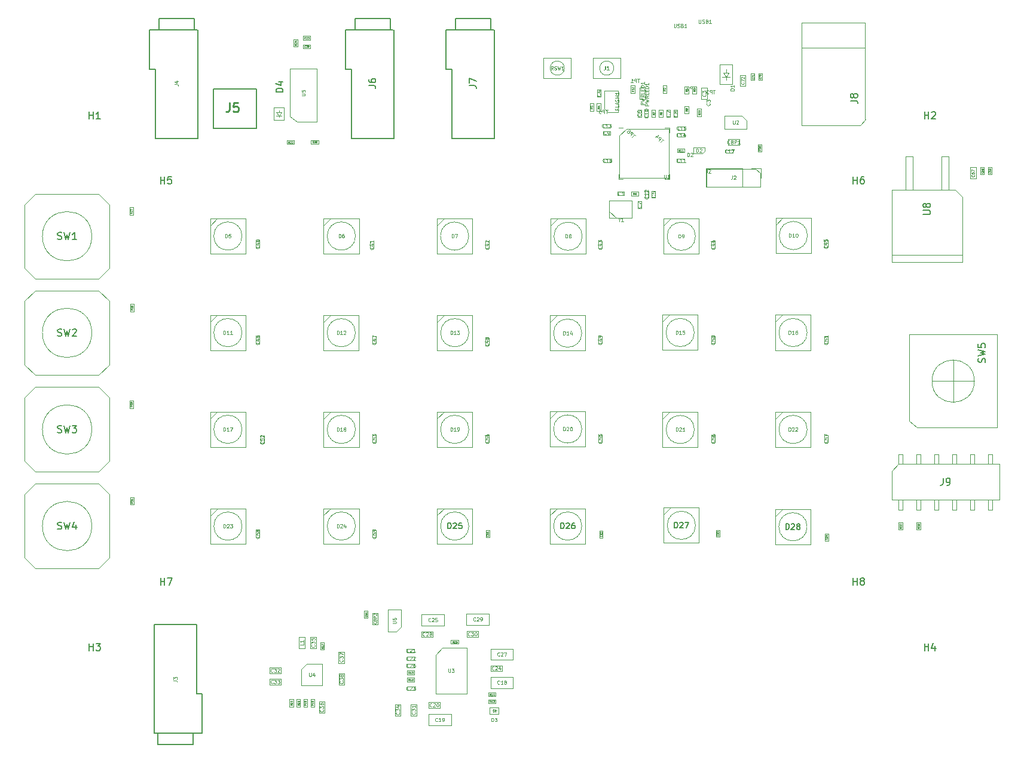
<source format=gbr>
G04 #@! TF.GenerationSoftware,KiCad,Pcbnew,5.1.9+dfsg1-1~bpo10+1*
G04 #@! TF.CreationDate,2021-11-03T11:33:49+01:00*
G04 #@! TF.ProjectId,SynthoGame,53796e74-686f-4476-916d-652e6b696361,REV1*
G04 #@! TF.SameCoordinates,Original*
G04 #@! TF.FileFunction,Other,Fab,Top*
%FSLAX46Y46*%
G04 Gerber Fmt 4.6, Leading zero omitted, Abs format (unit mm)*
G04 Created by KiCad (PCBNEW 5.1.9+dfsg1-1~bpo10+1) date 2021-11-03 11:33:49*
%MOMM*%
%LPD*%
G01*
G04 APERTURE LIST*
%ADD10C,0.200000*%
%ADD11C,0.120000*%
%ADD12C,0.100000*%
%ADD13C,0.150000*%
%ADD14C,0.254000*%
%ADD15C,0.040000*%
%ADD16C,0.050000*%
%ADD17C,0.060000*%
%ADD18C,0.075000*%
G04 APERTURE END LIST*
D10*
X102840000Y-47125000D02*
X102840000Y-41525000D01*
X108940000Y-47125000D02*
X102840000Y-47125000D01*
X108940000Y-41525000D02*
X108940000Y-47125000D01*
X102840000Y-41525000D02*
X108940000Y-41525000D01*
D11*
X166770000Y-47075000D02*
X167420000Y-47075000D01*
X167420000Y-47075000D02*
X167420000Y-47725000D01*
X160850000Y-54295000D02*
X160200000Y-54295000D01*
X160200000Y-54295000D02*
X160200000Y-53645000D01*
X166770000Y-54295000D02*
X167420000Y-54295000D01*
X167420000Y-54295000D02*
X167420000Y-53645000D01*
X160850000Y-47075000D02*
X160200000Y-47075000D01*
D12*
X161310000Y-47185000D02*
X167310000Y-47185000D01*
X167310000Y-47185000D02*
X167310000Y-54185000D01*
X167310000Y-54185000D02*
X160310000Y-54185000D01*
X160310000Y-54185000D02*
X160310000Y-48185000D01*
X160310000Y-48185000D02*
X161310000Y-47185000D01*
X158670560Y-44808860D02*
X158170560Y-44308860D01*
X160170560Y-44808860D02*
X158670560Y-44808860D01*
X160170560Y-41808860D02*
X160170560Y-44808860D01*
X158170560Y-41808860D02*
X160170560Y-41808860D01*
X158170560Y-44308860D02*
X158170560Y-41808860D01*
X163220000Y-42985000D02*
X164020000Y-42985000D01*
X163220000Y-41385000D02*
X163220000Y-42985000D01*
X163720000Y-41385000D02*
X163220000Y-41385000D01*
X164020000Y-41685000D02*
X163720000Y-41385000D01*
X164020000Y-42985000D02*
X164020000Y-41685000D01*
X170790000Y-49875000D02*
X170790000Y-50675000D01*
X172390000Y-49875000D02*
X170790000Y-49875000D01*
X172390000Y-50375000D02*
X172390000Y-49875000D01*
X172090000Y-50675000D02*
X172390000Y-50375000D01*
X170790000Y-50675000D02*
X172090000Y-50675000D01*
X160470000Y-37135000D02*
X160470000Y-40035000D01*
X156570000Y-37135000D02*
X160470000Y-37135000D01*
X156570000Y-40035000D02*
X156570000Y-37135000D01*
X160470000Y-40035000D02*
X156570000Y-40035000D01*
X159520000Y-38585000D02*
G75*
G03*
X159520000Y-38585000I-1000000J0D01*
G01*
X174520000Y-40885000D02*
X174520000Y-38085000D01*
X174520000Y-38085000D02*
X176320000Y-38085000D01*
X176320000Y-38085000D02*
X176320000Y-40885000D01*
X176320000Y-40885000D02*
X174520000Y-40885000D01*
X175420000Y-40235000D02*
X175420000Y-39835000D01*
X175420000Y-39835000D02*
X174870000Y-39835000D01*
X175420000Y-39835000D02*
X175970000Y-39835000D01*
X175420000Y-39835000D02*
X175020000Y-39235000D01*
X175020000Y-39235000D02*
X175820000Y-39235000D01*
X175820000Y-39235000D02*
X175420000Y-39835000D01*
X175420000Y-39235000D02*
X175420000Y-38735000D01*
X158900000Y-57360000D02*
X158900000Y-59860000D01*
X158900000Y-59860000D02*
X162100000Y-59860000D01*
X162100000Y-59860000D02*
X162100000Y-57360000D01*
X162100000Y-57360000D02*
X158900000Y-57360000D01*
X158900000Y-58860000D02*
X159900000Y-59860000D01*
X171920000Y-42985000D02*
X171920000Y-41385000D01*
X172720000Y-42985000D02*
X171920000Y-42985000D01*
X172720000Y-41385000D02*
X172720000Y-42985000D01*
X171920000Y-41385000D02*
X172720000Y-41385000D01*
X180270000Y-53480000D02*
X180270000Y-55385000D01*
X180270000Y-55385000D02*
X172650000Y-55385000D01*
X172650000Y-55385000D02*
X172650000Y-52845000D01*
X172650000Y-52845000D02*
X179635000Y-52845000D01*
X179635000Y-52845000D02*
X180270000Y-53480000D01*
D11*
X172590000Y-52785000D02*
X172590000Y-55445000D01*
X177730000Y-52785000D02*
X172590000Y-52785000D01*
X177730000Y-55445000D02*
X172590000Y-55445000D01*
X177730000Y-52785000D02*
X177730000Y-55445000D01*
X179000000Y-52785000D02*
X180330000Y-52785000D01*
X180330000Y-52785000D02*
X180330000Y-54115000D01*
D12*
X152520000Y-38585000D02*
G75*
G03*
X152520000Y-38585000I-1000000J0D01*
G01*
X153470000Y-40035000D02*
X149570000Y-40035000D01*
X149570000Y-40035000D02*
X149570000Y-37135000D01*
X149570000Y-37135000D02*
X153470000Y-37135000D01*
X153470000Y-37135000D02*
X153470000Y-40035000D01*
X177680000Y-45385000D02*
X178330000Y-46035000D01*
X178330000Y-47185000D02*
X178330000Y-46035000D01*
X177680000Y-45385000D02*
X175230000Y-45385000D01*
X175230000Y-47185000D02*
X175230000Y-45385000D01*
X178330000Y-47185000D02*
X175230000Y-47185000D01*
X135270000Y-120765000D02*
X138670000Y-120765000D01*
X138670000Y-120765000D02*
X138670000Y-127265000D01*
X138670000Y-127265000D02*
X134270000Y-127265000D01*
X134270000Y-127265000D02*
X134270000Y-121765000D01*
X134270000Y-121765000D02*
X135270000Y-120765000D01*
X145270000Y-126515000D02*
X142070000Y-126515000D01*
X145270000Y-124915000D02*
X145270000Y-126515000D01*
X142070000Y-124915000D02*
X145270000Y-124915000D01*
X142070000Y-126515000D02*
X142070000Y-124915000D01*
X133270000Y-131815000D02*
X133270000Y-130215000D01*
X133270000Y-130215000D02*
X136470000Y-130215000D01*
X136470000Y-130215000D02*
X136470000Y-131815000D01*
X136470000Y-131815000D02*
X133270000Y-131815000D01*
X134870000Y-129315000D02*
X133270000Y-129315000D01*
X134870000Y-128515000D02*
X134870000Y-129315000D01*
X133270000Y-128515000D02*
X134870000Y-128515000D01*
X133270000Y-129315000D02*
X133270000Y-128515000D01*
X143670000Y-124115000D02*
X142070000Y-124115000D01*
X143670000Y-123315000D02*
X143670000Y-124115000D01*
X142070000Y-123315000D02*
X143670000Y-123315000D01*
X142070000Y-124115000D02*
X142070000Y-123315000D01*
X135490000Y-117655000D02*
X132290000Y-117655000D01*
X135490000Y-116055000D02*
X135490000Y-117655000D01*
X132290000Y-116055000D02*
X135490000Y-116055000D01*
X132290000Y-117655000D02*
X132290000Y-116055000D01*
X145270000Y-122515000D02*
X142070000Y-122515000D01*
X145270000Y-120915000D02*
X145270000Y-122515000D01*
X142070000Y-120915000D02*
X145270000Y-120915000D01*
X142070000Y-122515000D02*
X142070000Y-120915000D01*
X132280000Y-119265000D02*
X132280000Y-118465000D01*
X132280000Y-118465000D02*
X133880000Y-118465000D01*
X133880000Y-118465000D02*
X133880000Y-119265000D01*
X133880000Y-119265000D02*
X132280000Y-119265000D01*
X141840000Y-115945000D02*
X141840000Y-117545000D01*
X141840000Y-117545000D02*
X138640000Y-117545000D01*
X138640000Y-117545000D02*
X138640000Y-115945000D01*
X138640000Y-115945000D02*
X141840000Y-115945000D01*
X138680000Y-118445000D02*
X140280000Y-118445000D01*
X138680000Y-119245000D02*
X138680000Y-118445000D01*
X140280000Y-119245000D02*
X138680000Y-119245000D01*
X140280000Y-118445000D02*
X140280000Y-119245000D01*
X131569999Y-128815000D02*
X131569999Y-130415000D01*
X130769999Y-128815000D02*
X131569999Y-128815000D01*
X130769999Y-130415000D02*
X130769999Y-128815000D01*
X131569999Y-130415000D02*
X130769999Y-130415000D01*
X112360000Y-123615000D02*
X112360000Y-124415000D01*
X112360000Y-124415000D02*
X110760000Y-124415000D01*
X110760000Y-124415000D02*
X110760000Y-123615000D01*
X110760000Y-123615000D02*
X112360000Y-123615000D01*
X110760000Y-125215000D02*
X112360000Y-125215000D01*
X110760000Y-126015000D02*
X110760000Y-125215000D01*
X112360000Y-126015000D02*
X110760000Y-126015000D01*
X112360000Y-125215000D02*
X112360000Y-126015000D01*
X129350000Y-130405000D02*
X128550000Y-130405000D01*
X128550000Y-130405000D02*
X128550000Y-128805000D01*
X128550000Y-128805000D02*
X129350000Y-128805000D01*
X129350000Y-128805000D02*
X129350000Y-130405000D01*
X116540000Y-119255000D02*
X117340000Y-119255000D01*
X117340000Y-119255000D02*
X117340000Y-120855000D01*
X117340000Y-120855000D02*
X116540000Y-120855000D01*
X116540000Y-120855000D02*
X116540000Y-119255000D01*
X117760000Y-130015000D02*
X117760000Y-128415000D01*
X118560000Y-130015000D02*
X117760000Y-130015000D01*
X118560000Y-128415000D02*
X118560000Y-130015000D01*
X117760000Y-128415000D02*
X118560000Y-128415000D01*
X120540000Y-122955000D02*
X120540000Y-121355000D01*
X121340000Y-122955000D02*
X120540000Y-122955000D01*
X121340000Y-121355000D02*
X121340000Y-122955000D01*
X120540000Y-121355000D02*
X121340000Y-121355000D01*
X120560000Y-124415000D02*
X121360000Y-124415000D01*
X121360000Y-124415000D02*
X121360000Y-126015000D01*
X121360000Y-126015000D02*
X120560000Y-126015000D01*
X120560000Y-126015000D02*
X120560000Y-124415000D01*
X175680000Y-49485000D02*
X175680000Y-48685000D01*
X175680000Y-48685000D02*
X177280000Y-48685000D01*
X177280000Y-48685000D02*
X177280000Y-49485000D01*
X177280000Y-49485000D02*
X175680000Y-49485000D01*
X141920000Y-129265000D02*
X143220000Y-129265000D01*
X143220000Y-129265000D02*
X143220000Y-130165000D01*
X143220000Y-130165000D02*
X141920000Y-130165000D01*
X141920000Y-130165000D02*
X141920000Y-129265000D01*
X142770000Y-129515000D02*
X142770000Y-129915000D01*
X142770000Y-129715000D02*
X142920000Y-129715000D01*
X142770000Y-129715000D02*
X142470000Y-129515000D01*
X142470000Y-129515000D02*
X142470000Y-129915000D01*
X142470000Y-129915000D02*
X142770000Y-129715000D01*
X142470000Y-129715000D02*
X142320000Y-129715000D01*
D13*
X99930000Y-132875000D02*
X99930000Y-134475000D01*
X99930000Y-134475000D02*
X94930000Y-134475000D01*
X94930000Y-134475000D02*
X94930000Y-132875000D01*
X94530000Y-132875000D02*
X101230000Y-132875000D01*
X101230000Y-132875000D02*
X101230000Y-127275000D01*
X101230000Y-127275000D02*
X100430000Y-127275000D01*
X100430000Y-127275000D02*
X100430000Y-117475000D01*
X100430000Y-117475000D02*
X94430000Y-117475000D01*
X94430000Y-117475000D02*
X94430000Y-132875000D01*
X100590000Y-48525000D02*
X100590000Y-33125000D01*
X94590000Y-48525000D02*
X100590000Y-48525000D01*
X94590000Y-38725000D02*
X94590000Y-48525000D01*
X93790000Y-38725000D02*
X94590000Y-38725000D01*
X93790000Y-33125000D02*
X93790000Y-38725000D01*
X100490000Y-33125000D02*
X93790000Y-33125000D01*
X100090000Y-31525000D02*
X100090000Y-33125000D01*
X95090000Y-31525000D02*
X100090000Y-31525000D01*
X95090000Y-33125000D02*
X95090000Y-31525000D01*
D12*
X115740000Y-119255000D02*
X115740000Y-120855000D01*
X114940000Y-119255000D02*
X115740000Y-119255000D01*
X114940000Y-120855000D02*
X114940000Y-119255000D01*
X115740000Y-120855000D02*
X114940000Y-120855000D01*
X115260000Y-123865000D02*
X116010000Y-123115000D01*
X115260000Y-126115000D02*
X115260000Y-123865000D01*
X118260000Y-126115000D02*
X115260000Y-126115000D01*
X118260000Y-123115000D02*
X118260000Y-126115000D01*
X116010000Y-123115000D02*
X118260000Y-123115000D01*
X160020000Y-56635000D02*
X160020000Y-56135000D01*
X160020000Y-56135000D02*
X161020000Y-56135000D01*
X161020000Y-56135000D02*
X161020000Y-56635000D01*
X161020000Y-56635000D02*
X160020000Y-56635000D01*
X163430000Y-57455000D02*
X163430000Y-58455000D01*
X162930000Y-57455000D02*
X163430000Y-57455000D01*
X162930000Y-58455000D02*
X162930000Y-57455000D01*
X163430000Y-58455000D02*
X162930000Y-58455000D01*
X157180000Y-41665000D02*
X157680000Y-41665000D01*
X157680000Y-41665000D02*
X157680000Y-42665000D01*
X157680000Y-42665000D02*
X157180000Y-42665000D01*
X157180000Y-42665000D02*
X157180000Y-41665000D01*
X164910000Y-56985000D02*
X164910000Y-55985000D01*
X165410000Y-56985000D02*
X164910000Y-56985000D01*
X165410000Y-55985000D02*
X165410000Y-56985000D01*
X164910000Y-55985000D02*
X165410000Y-55985000D01*
X163400000Y-45505000D02*
X162900000Y-45505000D01*
X162900000Y-45505000D02*
X162900000Y-44505000D01*
X162900000Y-44505000D02*
X163400000Y-44505000D01*
X163400000Y-44505000D02*
X163400000Y-45505000D01*
X167480000Y-44525000D02*
X167480000Y-45525000D01*
X166980000Y-44525000D02*
X167480000Y-44525000D01*
X166980000Y-45525000D02*
X166980000Y-44525000D01*
X167480000Y-45525000D02*
X166980000Y-45525000D01*
X168520000Y-44525000D02*
X168520000Y-45525000D01*
X168020000Y-44525000D02*
X168520000Y-44525000D01*
X168020000Y-45525000D02*
X168020000Y-44525000D01*
X168520000Y-45525000D02*
X168020000Y-45525000D01*
X159000000Y-47535000D02*
X159000000Y-48035000D01*
X159000000Y-48035000D02*
X158000000Y-48035000D01*
X158000000Y-48035000D02*
X158000000Y-47535000D01*
X158000000Y-47535000D02*
X159000000Y-47535000D01*
X164390000Y-44505000D02*
X164390000Y-45505000D01*
X163890000Y-44505000D02*
X164390000Y-44505000D01*
X163890000Y-45505000D02*
X163890000Y-44505000D01*
X164390000Y-45505000D02*
X163890000Y-45505000D01*
X169550000Y-51935000D02*
X168550000Y-51935000D01*
X169550000Y-51435000D02*
X169550000Y-51935000D01*
X168550000Y-51435000D02*
X169550000Y-51435000D01*
X168550000Y-51935000D02*
X168550000Y-51435000D01*
X163921000Y-56985400D02*
X163921000Y-55985400D01*
X164421000Y-56985400D02*
X163921000Y-56985400D01*
X164421000Y-55985400D02*
X164421000Y-56985400D01*
X163921000Y-55985400D02*
X164421000Y-55985400D01*
X158990000Y-46525000D02*
X158990000Y-47025000D01*
X158990000Y-47025000D02*
X157990000Y-47025000D01*
X157990000Y-47025000D02*
X157990000Y-46525000D01*
X157990000Y-46525000D02*
X158990000Y-46525000D01*
X168550000Y-48327000D02*
X168550000Y-47827000D01*
X168550000Y-47827000D02*
X169550000Y-47827000D01*
X169550000Y-47827000D02*
X169550000Y-48327000D01*
X169550000Y-48327000D02*
X168550000Y-48327000D01*
X169560000Y-47365000D02*
X168560000Y-47365000D01*
X169560000Y-46865000D02*
X169560000Y-47365000D01*
X168560000Y-46865000D02*
X169560000Y-46865000D01*
X168560000Y-47365000D02*
X168560000Y-46865000D01*
X159100000Y-51435000D02*
X159100000Y-51935000D01*
X159100000Y-51935000D02*
X158100000Y-51935000D01*
X158100000Y-51935000D02*
X158100000Y-51435000D01*
X158100000Y-51435000D02*
X159100000Y-51435000D01*
X176379999Y-50135000D02*
X176379999Y-50635000D01*
X176379999Y-50635000D02*
X175379999Y-50635000D01*
X175379999Y-50635000D02*
X175379999Y-50135000D01*
X175379999Y-50135000D02*
X176379999Y-50135000D01*
X131270000Y-120945000D02*
X131270000Y-121445000D01*
X131270000Y-121445000D02*
X130270000Y-121445000D01*
X130270000Y-121445000D02*
X130270000Y-120945000D01*
X130270000Y-120945000D02*
X131270000Y-120945000D01*
X131270000Y-122565000D02*
X130270000Y-122565000D01*
X131270000Y-122065000D02*
X131270000Y-122565000D01*
X130270000Y-122065000D02*
X131270000Y-122065000D01*
X130270000Y-122565000D02*
X130270000Y-122065000D01*
X130270000Y-126795000D02*
X130270000Y-126295000D01*
X130270000Y-126295000D02*
X131270000Y-126295000D01*
X131270000Y-126295000D02*
X131270000Y-126795000D01*
X131270000Y-126795000D02*
X130270000Y-126795000D01*
X131270000Y-123565000D02*
X130270000Y-123565000D01*
X131270000Y-123065000D02*
X131270000Y-123565000D01*
X130270000Y-123065000D02*
X131270000Y-123065000D01*
X130270000Y-123565000D02*
X130270000Y-123065000D01*
X109340000Y-64005000D02*
X108840000Y-64005000D01*
X108840000Y-64005000D02*
X108840000Y-63005000D01*
X108840000Y-63005000D02*
X109340000Y-63005000D01*
X109340000Y-63005000D02*
X109340000Y-64005000D01*
X125490000Y-63145000D02*
X125490000Y-64145000D01*
X124990000Y-63145000D02*
X125490000Y-63145000D01*
X124990000Y-64145000D02*
X124990000Y-63145000D01*
X125490000Y-64145000D02*
X124990000Y-64145000D01*
X141840000Y-63125000D02*
X141840000Y-64125000D01*
X141340000Y-63125000D02*
X141840000Y-63125000D01*
X141340000Y-64125000D02*
X141340000Y-63125000D01*
X141840000Y-64125000D02*
X141340000Y-64125000D01*
X157840000Y-64125000D02*
X157340000Y-64125000D01*
X157340000Y-64125000D02*
X157340000Y-63125000D01*
X157340000Y-63125000D02*
X157840000Y-63125000D01*
X157840000Y-63125000D02*
X157840000Y-64125000D01*
X173840000Y-63125000D02*
X173840000Y-64125000D01*
X173340000Y-63125000D02*
X173840000Y-63125000D01*
X173340000Y-64125000D02*
X173340000Y-63125000D01*
X173840000Y-64125000D02*
X173340000Y-64125000D01*
X189820000Y-63985000D02*
X189320000Y-63985000D01*
X189320000Y-63985000D02*
X189320000Y-62985000D01*
X189320000Y-62985000D02*
X189820000Y-62985000D01*
X189820000Y-62985000D02*
X189820000Y-63985000D01*
X109340000Y-77625000D02*
X108840000Y-77625000D01*
X108840000Y-77625000D02*
X108840000Y-76625000D01*
X108840000Y-76625000D02*
X109340000Y-76625000D01*
X109340000Y-76625000D02*
X109340000Y-77625000D01*
X125840000Y-76625000D02*
X125840000Y-77625000D01*
X125340000Y-76625000D02*
X125840000Y-76625000D01*
X125340000Y-77625000D02*
X125340000Y-76625000D01*
X125840000Y-77625000D02*
X125340000Y-77625000D01*
X141820000Y-77865000D02*
X141320000Y-77865000D01*
X141320000Y-77865000D02*
X141320000Y-76865000D01*
X141320000Y-76865000D02*
X141820000Y-76865000D01*
X141820000Y-76865000D02*
X141820000Y-77865000D01*
X125840000Y-104125000D02*
X125840000Y-105125000D01*
X125340000Y-104125000D02*
X125840000Y-104125000D01*
X125340000Y-105125000D02*
X125340000Y-104125000D01*
X125840000Y-105125000D02*
X125340000Y-105125000D01*
X173840000Y-76625000D02*
X173840000Y-77625000D01*
X173340000Y-76625000D02*
X173840000Y-76625000D01*
X173340000Y-77625000D02*
X173340000Y-76625000D01*
X173840000Y-77625000D02*
X173340000Y-77625000D01*
X189840000Y-77625000D02*
X189340000Y-77625000D01*
X189340000Y-77625000D02*
X189340000Y-76625000D01*
X189340000Y-76625000D02*
X189840000Y-76625000D01*
X189840000Y-76625000D02*
X189840000Y-77625000D01*
X109970000Y-90755000D02*
X109970000Y-91755000D01*
X109470000Y-90755000D02*
X109970000Y-90755000D01*
X109470000Y-91755000D02*
X109470000Y-90755000D01*
X109970000Y-91755000D02*
X109470000Y-91755000D01*
X125840000Y-91625000D02*
X125340000Y-91625000D01*
X125340000Y-91625000D02*
X125340000Y-90625000D01*
X125340000Y-90625000D02*
X125840000Y-90625000D01*
X125840000Y-90625000D02*
X125840000Y-91625000D01*
X141840000Y-91625000D02*
X141340000Y-91625000D01*
X141340000Y-91625000D02*
X141340000Y-90625000D01*
X141340000Y-90625000D02*
X141840000Y-90625000D01*
X141840000Y-90625000D02*
X141840000Y-91625000D01*
X157840000Y-91625000D02*
X157340000Y-91625000D01*
X157340000Y-91625000D02*
X157340000Y-90625000D01*
X157340000Y-90625000D02*
X157840000Y-90625000D01*
X157840000Y-90625000D02*
X157840000Y-91625000D01*
X173840000Y-90625000D02*
X173840000Y-91625000D01*
X173340000Y-90625000D02*
X173840000Y-90625000D01*
X173340000Y-91625000D02*
X173340000Y-90625000D01*
X173840000Y-91625000D02*
X173340000Y-91625000D01*
X189840000Y-90625000D02*
X189840000Y-91625000D01*
X189340000Y-90625000D02*
X189840000Y-90625000D01*
X189340000Y-91625000D02*
X189340000Y-90625000D01*
X189840000Y-91625000D02*
X189340000Y-91625000D01*
X109340000Y-105125000D02*
X108840000Y-105125000D01*
X108840000Y-105125000D02*
X108840000Y-104125000D01*
X108840000Y-104125000D02*
X109340000Y-104125000D01*
X109340000Y-104125000D02*
X109340000Y-105125000D01*
X102360000Y-60895000D02*
X103360000Y-59895000D01*
X107360000Y-64895000D02*
X107360000Y-59895000D01*
X107360000Y-59895000D02*
X102360000Y-59895000D01*
X102360000Y-59895000D02*
X102360000Y-64895000D01*
X102360000Y-64895000D02*
X107360000Y-64895000D01*
X106860000Y-62395000D02*
G75*
G03*
X106860000Y-62395000I-2000000J0D01*
G01*
X182450000Y-60825000D02*
X183450000Y-59825000D01*
X187450000Y-64825000D02*
X187450000Y-59825000D01*
X187450000Y-59825000D02*
X182450000Y-59825000D01*
X182450000Y-59825000D02*
X182450000Y-64825000D01*
X182450000Y-64825000D02*
X187450000Y-64825000D01*
X186950000Y-62325000D02*
G75*
G03*
X186950000Y-62325000I-2000000J0D01*
G01*
X166420000Y-74575000D02*
X167420000Y-73575000D01*
X171420000Y-78575000D02*
X171420000Y-73575000D01*
X171420000Y-73575000D02*
X166420000Y-73575000D01*
X166420000Y-73575000D02*
X166420000Y-78575000D01*
X166420000Y-78575000D02*
X171420000Y-78575000D01*
X170920000Y-76075000D02*
G75*
G03*
X170920000Y-76075000I-2000000J0D01*
G01*
X154990000Y-89755000D02*
G75*
G03*
X154990000Y-89755000I-2000000J0D01*
G01*
X150490000Y-92255000D02*
X155490000Y-92255000D01*
X150490000Y-87255000D02*
X150490000Y-92255000D01*
X155490000Y-87255000D02*
X150490000Y-87255000D01*
X155490000Y-92255000D02*
X155490000Y-87255000D01*
X150490000Y-88255000D02*
X151490000Y-87255000D01*
X122930000Y-62395000D02*
G75*
G03*
X122930000Y-62395000I-2000000J0D01*
G01*
X118430000Y-64895000D02*
X123430000Y-64895000D01*
X118430000Y-59895000D02*
X118430000Y-64895000D01*
X123430000Y-59895000D02*
X118430000Y-59895000D01*
X123430000Y-64895000D02*
X123430000Y-59895000D01*
X118430000Y-60895000D02*
X119430000Y-59895000D01*
X102360000Y-74595000D02*
X103360000Y-73595000D01*
X107360000Y-78595000D02*
X107360000Y-73595000D01*
X107360000Y-73595000D02*
X102360000Y-73595000D01*
X102360000Y-73595000D02*
X102360000Y-78595000D01*
X102360000Y-78595000D02*
X107360000Y-78595000D01*
X106860000Y-76095000D02*
G75*
G03*
X106860000Y-76095000I-2000000J0D01*
G01*
X182410000Y-74585000D02*
X183410000Y-73585000D01*
X187410000Y-78585000D02*
X187410000Y-73585000D01*
X187410000Y-73585000D02*
X182410000Y-73585000D01*
X182410000Y-73585000D02*
X182410000Y-78585000D01*
X182410000Y-78585000D02*
X187410000Y-78585000D01*
X186910000Y-76085000D02*
G75*
G03*
X186910000Y-76085000I-2000000J0D01*
G01*
X170930000Y-89835000D02*
G75*
G03*
X170930000Y-89835000I-2000000J0D01*
G01*
X166430000Y-92335000D02*
X171430000Y-92335000D01*
X166430000Y-87335000D02*
X166430000Y-92335000D01*
X171430000Y-87335000D02*
X166430000Y-87335000D01*
X171430000Y-92335000D02*
X171430000Y-87335000D01*
X166430000Y-88335000D02*
X167430000Y-87335000D01*
X138970000Y-62405000D02*
G75*
G03*
X138970000Y-62405000I-2000000J0D01*
G01*
X134470000Y-64905000D02*
X139470000Y-64905000D01*
X134470000Y-59905000D02*
X134470000Y-64905000D01*
X139470000Y-59905000D02*
X134470000Y-59905000D01*
X139470000Y-64905000D02*
X139470000Y-59905000D01*
X134470000Y-60905000D02*
X135470000Y-59905000D01*
X122920000Y-76105000D02*
G75*
G03*
X122920000Y-76105000I-2000000J0D01*
G01*
X118420000Y-78605000D02*
X123420000Y-78605000D01*
X118420000Y-73605000D02*
X118420000Y-78605000D01*
X123420000Y-73605000D02*
X118420000Y-73605000D01*
X123420000Y-78605000D02*
X123420000Y-73605000D01*
X118420000Y-74605000D02*
X119420000Y-73605000D01*
X102360000Y-88305000D02*
X103360000Y-87305000D01*
X107360000Y-92305000D02*
X107360000Y-87305000D01*
X107360000Y-87305000D02*
X102360000Y-87305000D01*
X102360000Y-87305000D02*
X102360000Y-92305000D01*
X102360000Y-92305000D02*
X107360000Y-92305000D01*
X106860000Y-89805000D02*
G75*
G03*
X106860000Y-89805000I-2000000J0D01*
G01*
X182410000Y-88325000D02*
X183410000Y-87325000D01*
X187410000Y-92325000D02*
X187410000Y-87325000D01*
X187410000Y-87325000D02*
X182410000Y-87325000D01*
X182410000Y-87325000D02*
X182410000Y-92325000D01*
X182410000Y-92325000D02*
X187410000Y-92325000D01*
X186910000Y-89825000D02*
G75*
G03*
X186910000Y-89825000I-2000000J0D01*
G01*
X150540000Y-60925000D02*
X151540000Y-59925000D01*
X155540000Y-64925000D02*
X155540000Y-59925000D01*
X155540000Y-59925000D02*
X150540000Y-59925000D01*
X150540000Y-59925000D02*
X150540000Y-64925000D01*
X150540000Y-64925000D02*
X155540000Y-64925000D01*
X155040000Y-62425000D02*
G75*
G03*
X155040000Y-62425000I-2000000J0D01*
G01*
X134500000Y-74605000D02*
X135500000Y-73605000D01*
X139500000Y-78605000D02*
X139500000Y-73605000D01*
X139500000Y-73605000D02*
X134500000Y-73605000D01*
X134500000Y-73605000D02*
X134500000Y-78605000D01*
X134500000Y-78605000D02*
X139500000Y-78605000D01*
X139000000Y-76105000D02*
G75*
G03*
X139000000Y-76105000I-2000000J0D01*
G01*
X122930000Y-89825000D02*
G75*
G03*
X122930000Y-89825000I-2000000J0D01*
G01*
X118430000Y-92325000D02*
X123430000Y-92325000D01*
X118430000Y-87325000D02*
X118430000Y-92325000D01*
X123430000Y-87325000D02*
X118430000Y-87325000D01*
X123430000Y-92325000D02*
X123430000Y-87325000D01*
X118430000Y-88325000D02*
X119430000Y-87325000D01*
X106870000Y-103535000D02*
G75*
G03*
X106870000Y-103535000I-2000000J0D01*
G01*
X102370000Y-106035000D02*
X107370000Y-106035000D01*
X102370000Y-101035000D02*
X102370000Y-106035000D01*
X107370000Y-101035000D02*
X102370000Y-101035000D01*
X107370000Y-106035000D02*
X107370000Y-101035000D01*
X102370000Y-102035000D02*
X103370000Y-101035000D01*
X171080000Y-62435000D02*
G75*
G03*
X171080000Y-62435000I-2000000J0D01*
G01*
X166580000Y-64935000D02*
X171580000Y-64935000D01*
X166580000Y-59935000D02*
X166580000Y-64935000D01*
X171580000Y-59935000D02*
X166580000Y-59935000D01*
X171580000Y-64935000D02*
X171580000Y-59935000D01*
X166580000Y-60935000D02*
X167580000Y-59935000D01*
X154990000Y-76165000D02*
G75*
G03*
X154990000Y-76165000I-2000000J0D01*
G01*
X150490000Y-78665000D02*
X155490000Y-78665000D01*
X150490000Y-73665000D02*
X150490000Y-78665000D01*
X155490000Y-73665000D02*
X150490000Y-73665000D01*
X155490000Y-78665000D02*
X155490000Y-73665000D01*
X150490000Y-74665000D02*
X151490000Y-73665000D01*
X134490000Y-88315000D02*
X135490000Y-87315000D01*
X139490000Y-92315000D02*
X139490000Y-87315000D01*
X139490000Y-87315000D02*
X134490000Y-87315000D01*
X134490000Y-87315000D02*
X134490000Y-92315000D01*
X134490000Y-92315000D02*
X139490000Y-92315000D01*
X138990000Y-89815000D02*
G75*
G03*
X138990000Y-89815000I-2000000J0D01*
G01*
X122930000Y-103525000D02*
G75*
G03*
X122930000Y-103525000I-2000000J0D01*
G01*
X118430000Y-106025000D02*
X123430000Y-106025000D01*
X118430000Y-101025000D02*
X118430000Y-106025000D01*
X123430000Y-101025000D02*
X118430000Y-101025000D01*
X123430000Y-106025000D02*
X123430000Y-101025000D01*
X118430000Y-102025000D02*
X119430000Y-101025000D01*
X157840000Y-76625000D02*
X157840000Y-77625000D01*
X157340000Y-76625000D02*
X157840000Y-76625000D01*
X157340000Y-77625000D02*
X157340000Y-76625000D01*
X157840000Y-77625000D02*
X157340000Y-77625000D01*
X115510000Y-35765000D02*
X115510000Y-35265000D01*
X115510000Y-35265000D02*
X116510000Y-35265000D01*
X116510000Y-35265000D02*
X116510000Y-35765000D01*
X116510000Y-35765000D02*
X115510000Y-35765000D01*
X112090000Y-44835000D02*
X112090000Y-44585000D01*
X112440000Y-44835000D02*
X112090000Y-45335000D01*
X111740000Y-44835000D02*
X112440000Y-44835000D01*
X112090000Y-45335000D02*
X111740000Y-44835000D01*
X112090000Y-45335000D02*
X112090000Y-45535000D01*
X111740000Y-45335000D02*
X112440000Y-45335000D01*
X112790000Y-45935000D02*
X111390000Y-45935000D01*
X112790000Y-44135000D02*
X112790000Y-45935000D01*
X111390000Y-44135000D02*
X112790000Y-44135000D01*
X111390000Y-45935000D02*
X111390000Y-44135000D01*
D13*
X122840000Y-33125000D02*
X122840000Y-31525000D01*
X122840000Y-31525000D02*
X127840000Y-31525000D01*
X127840000Y-31525000D02*
X127840000Y-33125000D01*
X128240000Y-33125000D02*
X121540000Y-33125000D01*
X121540000Y-33125000D02*
X121540000Y-38725000D01*
X121540000Y-38725000D02*
X122340000Y-38725000D01*
X122340000Y-38725000D02*
X122340000Y-48525000D01*
X122340000Y-48525000D02*
X128340000Y-48525000D01*
X128340000Y-48525000D02*
X128340000Y-33125000D01*
X142590000Y-48525000D02*
X142590000Y-33125000D01*
X136590000Y-48525000D02*
X142590000Y-48525000D01*
X136590000Y-38725000D02*
X136590000Y-48525000D01*
X135790000Y-38725000D02*
X136590000Y-38725000D01*
X135790000Y-33125000D02*
X135790000Y-38725000D01*
X142490000Y-33125000D02*
X135790000Y-33125000D01*
X142090000Y-31525000D02*
X142090000Y-33125000D01*
X137090000Y-31525000D02*
X142090000Y-31525000D01*
X137090000Y-33125000D02*
X137090000Y-31525000D01*
D12*
X170090000Y-41160000D02*
X170090000Y-42210000D01*
X169550000Y-41160000D02*
X170090000Y-41160000D01*
X169550000Y-42210000D02*
X169550000Y-41160000D01*
X170090000Y-42210000D02*
X169550000Y-42210000D01*
X166990000Y-42110000D02*
X166450000Y-42110000D01*
X166450000Y-42110000D02*
X166450000Y-41060000D01*
X166450000Y-41060000D02*
X166990000Y-41060000D01*
X166990000Y-41060000D02*
X166990000Y-42110000D01*
X156670000Y-44650000D02*
X156130000Y-44650000D01*
X156130000Y-44650000D02*
X156130000Y-43600000D01*
X156130000Y-43600000D02*
X156670000Y-43600000D01*
X156670000Y-43600000D02*
X156670000Y-44650000D01*
X157110000Y-44640000D02*
X157110000Y-43590000D01*
X157650000Y-44640000D02*
X157110000Y-44640000D01*
X157650000Y-43590000D02*
X157650000Y-44640000D01*
X157110000Y-43590000D02*
X157650000Y-43590000D01*
X171190000Y-42210000D02*
X170650000Y-42210000D01*
X170650000Y-42210000D02*
X170650000Y-41160000D01*
X170650000Y-41160000D02*
X171190000Y-41160000D01*
X171190000Y-41160000D02*
X171190000Y-42210000D01*
X163005000Y-56655000D02*
X161955000Y-56655000D01*
X163005000Y-56115000D02*
X163005000Y-56655000D01*
X161955000Y-56115000D02*
X163005000Y-56115000D01*
X161955000Y-56655000D02*
X161955000Y-56115000D01*
X164874760Y-44478960D02*
X165414760Y-44478960D01*
X165414760Y-44478960D02*
X165414760Y-45528960D01*
X165414760Y-45528960D02*
X164874760Y-45528960D01*
X164874760Y-45528960D02*
X164874760Y-44478960D01*
X165910000Y-45528960D02*
X165910000Y-44478960D01*
X166450000Y-45528960D02*
X165910000Y-45528960D01*
X166450000Y-44478960D02*
X166450000Y-45528960D01*
X165910000Y-44478960D02*
X166450000Y-44478960D01*
X170090000Y-45010000D02*
X169550000Y-45010000D01*
X169550000Y-45010000D02*
X169550000Y-43960000D01*
X169550000Y-43960000D02*
X170090000Y-43960000D01*
X170090000Y-43960000D02*
X170090000Y-45010000D01*
X171350000Y-45410000D02*
X171350000Y-44360000D01*
X171890000Y-45410000D02*
X171350000Y-45410000D01*
X171890000Y-44360000D02*
X171890000Y-45410000D01*
X171350000Y-44360000D02*
X171890000Y-44360000D01*
X169545000Y-50015000D02*
X169545000Y-50555000D01*
X169545000Y-50555000D02*
X168495000Y-50555000D01*
X168495000Y-50555000D02*
X168495000Y-50015000D01*
X168495000Y-50015000D02*
X169545000Y-50015000D01*
X162490000Y-42110000D02*
X161950000Y-42110000D01*
X161950000Y-42110000D02*
X161950000Y-41060000D01*
X161950000Y-41060000D02*
X162490000Y-41060000D01*
X162490000Y-41060000D02*
X162490000Y-42110000D01*
X142795000Y-128685000D02*
X141745000Y-128685000D01*
X142795000Y-128145000D02*
X142795000Y-128685000D01*
X141745000Y-128145000D02*
X142795000Y-128145000D01*
X141745000Y-128685000D02*
X141745000Y-128145000D01*
X141745000Y-127685000D02*
X141745000Y-127145000D01*
X141745000Y-127145000D02*
X142795000Y-127145000D01*
X142795000Y-127145000D02*
X142795000Y-127685000D01*
X142795000Y-127685000D02*
X141745000Y-127685000D01*
X131295000Y-124585000D02*
X130245000Y-124585000D01*
X131295000Y-124045000D02*
X131295000Y-124585000D01*
X130245000Y-124045000D02*
X131295000Y-124045000D01*
X130245000Y-124585000D02*
X130245000Y-124045000D01*
X130245000Y-125585000D02*
X130245000Y-125045000D01*
X130245000Y-125045000D02*
X131295000Y-125045000D01*
X131295000Y-125045000D02*
X131295000Y-125585000D01*
X131295000Y-125585000D02*
X130245000Y-125585000D01*
X118510000Y-120030000D02*
X118510000Y-121080000D01*
X117970000Y-120030000D02*
X118510000Y-120030000D01*
X117970000Y-121080000D02*
X117970000Y-120030000D01*
X118510000Y-121080000D02*
X117970000Y-121080000D01*
X116590000Y-129140000D02*
X116590000Y-128090000D01*
X117130000Y-129140000D02*
X116590000Y-129140000D01*
X117130000Y-128090000D02*
X117130000Y-129140000D01*
X116590000Y-128090000D02*
X117130000Y-128090000D01*
X116130000Y-129140000D02*
X115590000Y-129140000D01*
X115590000Y-129140000D02*
X115590000Y-128090000D01*
X115590000Y-128090000D02*
X116130000Y-128090000D01*
X116130000Y-128090000D02*
X116130000Y-129140000D01*
X114590000Y-128090000D02*
X115130000Y-128090000D01*
X115130000Y-128090000D02*
X115130000Y-129140000D01*
X115130000Y-129140000D02*
X114590000Y-129140000D01*
X114590000Y-129140000D02*
X114590000Y-128090000D01*
X114130000Y-128090000D02*
X114130000Y-129140000D01*
X113590000Y-128090000D02*
X114130000Y-128090000D01*
X113590000Y-129140000D02*
X113590000Y-128090000D01*
X114130000Y-129140000D02*
X113590000Y-129140000D01*
X114265000Y-49365000D02*
X113215000Y-49365000D01*
X114265000Y-48825000D02*
X114265000Y-49365000D01*
X113215000Y-48825000D02*
X114265000Y-48825000D01*
X113215000Y-49365000D02*
X113215000Y-48825000D01*
X116545000Y-34045000D02*
X116545000Y-34585000D01*
X116545000Y-34585000D02*
X115495000Y-34585000D01*
X115495000Y-34585000D02*
X115495000Y-34045000D01*
X115495000Y-34045000D02*
X116545000Y-34045000D01*
X114720000Y-35530000D02*
X114180000Y-35530000D01*
X114180000Y-35530000D02*
X114180000Y-34480000D01*
X114180000Y-34480000D02*
X114720000Y-34480000D01*
X114720000Y-34480000D02*
X114720000Y-35530000D01*
X117675000Y-49345000D02*
X116625000Y-49345000D01*
X117675000Y-48805000D02*
X117675000Y-49345000D01*
X116625000Y-48805000D02*
X117675000Y-48805000D01*
X116625000Y-49345000D02*
X116625000Y-48805000D01*
X117500000Y-46155000D02*
X114680000Y-46155000D01*
X113660000Y-45405000D02*
X113660000Y-38655000D01*
X117500000Y-38655000D02*
X113660000Y-38655000D01*
X117500000Y-46155000D02*
X117500000Y-38655000D01*
X114680000Y-46155000D02*
X113660000Y-45405000D01*
X124670000Y-116564999D02*
X124170000Y-116564999D01*
X124170000Y-116564999D02*
X124170000Y-115564999D01*
X124170000Y-115564999D02*
X124670000Y-115564999D01*
X124670000Y-115564999D02*
X124670000Y-116564999D01*
X125310000Y-115845000D02*
X126110000Y-115845000D01*
X126110000Y-115845000D02*
X126110000Y-117445000D01*
X126110000Y-117445000D02*
X125310000Y-117445000D01*
X125310000Y-117445000D02*
X125310000Y-115845000D01*
X129374998Y-117859999D02*
X128724998Y-118509999D01*
X127574998Y-118509999D02*
X128724998Y-118509999D01*
X129374998Y-117859999D02*
X129374998Y-115409999D01*
X127574998Y-115409999D02*
X129374998Y-115409999D01*
X127574998Y-118509999D02*
X127574998Y-115409999D01*
X210810000Y-52665000D02*
X210810000Y-54265000D01*
X210010000Y-52665000D02*
X210810000Y-52665000D01*
X210010000Y-54265000D02*
X210010000Y-52665000D01*
X210810000Y-54265000D02*
X210010000Y-54265000D01*
X211470000Y-52655000D02*
X211970000Y-52655000D01*
X211970000Y-52655000D02*
X211970000Y-53655000D01*
X211970000Y-53655000D02*
X211470000Y-53655000D01*
X211470000Y-53655000D02*
X211470000Y-52655000D01*
X212530000Y-53655000D02*
X212530000Y-52655000D01*
X213030000Y-53655000D02*
X212530000Y-53655000D01*
X213030000Y-52655000D02*
X213030000Y-53655000D01*
X212530000Y-52655000D02*
X213030000Y-52655000D01*
X180540000Y-40305000D02*
X180040000Y-40305000D01*
X180040000Y-40305000D02*
X180040000Y-39305000D01*
X180040000Y-39305000D02*
X180540000Y-39305000D01*
X180540000Y-39305000D02*
X180540000Y-40305000D01*
X179460000Y-39305000D02*
X179460000Y-40305000D01*
X178960000Y-39305000D02*
X179460000Y-39305000D01*
X178960000Y-40305000D02*
X178960000Y-39305000D01*
X179460000Y-40305000D02*
X178960000Y-40305000D01*
X177380000Y-39555000D02*
X178180000Y-39555000D01*
X178180000Y-39555000D02*
X178180000Y-41155000D01*
X178180000Y-41155000D02*
X177380000Y-41155000D01*
X177380000Y-41155000D02*
X177380000Y-39555000D01*
X195140000Y-45875000D02*
X195140000Y-32175000D01*
X186140000Y-46675000D02*
X194390000Y-46675000D01*
X186140000Y-32175000D02*
X186140000Y-46675000D01*
X195140000Y-32175000D02*
X186140000Y-32175000D01*
X195140000Y-35675000D02*
X186140000Y-35675000D01*
X195145425Y-45871787D02*
X194390000Y-46675000D01*
X200850000Y-51125000D02*
X200850000Y-55825000D01*
X201850000Y-51125000D02*
X200850000Y-51125000D01*
X201850000Y-55825000D02*
X201850000Y-51125000D01*
X205930000Y-51125000D02*
X205930000Y-55825000D01*
X206930000Y-51125000D02*
X205930000Y-51125000D01*
X206930000Y-55825000D02*
X206930000Y-51125000D01*
X208890000Y-56825000D02*
X208890000Y-65075000D01*
X207890000Y-55825000D02*
X208890000Y-56825000D01*
X198890000Y-55825000D02*
X207890000Y-55825000D01*
X198890000Y-65075000D02*
X198890000Y-55825000D01*
X208890000Y-65075000D02*
X198890000Y-65075000D01*
X198890000Y-66075000D02*
X198890000Y-65075000D01*
X208890000Y-66075000D02*
X198890000Y-66075000D01*
X208890000Y-65075000D02*
X208890000Y-66075000D01*
X198870000Y-99815000D02*
X198870000Y-95735000D01*
X198870000Y-95735000D02*
X199870000Y-94735000D01*
X199870000Y-94735000D02*
X214110000Y-94735000D01*
X214110000Y-94735000D02*
X214110000Y-99815000D01*
X214110000Y-99815000D02*
X198870000Y-99815000D01*
X199820000Y-101195000D02*
X199820000Y-99815000D01*
X200460000Y-99815000D02*
X200460000Y-101195000D01*
X200460000Y-101195000D02*
X199820000Y-101195000D01*
X199820000Y-94735000D02*
X199820000Y-93355000D01*
X199820000Y-93355000D02*
X200460000Y-93355000D01*
X200460000Y-93355000D02*
X200460000Y-94735000D01*
X202360000Y-101195000D02*
X202360000Y-99815000D01*
X203000000Y-99815000D02*
X203000000Y-101195000D01*
X203000000Y-101195000D02*
X202360000Y-101195000D01*
X202360000Y-94735000D02*
X202360000Y-93355000D01*
X202360000Y-93355000D02*
X203000000Y-93355000D01*
X203000000Y-93355000D02*
X203000000Y-94735000D01*
X204900000Y-101195000D02*
X204900000Y-99815000D01*
X205540000Y-99815000D02*
X205540000Y-101195000D01*
X205540000Y-101195000D02*
X204900000Y-101195000D01*
X204900000Y-94735000D02*
X204900000Y-93355000D01*
X204900000Y-93355000D02*
X205540000Y-93355000D01*
X205540000Y-93355000D02*
X205540000Y-94735000D01*
X207440000Y-101195000D02*
X207440000Y-99815000D01*
X208080000Y-99815000D02*
X208080000Y-101195000D01*
X208080000Y-101195000D02*
X207440000Y-101195000D01*
X207440000Y-94735000D02*
X207440000Y-93355000D01*
X207440000Y-93355000D02*
X208080000Y-93355000D01*
X208080000Y-93355000D02*
X208080000Y-94735000D01*
X209980000Y-101195000D02*
X209980000Y-99815000D01*
X210620000Y-99815000D02*
X210620000Y-101195000D01*
X210620000Y-101195000D02*
X209980000Y-101195000D01*
X209980000Y-94735000D02*
X209980000Y-93355000D01*
X209980000Y-93355000D02*
X210620000Y-93355000D01*
X210620000Y-93355000D02*
X210620000Y-94735000D01*
X212520000Y-101195000D02*
X212520000Y-99815000D01*
X213160000Y-99815000D02*
X213160000Y-101195000D01*
X213160000Y-101195000D02*
X212520000Y-101195000D01*
X212520000Y-94735000D02*
X212520000Y-93355000D01*
X212520000Y-93355000D02*
X213160000Y-93355000D01*
X213160000Y-93355000D02*
X213160000Y-94735000D01*
X141890000Y-105135000D02*
X141390000Y-105135000D01*
X141390000Y-105135000D02*
X141390000Y-104135000D01*
X141390000Y-104135000D02*
X141890000Y-104135000D01*
X141890000Y-104135000D02*
X141890000Y-105135000D01*
X157970000Y-104175000D02*
X157970000Y-105175000D01*
X157470000Y-104175000D02*
X157970000Y-104175000D01*
X157470000Y-105175000D02*
X157470000Y-104175000D01*
X157970000Y-105175000D02*
X157470000Y-105175000D01*
X174490000Y-104075000D02*
X174490000Y-105075000D01*
X173990000Y-104075000D02*
X174490000Y-104075000D01*
X173990000Y-105075000D02*
X173990000Y-104075000D01*
X174490000Y-105075000D02*
X173990000Y-105075000D01*
X189940000Y-105605000D02*
X189440000Y-105605000D01*
X189440000Y-105605000D02*
X189440000Y-104605000D01*
X189440000Y-104605000D02*
X189940000Y-104605000D01*
X189940000Y-104605000D02*
X189940000Y-105605000D01*
X134490000Y-102025000D02*
X135490000Y-101025000D01*
X139490000Y-106025000D02*
X139490000Y-101025000D01*
X139490000Y-101025000D02*
X134490000Y-101025000D01*
X134490000Y-101025000D02*
X134490000Y-106025000D01*
X134490000Y-106025000D02*
X139490000Y-106025000D01*
X138990000Y-103525000D02*
G75*
G03*
X138990000Y-103525000I-2000000J0D01*
G01*
X154990000Y-103525000D02*
G75*
G03*
X154990000Y-103525000I-2000000J0D01*
G01*
X150490000Y-106025000D02*
X155490000Y-106025000D01*
X150490000Y-101025000D02*
X150490000Y-106025000D01*
X155490000Y-101025000D02*
X150490000Y-101025000D01*
X155490000Y-106025000D02*
X155490000Y-101025000D01*
X150490000Y-102025000D02*
X151490000Y-101025000D01*
X166590000Y-101925000D02*
X167590000Y-100925000D01*
X171590000Y-105925000D02*
X171590000Y-100925000D01*
X171590000Y-100925000D02*
X166590000Y-100925000D01*
X166590000Y-100925000D02*
X166590000Y-105925000D01*
X166590000Y-105925000D02*
X171590000Y-105925000D01*
X171090000Y-103425000D02*
G75*
G03*
X171090000Y-103425000I-2000000J0D01*
G01*
X186890000Y-103625000D02*
G75*
G03*
X186890000Y-103625000I-2000000J0D01*
G01*
X182390000Y-106125000D02*
X187390000Y-106125000D01*
X182390000Y-101125000D02*
X182390000Y-106125000D01*
X187390000Y-101125000D02*
X182390000Y-101125000D01*
X187390000Y-106125000D02*
X187390000Y-101125000D01*
X182390000Y-102125000D02*
X183390000Y-101125000D01*
X77590000Y-68425000D02*
X76090000Y-66925000D01*
X88090000Y-66925000D02*
X86590000Y-68425000D01*
X86590000Y-56425000D02*
X88090000Y-57925000D01*
X76090000Y-57925000D02*
X77590000Y-56425000D01*
X85590000Y-62425000D02*
G75*
G03*
X85590000Y-62425000I-3500000J0D01*
G01*
X86590000Y-56425000D02*
X77590000Y-56425000D01*
X88090000Y-66925000D02*
X88090000Y-57925000D01*
X77590000Y-68425000D02*
X86590000Y-68425000D01*
X76090000Y-57925000D02*
X76090000Y-66925000D01*
X76090000Y-71625000D02*
X76090000Y-80625000D01*
X77590000Y-82125000D02*
X86590000Y-82125000D01*
X88090000Y-80625000D02*
X88090000Y-71625000D01*
X86590000Y-70125000D02*
X77590000Y-70125000D01*
X85590000Y-76125000D02*
G75*
G03*
X85590000Y-76125000I-3500000J0D01*
G01*
X76090000Y-71625000D02*
X77590000Y-70125000D01*
X86590000Y-70125000D02*
X88090000Y-71625000D01*
X88090000Y-80625000D02*
X86590000Y-82125000D01*
X77590000Y-82125000D02*
X76090000Y-80625000D01*
X77590000Y-95825000D02*
X76090000Y-94325000D01*
X88090000Y-94325000D02*
X86590000Y-95825000D01*
X86590000Y-83825000D02*
X88090000Y-85325000D01*
X76090000Y-85325000D02*
X77590000Y-83825000D01*
X85590000Y-89825000D02*
G75*
G03*
X85590000Y-89825000I-3500000J0D01*
G01*
X86590000Y-83825000D02*
X77590000Y-83825000D01*
X88090000Y-94325000D02*
X88090000Y-85325000D01*
X77590000Y-95825000D02*
X86590000Y-95825000D01*
X76090000Y-85325000D02*
X76090000Y-94325000D01*
X76090000Y-99025000D02*
X76090000Y-108025000D01*
X77590000Y-109525000D02*
X86590000Y-109525000D01*
X88090000Y-108025000D02*
X88090000Y-99025000D01*
X86590000Y-97525000D02*
X77590000Y-97525000D01*
X85590000Y-103525000D02*
G75*
G03*
X85590000Y-103525000I-3500000J0D01*
G01*
X76090000Y-99025000D02*
X77590000Y-97525000D01*
X86590000Y-97525000D02*
X88090000Y-99025000D01*
X88090000Y-108025000D02*
X86590000Y-109525000D01*
X77590000Y-109525000D02*
X76090000Y-108025000D01*
D11*
X207590000Y-85975000D02*
X207590000Y-79975000D01*
X204590000Y-82975000D02*
X210590000Y-82975000D01*
X202490000Y-89575000D02*
X201390000Y-88575000D01*
X213790000Y-89575000D02*
X202490000Y-89575000D01*
X213790000Y-76375000D02*
X213790000Y-89575000D01*
X201390000Y-76375000D02*
X213790000Y-76375000D01*
X201390000Y-88575000D02*
X201390000Y-76375000D01*
X210590000Y-82975000D02*
G75*
G03*
X210590000Y-82975000I-3000000J0D01*
G01*
D12*
X90920000Y-58340000D02*
X91460000Y-58340000D01*
X91460000Y-58340000D02*
X91460000Y-59390000D01*
X91460000Y-59390000D02*
X90920000Y-59390000D01*
X90920000Y-59390000D02*
X90920000Y-58340000D01*
X91010000Y-73090000D02*
X91010000Y-72040000D01*
X91550000Y-73090000D02*
X91010000Y-73090000D01*
X91550000Y-72040000D02*
X91550000Y-73090000D01*
X91010000Y-72040000D02*
X91550000Y-72040000D01*
X90940000Y-86800000D02*
X90940000Y-85750000D01*
X91480000Y-86800000D02*
X90940000Y-86800000D01*
X91480000Y-85750000D02*
X91480000Y-86800000D01*
X90940000Y-85750000D02*
X91480000Y-85750000D01*
X179930000Y-50430000D02*
X179930000Y-49380000D01*
X180470000Y-50430000D02*
X179930000Y-50430000D01*
X180470000Y-49380000D02*
X180470000Y-50430000D01*
X179930000Y-49380000D02*
X180470000Y-49380000D01*
X91010000Y-99430000D02*
X91550000Y-99430000D01*
X91550000Y-99430000D02*
X91550000Y-100480000D01*
X91550000Y-100480000D02*
X91010000Y-100480000D01*
X91010000Y-100480000D02*
X91010000Y-99430000D01*
X202950000Y-103010000D02*
X202950000Y-104060000D01*
X202410000Y-103010000D02*
X202950000Y-103010000D01*
X202410000Y-104060000D02*
X202410000Y-103010000D01*
X202950000Y-104060000D02*
X202410000Y-104060000D01*
X200410000Y-104060000D02*
X199870000Y-104060000D01*
X199870000Y-104060000D02*
X199870000Y-103010000D01*
X199870000Y-103010000D02*
X200410000Y-103010000D01*
X200410000Y-103010000D02*
X200410000Y-104060000D01*
X136465000Y-120235000D02*
X136465000Y-119695000D01*
X136465000Y-119695000D02*
X137515000Y-119695000D01*
X137515000Y-119695000D02*
X137515000Y-120235000D01*
X137515000Y-120235000D02*
X136465000Y-120235000D01*
D14*
X105103486Y-43512163D02*
X105103486Y-44419306D01*
X105043010Y-44600735D01*
X104922058Y-44721687D01*
X104740629Y-44782163D01*
X104619677Y-44782163D01*
X106313010Y-43512163D02*
X105708248Y-43512163D01*
X105647772Y-44116925D01*
X105708248Y-44056449D01*
X105829200Y-43995973D01*
X106131581Y-43995973D01*
X106252534Y-44056449D01*
X106313010Y-44116925D01*
X106373486Y-44237878D01*
X106373486Y-44540259D01*
X106313010Y-44661211D01*
X106252534Y-44721687D01*
X106131581Y-44782163D01*
X105829200Y-44782163D01*
X105708248Y-44721687D01*
X105647772Y-44661211D01*
D12*
X166639047Y-53711190D02*
X166639047Y-54115952D01*
X166662857Y-54163571D01*
X166686666Y-54187380D01*
X166734285Y-54211190D01*
X166829523Y-54211190D01*
X166877142Y-54187380D01*
X166900952Y-54163571D01*
X166924761Y-54115952D01*
X166924761Y-53711190D01*
X167424761Y-54211190D02*
X167139047Y-54211190D01*
X167281904Y-54211190D02*
X167281904Y-53711190D01*
X167234285Y-53782619D01*
X167186666Y-53830238D01*
X167139047Y-53854047D01*
X166639047Y-53711190D02*
X166639047Y-54115952D01*
X166662857Y-54163571D01*
X166686666Y-54187380D01*
X166734285Y-54211190D01*
X166829523Y-54211190D01*
X166877142Y-54187380D01*
X166900952Y-54163571D01*
X166924761Y-54115952D01*
X166924761Y-53711190D01*
X167424761Y-54211190D02*
X167139047Y-54211190D01*
X167281904Y-54211190D02*
X167281904Y-53711190D01*
X167234285Y-53782619D01*
X167186666Y-53830238D01*
X167139047Y-53854047D01*
X159984285Y-44368333D02*
X159984285Y-44535000D01*
X160246190Y-44535000D02*
X159746190Y-44535000D01*
X159746190Y-44296904D01*
X160246190Y-43868333D02*
X160246190Y-44106428D01*
X159746190Y-44106428D01*
X160103333Y-43725476D02*
X160103333Y-43487380D01*
X160246190Y-43773095D02*
X159746190Y-43606428D01*
X160246190Y-43439761D01*
X160222380Y-43296904D02*
X160246190Y-43225476D01*
X160246190Y-43106428D01*
X160222380Y-43058809D01*
X160198571Y-43035000D01*
X160150952Y-43011190D01*
X160103333Y-43011190D01*
X160055714Y-43035000D01*
X160031904Y-43058809D01*
X160008095Y-43106428D01*
X159984285Y-43201666D01*
X159960476Y-43249285D01*
X159936666Y-43273095D01*
X159889047Y-43296904D01*
X159841428Y-43296904D01*
X159793809Y-43273095D01*
X159770000Y-43249285D01*
X159746190Y-43201666D01*
X159746190Y-43082619D01*
X159770000Y-43011190D01*
X160246190Y-42796904D02*
X159746190Y-42796904D01*
X159984285Y-42796904D02*
X159984285Y-42511190D01*
X160246190Y-42511190D02*
X159746190Y-42511190D01*
X160246190Y-42011190D02*
X160246190Y-42296904D01*
X160246190Y-42154047D02*
X159746190Y-42154047D01*
X159817619Y-42201666D01*
X159865238Y-42249285D01*
X159889047Y-42296904D01*
X159984285Y-44368333D02*
X159984285Y-44535000D01*
X160246190Y-44535000D02*
X159746190Y-44535000D01*
X159746190Y-44296904D01*
X160246190Y-43868333D02*
X160246190Y-44106428D01*
X159746190Y-44106428D01*
X160103333Y-43725476D02*
X160103333Y-43487380D01*
X160246190Y-43773095D02*
X159746190Y-43606428D01*
X160246190Y-43439761D01*
X160222380Y-43296904D02*
X160246190Y-43225476D01*
X160246190Y-43106428D01*
X160222380Y-43058809D01*
X160198571Y-43035000D01*
X160150952Y-43011190D01*
X160103333Y-43011190D01*
X160055714Y-43035000D01*
X160031904Y-43058809D01*
X160008095Y-43106428D01*
X159984285Y-43201666D01*
X159960476Y-43249285D01*
X159936666Y-43273095D01*
X159889047Y-43296904D01*
X159841428Y-43296904D01*
X159793809Y-43273095D01*
X159770000Y-43249285D01*
X159746190Y-43201666D01*
X159746190Y-43082619D01*
X159770000Y-43011190D01*
X160246190Y-42796904D02*
X159746190Y-42796904D01*
X159984285Y-42796904D02*
X159984285Y-42511190D01*
X160246190Y-42511190D02*
X159746190Y-42511190D01*
X160246190Y-42011190D02*
X160246190Y-42296904D01*
X160246190Y-42154047D02*
X159746190Y-42154047D01*
X159817619Y-42201666D01*
X159865238Y-42249285D01*
X159889047Y-42296904D01*
X164446190Y-43868333D02*
X163946190Y-43868333D01*
X163946190Y-43677857D01*
X163970000Y-43630238D01*
X163993809Y-43606428D01*
X164041428Y-43582619D01*
X164112857Y-43582619D01*
X164160476Y-43606428D01*
X164184285Y-43630238D01*
X164208095Y-43677857D01*
X164208095Y-43868333D01*
X163946190Y-43415952D02*
X164446190Y-43296904D01*
X164089047Y-43201666D01*
X164446190Y-43106428D01*
X163946190Y-42987380D01*
X164446190Y-42511190D02*
X164208095Y-42677857D01*
X164446190Y-42796904D02*
X163946190Y-42796904D01*
X163946190Y-42606428D01*
X163970000Y-42558809D01*
X163993809Y-42535000D01*
X164041428Y-42511190D01*
X164112857Y-42511190D01*
X164160476Y-42535000D01*
X164184285Y-42558809D01*
X164208095Y-42606428D01*
X164208095Y-42796904D01*
X164446190Y-42058809D02*
X164446190Y-42296904D01*
X163946190Y-42296904D01*
X164184285Y-41892142D02*
X164184285Y-41725476D01*
X164446190Y-41654047D02*
X164446190Y-41892142D01*
X163946190Y-41892142D01*
X163946190Y-41654047D01*
X164446190Y-41439761D02*
X163946190Y-41439761D01*
X163946190Y-41320714D01*
X163970000Y-41249285D01*
X164017619Y-41201666D01*
X164065238Y-41177857D01*
X164160476Y-41154047D01*
X164231904Y-41154047D01*
X164327142Y-41177857D01*
X164374761Y-41201666D01*
X164422380Y-41249285D01*
X164446190Y-41320714D01*
X164446190Y-41439761D01*
X164446190Y-40677857D02*
X164446190Y-40963571D01*
X164446190Y-40820714D02*
X163946190Y-40820714D01*
X164017619Y-40868333D01*
X164065238Y-40915952D01*
X164089047Y-40963571D01*
X163836190Y-43748333D02*
X163336190Y-43748333D01*
X163336190Y-43557857D01*
X163360000Y-43510238D01*
X163383809Y-43486428D01*
X163431428Y-43462619D01*
X163502857Y-43462619D01*
X163550476Y-43486428D01*
X163574285Y-43510238D01*
X163598095Y-43557857D01*
X163598095Y-43748333D01*
X163336190Y-43295952D02*
X163836190Y-43176904D01*
X163479047Y-43081666D01*
X163836190Y-42986428D01*
X163336190Y-42867380D01*
X163836190Y-42391190D02*
X163598095Y-42557857D01*
X163836190Y-42676904D02*
X163336190Y-42676904D01*
X163336190Y-42486428D01*
X163360000Y-42438809D01*
X163383809Y-42415000D01*
X163431428Y-42391190D01*
X163502857Y-42391190D01*
X163550476Y-42415000D01*
X163574285Y-42438809D01*
X163598095Y-42486428D01*
X163598095Y-42676904D01*
X163836190Y-41938809D02*
X163836190Y-42176904D01*
X163336190Y-42176904D01*
X163574285Y-41772142D02*
X163574285Y-41605476D01*
X163836190Y-41534047D02*
X163836190Y-41772142D01*
X163336190Y-41772142D01*
X163336190Y-41534047D01*
X163836190Y-41319761D02*
X163336190Y-41319761D01*
X163336190Y-41200714D01*
X163360000Y-41129285D01*
X163407619Y-41081666D01*
X163455238Y-41057857D01*
X163550476Y-41034047D01*
X163621904Y-41034047D01*
X163717142Y-41057857D01*
X163764761Y-41081666D01*
X163812380Y-41129285D01*
X163836190Y-41200714D01*
X163836190Y-41319761D01*
X163836190Y-40557857D02*
X163836190Y-40843571D01*
X163836190Y-40700714D02*
X163336190Y-40700714D01*
X163407619Y-40748333D01*
X163455238Y-40795952D01*
X163479047Y-40843571D01*
X169920952Y-51101190D02*
X169920952Y-50601190D01*
X170040000Y-50601190D01*
X170111428Y-50625000D01*
X170159047Y-50672619D01*
X170182857Y-50720238D01*
X170206666Y-50815476D01*
X170206666Y-50886904D01*
X170182857Y-50982142D01*
X170159047Y-51029761D01*
X170111428Y-51077380D01*
X170040000Y-51101190D01*
X169920952Y-51101190D01*
X170397142Y-50648809D02*
X170420952Y-50625000D01*
X170468571Y-50601190D01*
X170587619Y-50601190D01*
X170635238Y-50625000D01*
X170659047Y-50648809D01*
X170682857Y-50696428D01*
X170682857Y-50744047D01*
X170659047Y-50815476D01*
X170373333Y-51101190D01*
X170682857Y-51101190D01*
X171220952Y-50501190D02*
X171220952Y-50001190D01*
X171340000Y-50001190D01*
X171411428Y-50025000D01*
X171459047Y-50072619D01*
X171482857Y-50120238D01*
X171506666Y-50215476D01*
X171506666Y-50286904D01*
X171482857Y-50382142D01*
X171459047Y-50429761D01*
X171411428Y-50477380D01*
X171340000Y-50501190D01*
X171220952Y-50501190D01*
X171697142Y-50048809D02*
X171720952Y-50025000D01*
X171768571Y-50001190D01*
X171887619Y-50001190D01*
X171935238Y-50025000D01*
X171959047Y-50048809D01*
X171982857Y-50096428D01*
X171982857Y-50144047D01*
X171959047Y-50215476D01*
X171673333Y-50501190D01*
X171982857Y-50501190D01*
X158303333Y-38291190D02*
X158303333Y-38648333D01*
X158279523Y-38719761D01*
X158231904Y-38767380D01*
X158160476Y-38791190D01*
X158112857Y-38791190D01*
X158803333Y-38791190D02*
X158517619Y-38791190D01*
X158660476Y-38791190D02*
X158660476Y-38291190D01*
X158612857Y-38362619D01*
X158565238Y-38410238D01*
X158517619Y-38434047D01*
X158353333Y-38311190D02*
X158353333Y-38668333D01*
X158329523Y-38739761D01*
X158281904Y-38787380D01*
X158210476Y-38811190D01*
X158162857Y-38811190D01*
X158853333Y-38811190D02*
X158567619Y-38811190D01*
X158710476Y-38811190D02*
X158710476Y-38311190D01*
X158662857Y-38382619D01*
X158615238Y-38430238D01*
X158567619Y-38454047D01*
X158650952Y-44511190D02*
X158365238Y-44511190D01*
X158508095Y-45011190D02*
X158508095Y-44511190D01*
X158198571Y-45011190D02*
X158198571Y-44511190D01*
X158008095Y-44511190D01*
X157960476Y-44535000D01*
X157936666Y-44558809D01*
X157912857Y-44606428D01*
X157912857Y-44677857D01*
X157936666Y-44725476D01*
X157960476Y-44749285D01*
X158008095Y-44773095D01*
X158198571Y-44773095D01*
X157460476Y-44511190D02*
X157698571Y-44511190D01*
X157722380Y-44749285D01*
X157698571Y-44725476D01*
X157650952Y-44701666D01*
X157531904Y-44701666D01*
X157484285Y-44725476D01*
X157460476Y-44749285D01*
X157436666Y-44796904D01*
X157436666Y-44915952D01*
X157460476Y-44963571D01*
X157484285Y-44987380D01*
X157531904Y-45011190D01*
X157650952Y-45011190D01*
X157698571Y-44987380D01*
X157722380Y-44963571D01*
X168050952Y-32311190D02*
X168050952Y-32715952D01*
X168074761Y-32763571D01*
X168098571Y-32787380D01*
X168146190Y-32811190D01*
X168241428Y-32811190D01*
X168289047Y-32787380D01*
X168312857Y-32763571D01*
X168336666Y-32715952D01*
X168336666Y-32311190D01*
X168550952Y-32787380D02*
X168622380Y-32811190D01*
X168741428Y-32811190D01*
X168789047Y-32787380D01*
X168812857Y-32763571D01*
X168836666Y-32715952D01*
X168836666Y-32668333D01*
X168812857Y-32620714D01*
X168789047Y-32596904D01*
X168741428Y-32573095D01*
X168646190Y-32549285D01*
X168598571Y-32525476D01*
X168574761Y-32501666D01*
X168550952Y-32454047D01*
X168550952Y-32406428D01*
X168574761Y-32358809D01*
X168598571Y-32335000D01*
X168646190Y-32311190D01*
X168765238Y-32311190D01*
X168836666Y-32335000D01*
X169217619Y-32549285D02*
X169289047Y-32573095D01*
X169312857Y-32596904D01*
X169336666Y-32644523D01*
X169336666Y-32715952D01*
X169312857Y-32763571D01*
X169289047Y-32787380D01*
X169241428Y-32811190D01*
X169050952Y-32811190D01*
X169050952Y-32311190D01*
X169217619Y-32311190D01*
X169265238Y-32335000D01*
X169289047Y-32358809D01*
X169312857Y-32406428D01*
X169312857Y-32454047D01*
X169289047Y-32501666D01*
X169265238Y-32525476D01*
X169217619Y-32549285D01*
X169050952Y-32549285D01*
X169812857Y-32811190D02*
X169527142Y-32811190D01*
X169670000Y-32811190D02*
X169670000Y-32311190D01*
X169622380Y-32382619D01*
X169574761Y-32430238D01*
X169527142Y-32454047D01*
X171550952Y-31711190D02*
X171550952Y-32115952D01*
X171574761Y-32163571D01*
X171598571Y-32187380D01*
X171646190Y-32211190D01*
X171741428Y-32211190D01*
X171789047Y-32187380D01*
X171812857Y-32163571D01*
X171836666Y-32115952D01*
X171836666Y-31711190D01*
X172050952Y-32187380D02*
X172122380Y-32211190D01*
X172241428Y-32211190D01*
X172289047Y-32187380D01*
X172312857Y-32163571D01*
X172336666Y-32115952D01*
X172336666Y-32068333D01*
X172312857Y-32020714D01*
X172289047Y-31996904D01*
X172241428Y-31973095D01*
X172146190Y-31949285D01*
X172098571Y-31925476D01*
X172074761Y-31901666D01*
X172050952Y-31854047D01*
X172050952Y-31806428D01*
X172074761Y-31758809D01*
X172098571Y-31735000D01*
X172146190Y-31711190D01*
X172265238Y-31711190D01*
X172336666Y-31735000D01*
X172717619Y-31949285D02*
X172789047Y-31973095D01*
X172812857Y-31996904D01*
X172836666Y-32044523D01*
X172836666Y-32115952D01*
X172812857Y-32163571D01*
X172789047Y-32187380D01*
X172741428Y-32211190D01*
X172550952Y-32211190D01*
X172550952Y-31711190D01*
X172717619Y-31711190D01*
X172765238Y-31735000D01*
X172789047Y-31758809D01*
X172812857Y-31806428D01*
X172812857Y-31854047D01*
X172789047Y-31901666D01*
X172765238Y-31925476D01*
X172717619Y-31949285D01*
X172550952Y-31949285D01*
X173312857Y-32211190D02*
X173027142Y-32211190D01*
X173170000Y-32211190D02*
X173170000Y-31711190D01*
X173122380Y-31782619D01*
X173074761Y-31830238D01*
X173027142Y-31854047D01*
X176546190Y-41754047D02*
X176046190Y-41754047D01*
X176046190Y-41635000D01*
X176070000Y-41563571D01*
X176117619Y-41515952D01*
X176165238Y-41492142D01*
X176260476Y-41468333D01*
X176331904Y-41468333D01*
X176427142Y-41492142D01*
X176474761Y-41515952D01*
X176522380Y-41563571D01*
X176546190Y-41635000D01*
X176546190Y-41754047D01*
X176546190Y-40992142D02*
X176546190Y-41277857D01*
X176546190Y-41135000D02*
X176046190Y-41135000D01*
X176117619Y-41182619D01*
X176165238Y-41230238D01*
X176189047Y-41277857D01*
X176546190Y-41754047D02*
X176046190Y-41754047D01*
X176046190Y-41635000D01*
X176070000Y-41563571D01*
X176117619Y-41515952D01*
X176165238Y-41492142D01*
X176260476Y-41468333D01*
X176331904Y-41468333D01*
X176427142Y-41492142D01*
X176474761Y-41515952D01*
X176522380Y-41563571D01*
X176546190Y-41635000D01*
X176546190Y-41754047D01*
X176546190Y-40992142D02*
X176546190Y-41277857D01*
X176546190Y-41135000D02*
X176046190Y-41135000D01*
X176117619Y-41182619D01*
X176165238Y-41230238D01*
X176189047Y-41277857D01*
X160281904Y-60073095D02*
X160281904Y-60311190D01*
X160115238Y-59811190D02*
X160281904Y-60073095D01*
X160448571Y-59811190D01*
X160877142Y-60311190D02*
X160591428Y-60311190D01*
X160734285Y-60311190D02*
X160734285Y-59811190D01*
X160686666Y-59882619D01*
X160639047Y-59930238D01*
X160591428Y-59954047D01*
X160281904Y-60073095D02*
X160281904Y-60311190D01*
X160115238Y-59811190D02*
X160281904Y-60073095D01*
X160448571Y-59811190D01*
X160877142Y-60311190D02*
X160591428Y-60311190D01*
X160734285Y-60311190D02*
X160734285Y-59811190D01*
X160686666Y-59882619D01*
X160639047Y-59930238D01*
X160591428Y-59954047D01*
X162559763Y-48137538D02*
X162357732Y-47935507D01*
X162105194Y-48390076D02*
X162458748Y-48036522D01*
X161886328Y-48171209D02*
X162239881Y-47817656D01*
X162105194Y-47682969D01*
X162054687Y-47666133D01*
X162021015Y-47666133D01*
X161970507Y-47682969D01*
X161920000Y-47733477D01*
X161903164Y-47783984D01*
X161903164Y-47817656D01*
X161920000Y-47868164D01*
X162054687Y-48002851D01*
X161734805Y-47312580D02*
X161802148Y-47379923D01*
X161818984Y-47430431D01*
X161818984Y-47464103D01*
X161802148Y-47548282D01*
X161751641Y-47632461D01*
X161616954Y-47767148D01*
X161566446Y-47783984D01*
X161532774Y-47783984D01*
X161482267Y-47767148D01*
X161414923Y-47699805D01*
X161398087Y-47649297D01*
X161398087Y-47615625D01*
X161414923Y-47565118D01*
X161499103Y-47480938D01*
X161549610Y-47464103D01*
X161583282Y-47464103D01*
X161633790Y-47480938D01*
X161701133Y-47548282D01*
X161717969Y-47598790D01*
X161717969Y-47632461D01*
X161701133Y-47682969D01*
X162559763Y-48137538D02*
X162357732Y-47935507D01*
X162105194Y-48390076D02*
X162458748Y-48036522D01*
X161886328Y-48171209D02*
X162239881Y-47817656D01*
X162105194Y-47682969D01*
X162054687Y-47666133D01*
X162021015Y-47666133D01*
X161970507Y-47682969D01*
X161920000Y-47733477D01*
X161903164Y-47783984D01*
X161903164Y-47817656D01*
X161920000Y-47868164D01*
X162054687Y-48002851D01*
X161734805Y-47312580D02*
X161802148Y-47379923D01*
X161818984Y-47430431D01*
X161818984Y-47464103D01*
X161802148Y-47548282D01*
X161751641Y-47632461D01*
X161616954Y-47767148D01*
X161566446Y-47783984D01*
X161532774Y-47783984D01*
X161482267Y-47767148D01*
X161414923Y-47699805D01*
X161398087Y-47649297D01*
X161398087Y-47615625D01*
X161414923Y-47565118D01*
X161499103Y-47480938D01*
X161549610Y-47464103D01*
X161583282Y-47464103D01*
X161633790Y-47480938D01*
X161701133Y-47548282D01*
X161717969Y-47598790D01*
X161717969Y-47632461D01*
X161701133Y-47682969D01*
X166559763Y-48837538D02*
X166357732Y-48635507D01*
X166105194Y-49090076D02*
X166458748Y-48736522D01*
X165886328Y-48871209D02*
X166239881Y-48517656D01*
X166105194Y-48382969D01*
X166054687Y-48366133D01*
X166021015Y-48366133D01*
X165970507Y-48382969D01*
X165920000Y-48433477D01*
X165903164Y-48483984D01*
X165903164Y-48517656D01*
X165920000Y-48568164D01*
X166054687Y-48702851D01*
X165616954Y-48130431D02*
X165381251Y-48366133D01*
X165835820Y-48079923D02*
X165667461Y-48416641D01*
X165448595Y-48197774D01*
X166559763Y-48837538D02*
X166357732Y-48635507D01*
X166105194Y-49090076D02*
X166458748Y-48736522D01*
X165886328Y-48871209D02*
X166239881Y-48517656D01*
X166105194Y-48382969D01*
X166054687Y-48366133D01*
X166021015Y-48366133D01*
X165970507Y-48382969D01*
X165920000Y-48433477D01*
X165903164Y-48483984D01*
X165903164Y-48517656D01*
X165920000Y-48568164D01*
X166054687Y-48702851D01*
X165616954Y-48130431D02*
X165381251Y-48366133D01*
X165835820Y-48079923D02*
X165667461Y-48416641D01*
X165448595Y-48197774D01*
X173098571Y-43568333D02*
X173122380Y-43592142D01*
X173146190Y-43663571D01*
X173146190Y-43711190D01*
X173122380Y-43782619D01*
X173074761Y-43830238D01*
X173027142Y-43854047D01*
X172931904Y-43877857D01*
X172860476Y-43877857D01*
X172765238Y-43854047D01*
X172717619Y-43830238D01*
X172670000Y-43782619D01*
X172646190Y-43711190D01*
X172646190Y-43663571D01*
X172670000Y-43592142D01*
X172693809Y-43568333D01*
X172646190Y-43401666D02*
X172646190Y-43092142D01*
X172836666Y-43258809D01*
X172836666Y-43187380D01*
X172860476Y-43139761D01*
X172884285Y-43115952D01*
X172931904Y-43092142D01*
X173050952Y-43092142D01*
X173098571Y-43115952D01*
X173122380Y-43139761D01*
X173146190Y-43187380D01*
X173146190Y-43330238D01*
X173122380Y-43377857D01*
X173098571Y-43401666D01*
X172498571Y-42268333D02*
X172522380Y-42292142D01*
X172546190Y-42363571D01*
X172546190Y-42411190D01*
X172522380Y-42482619D01*
X172474761Y-42530238D01*
X172427142Y-42554047D01*
X172331904Y-42577857D01*
X172260476Y-42577857D01*
X172165238Y-42554047D01*
X172117619Y-42530238D01*
X172070000Y-42482619D01*
X172046190Y-42411190D01*
X172046190Y-42363571D01*
X172070000Y-42292142D01*
X172093809Y-42268333D01*
X172046190Y-42101666D02*
X172046190Y-41792142D01*
X172236666Y-41958809D01*
X172236666Y-41887380D01*
X172260476Y-41839761D01*
X172284285Y-41815952D01*
X172331904Y-41792142D01*
X172450952Y-41792142D01*
X172498571Y-41815952D01*
X172522380Y-41839761D01*
X172546190Y-41887380D01*
X172546190Y-42030238D01*
X172522380Y-42077857D01*
X172498571Y-42101666D01*
X172733333Y-52941190D02*
X172733333Y-53298333D01*
X172709523Y-53369761D01*
X172661904Y-53417380D01*
X172590476Y-53441190D01*
X172542857Y-53441190D01*
X172947619Y-52988809D02*
X172971428Y-52965000D01*
X173019047Y-52941190D01*
X173138095Y-52941190D01*
X173185714Y-52965000D01*
X173209523Y-52988809D01*
X173233333Y-53036428D01*
X173233333Y-53084047D01*
X173209523Y-53155476D01*
X172923809Y-53441190D01*
X173233333Y-53441190D01*
X176293333Y-53841190D02*
X176293333Y-54198333D01*
X176269523Y-54269761D01*
X176221904Y-54317380D01*
X176150476Y-54341190D01*
X176102857Y-54341190D01*
X176507619Y-53888809D02*
X176531428Y-53865000D01*
X176579047Y-53841190D01*
X176698095Y-53841190D01*
X176745714Y-53865000D01*
X176769523Y-53888809D01*
X176793333Y-53936428D01*
X176793333Y-53984047D01*
X176769523Y-54055476D01*
X176483809Y-54341190D01*
X176793333Y-54341190D01*
X150912857Y-38811190D02*
X150746190Y-38573095D01*
X150627142Y-38811190D02*
X150627142Y-38311190D01*
X150817619Y-38311190D01*
X150865238Y-38335000D01*
X150889047Y-38358809D01*
X150912857Y-38406428D01*
X150912857Y-38477857D01*
X150889047Y-38525476D01*
X150865238Y-38549285D01*
X150817619Y-38573095D01*
X150627142Y-38573095D01*
X151103333Y-38787380D02*
X151174761Y-38811190D01*
X151293809Y-38811190D01*
X151341428Y-38787380D01*
X151365238Y-38763571D01*
X151389047Y-38715952D01*
X151389047Y-38668333D01*
X151365238Y-38620714D01*
X151341428Y-38596904D01*
X151293809Y-38573095D01*
X151198571Y-38549285D01*
X151150952Y-38525476D01*
X151127142Y-38501666D01*
X151103333Y-38454047D01*
X151103333Y-38406428D01*
X151127142Y-38358809D01*
X151150952Y-38335000D01*
X151198571Y-38311190D01*
X151317619Y-38311190D01*
X151389047Y-38335000D01*
X151555714Y-38311190D02*
X151674761Y-38811190D01*
X151770000Y-38454047D01*
X151865238Y-38811190D01*
X151984285Y-38311190D01*
X152436666Y-38811190D02*
X152150952Y-38811190D01*
X152293809Y-38811190D02*
X152293809Y-38311190D01*
X152246190Y-38382619D01*
X152198571Y-38430238D01*
X152150952Y-38454047D01*
X163150952Y-40111190D02*
X162865238Y-40111190D01*
X163008095Y-40611190D02*
X163008095Y-40111190D01*
X162698571Y-40611190D02*
X162698571Y-40111190D01*
X162508095Y-40111190D01*
X162460476Y-40135000D01*
X162436666Y-40158809D01*
X162412857Y-40206428D01*
X162412857Y-40277857D01*
X162436666Y-40325476D01*
X162460476Y-40349285D01*
X162508095Y-40373095D01*
X162698571Y-40373095D01*
X161936666Y-40611190D02*
X162222380Y-40611190D01*
X162079523Y-40611190D02*
X162079523Y-40111190D01*
X162127142Y-40182619D01*
X162174761Y-40230238D01*
X162222380Y-40254047D01*
X171050952Y-41211190D02*
X170765238Y-41211190D01*
X170908095Y-41711190D02*
X170908095Y-41211190D01*
X170598571Y-41711190D02*
X170598571Y-41211190D01*
X170408095Y-41211190D01*
X170360476Y-41235000D01*
X170336666Y-41258809D01*
X170312857Y-41306428D01*
X170312857Y-41377857D01*
X170336666Y-41425476D01*
X170360476Y-41449285D01*
X170408095Y-41473095D01*
X170598571Y-41473095D01*
X170122380Y-41258809D02*
X170098571Y-41235000D01*
X170050952Y-41211190D01*
X169931904Y-41211190D01*
X169884285Y-41235000D01*
X169860476Y-41258809D01*
X169836666Y-41306428D01*
X169836666Y-41354047D01*
X169860476Y-41425476D01*
X170146190Y-41711190D01*
X169836666Y-41711190D01*
X173850952Y-41711190D02*
X173565238Y-41711190D01*
X173708095Y-42211190D02*
X173708095Y-41711190D01*
X173398571Y-42211190D02*
X173398571Y-41711190D01*
X173208095Y-41711190D01*
X173160476Y-41735000D01*
X173136666Y-41758809D01*
X173112857Y-41806428D01*
X173112857Y-41877857D01*
X173136666Y-41925476D01*
X173160476Y-41949285D01*
X173208095Y-41973095D01*
X173398571Y-41973095D01*
X172946190Y-41711190D02*
X172636666Y-41711190D01*
X172803333Y-41901666D01*
X172731904Y-41901666D01*
X172684285Y-41925476D01*
X172660476Y-41949285D01*
X172636666Y-41996904D01*
X172636666Y-42115952D01*
X172660476Y-42163571D01*
X172684285Y-42187380D01*
X172731904Y-42211190D01*
X172874761Y-42211190D01*
X172922380Y-42187380D01*
X172946190Y-42163571D01*
X176399047Y-46011190D02*
X176399047Y-46415952D01*
X176422857Y-46463571D01*
X176446666Y-46487380D01*
X176494285Y-46511190D01*
X176589523Y-46511190D01*
X176637142Y-46487380D01*
X176660952Y-46463571D01*
X176684761Y-46415952D01*
X176684761Y-46011190D01*
X176899047Y-46058809D02*
X176922857Y-46035000D01*
X176970476Y-46011190D01*
X177089523Y-46011190D01*
X177137142Y-46035000D01*
X177160952Y-46058809D01*
X177184761Y-46106428D01*
X177184761Y-46154047D01*
X177160952Y-46225476D01*
X176875238Y-46511190D01*
X177184761Y-46511190D01*
X136089047Y-123741190D02*
X136089047Y-124145952D01*
X136112857Y-124193571D01*
X136136666Y-124217380D01*
X136184285Y-124241190D01*
X136279523Y-124241190D01*
X136327142Y-124217380D01*
X136350952Y-124193571D01*
X136374761Y-124145952D01*
X136374761Y-123741190D01*
X136565238Y-123741190D02*
X136874761Y-123741190D01*
X136708095Y-123931666D01*
X136779523Y-123931666D01*
X136827142Y-123955476D01*
X136850952Y-123979285D01*
X136874761Y-124026904D01*
X136874761Y-124145952D01*
X136850952Y-124193571D01*
X136827142Y-124217380D01*
X136779523Y-124241190D01*
X136636666Y-124241190D01*
X136589047Y-124217380D01*
X136565238Y-124193571D01*
X143348571Y-125893571D02*
X143324761Y-125917380D01*
X143253333Y-125941190D01*
X143205714Y-125941190D01*
X143134285Y-125917380D01*
X143086666Y-125869761D01*
X143062857Y-125822142D01*
X143039047Y-125726904D01*
X143039047Y-125655476D01*
X143062857Y-125560238D01*
X143086666Y-125512619D01*
X143134285Y-125465000D01*
X143205714Y-125441190D01*
X143253333Y-125441190D01*
X143324761Y-125465000D01*
X143348571Y-125488809D01*
X143824761Y-125941190D02*
X143539047Y-125941190D01*
X143681904Y-125941190D02*
X143681904Y-125441190D01*
X143634285Y-125512619D01*
X143586666Y-125560238D01*
X143539047Y-125584047D01*
X144110476Y-125655476D02*
X144062857Y-125631666D01*
X144039047Y-125607857D01*
X144015238Y-125560238D01*
X144015238Y-125536428D01*
X144039047Y-125488809D01*
X144062857Y-125465000D01*
X144110476Y-125441190D01*
X144205714Y-125441190D01*
X144253333Y-125465000D01*
X144277142Y-125488809D01*
X144300952Y-125536428D01*
X144300952Y-125560238D01*
X144277142Y-125607857D01*
X144253333Y-125631666D01*
X144205714Y-125655476D01*
X144110476Y-125655476D01*
X144062857Y-125679285D01*
X144039047Y-125703095D01*
X144015238Y-125750714D01*
X144015238Y-125845952D01*
X144039047Y-125893571D01*
X144062857Y-125917380D01*
X144110476Y-125941190D01*
X144205714Y-125941190D01*
X144253333Y-125917380D01*
X144277142Y-125893571D01*
X144300952Y-125845952D01*
X144300952Y-125750714D01*
X144277142Y-125703095D01*
X144253333Y-125679285D01*
X144205714Y-125655476D01*
X134548571Y-131193571D02*
X134524761Y-131217380D01*
X134453333Y-131241190D01*
X134405714Y-131241190D01*
X134334285Y-131217380D01*
X134286666Y-131169761D01*
X134262857Y-131122142D01*
X134239047Y-131026904D01*
X134239047Y-130955476D01*
X134262857Y-130860238D01*
X134286666Y-130812619D01*
X134334285Y-130765000D01*
X134405714Y-130741190D01*
X134453333Y-130741190D01*
X134524761Y-130765000D01*
X134548571Y-130788809D01*
X135024761Y-131241190D02*
X134739047Y-131241190D01*
X134881904Y-131241190D02*
X134881904Y-130741190D01*
X134834285Y-130812619D01*
X134786666Y-130860238D01*
X134739047Y-130884047D01*
X135262857Y-131241190D02*
X135358095Y-131241190D01*
X135405714Y-131217380D01*
X135429523Y-131193571D01*
X135477142Y-131122142D01*
X135500952Y-131026904D01*
X135500952Y-130836428D01*
X135477142Y-130788809D01*
X135453333Y-130765000D01*
X135405714Y-130741190D01*
X135310476Y-130741190D01*
X135262857Y-130765000D01*
X135239047Y-130788809D01*
X135215238Y-130836428D01*
X135215238Y-130955476D01*
X135239047Y-131003095D01*
X135262857Y-131026904D01*
X135310476Y-131050714D01*
X135405714Y-131050714D01*
X135453333Y-131026904D01*
X135477142Y-131003095D01*
X135500952Y-130955476D01*
X133748571Y-129093571D02*
X133724761Y-129117380D01*
X133653333Y-129141190D01*
X133605714Y-129141190D01*
X133534285Y-129117380D01*
X133486666Y-129069761D01*
X133462857Y-129022142D01*
X133439047Y-128926904D01*
X133439047Y-128855476D01*
X133462857Y-128760238D01*
X133486666Y-128712619D01*
X133534285Y-128665000D01*
X133605714Y-128641190D01*
X133653333Y-128641190D01*
X133724761Y-128665000D01*
X133748571Y-128688809D01*
X133939047Y-128688809D02*
X133962857Y-128665000D01*
X134010476Y-128641190D01*
X134129523Y-128641190D01*
X134177142Y-128665000D01*
X134200952Y-128688809D01*
X134224761Y-128736428D01*
X134224761Y-128784047D01*
X134200952Y-128855476D01*
X133915238Y-129141190D01*
X134224761Y-129141190D01*
X134534285Y-128641190D02*
X134581904Y-128641190D01*
X134629523Y-128665000D01*
X134653333Y-128688809D01*
X134677142Y-128736428D01*
X134700952Y-128831666D01*
X134700952Y-128950714D01*
X134677142Y-129045952D01*
X134653333Y-129093571D01*
X134629523Y-129117380D01*
X134581904Y-129141190D01*
X134534285Y-129141190D01*
X134486666Y-129117380D01*
X134462857Y-129093571D01*
X134439047Y-129045952D01*
X134415238Y-128950714D01*
X134415238Y-128831666D01*
X134439047Y-128736428D01*
X134462857Y-128688809D01*
X134486666Y-128665000D01*
X134534285Y-128641190D01*
X142548571Y-123893571D02*
X142524761Y-123917380D01*
X142453333Y-123941190D01*
X142405714Y-123941190D01*
X142334285Y-123917380D01*
X142286666Y-123869761D01*
X142262857Y-123822142D01*
X142239047Y-123726904D01*
X142239047Y-123655476D01*
X142262857Y-123560238D01*
X142286666Y-123512619D01*
X142334285Y-123465000D01*
X142405714Y-123441190D01*
X142453333Y-123441190D01*
X142524761Y-123465000D01*
X142548571Y-123488809D01*
X142739047Y-123488809D02*
X142762857Y-123465000D01*
X142810476Y-123441190D01*
X142929523Y-123441190D01*
X142977142Y-123465000D01*
X143000952Y-123488809D01*
X143024761Y-123536428D01*
X143024761Y-123584047D01*
X143000952Y-123655476D01*
X142715238Y-123941190D01*
X143024761Y-123941190D01*
X143453333Y-123607857D02*
X143453333Y-123941190D01*
X143334285Y-123417380D02*
X143215238Y-123774523D01*
X143524761Y-123774523D01*
X133568571Y-117033571D02*
X133544761Y-117057380D01*
X133473333Y-117081190D01*
X133425714Y-117081190D01*
X133354285Y-117057380D01*
X133306666Y-117009761D01*
X133282857Y-116962142D01*
X133259047Y-116866904D01*
X133259047Y-116795476D01*
X133282857Y-116700238D01*
X133306666Y-116652619D01*
X133354285Y-116605000D01*
X133425714Y-116581190D01*
X133473333Y-116581190D01*
X133544761Y-116605000D01*
X133568571Y-116628809D01*
X133759047Y-116628809D02*
X133782857Y-116605000D01*
X133830476Y-116581190D01*
X133949523Y-116581190D01*
X133997142Y-116605000D01*
X134020952Y-116628809D01*
X134044761Y-116676428D01*
X134044761Y-116724047D01*
X134020952Y-116795476D01*
X133735238Y-117081190D01*
X134044761Y-117081190D01*
X134497142Y-116581190D02*
X134259047Y-116581190D01*
X134235238Y-116819285D01*
X134259047Y-116795476D01*
X134306666Y-116771666D01*
X134425714Y-116771666D01*
X134473333Y-116795476D01*
X134497142Y-116819285D01*
X134520952Y-116866904D01*
X134520952Y-116985952D01*
X134497142Y-117033571D01*
X134473333Y-117057380D01*
X134425714Y-117081190D01*
X134306666Y-117081190D01*
X134259047Y-117057380D01*
X134235238Y-117033571D01*
X143348571Y-121893571D02*
X143324761Y-121917380D01*
X143253333Y-121941190D01*
X143205714Y-121941190D01*
X143134285Y-121917380D01*
X143086666Y-121869761D01*
X143062857Y-121822142D01*
X143039047Y-121726904D01*
X143039047Y-121655476D01*
X143062857Y-121560238D01*
X143086666Y-121512619D01*
X143134285Y-121465000D01*
X143205714Y-121441190D01*
X143253333Y-121441190D01*
X143324761Y-121465000D01*
X143348571Y-121488809D01*
X143539047Y-121488809D02*
X143562857Y-121465000D01*
X143610476Y-121441190D01*
X143729523Y-121441190D01*
X143777142Y-121465000D01*
X143800952Y-121488809D01*
X143824761Y-121536428D01*
X143824761Y-121584047D01*
X143800952Y-121655476D01*
X143515238Y-121941190D01*
X143824761Y-121941190D01*
X143991428Y-121441190D02*
X144324761Y-121441190D01*
X144110476Y-121941190D01*
X132758571Y-119043571D02*
X132734761Y-119067380D01*
X132663333Y-119091190D01*
X132615714Y-119091190D01*
X132544285Y-119067380D01*
X132496666Y-119019761D01*
X132472857Y-118972142D01*
X132449047Y-118876904D01*
X132449047Y-118805476D01*
X132472857Y-118710238D01*
X132496666Y-118662619D01*
X132544285Y-118615000D01*
X132615714Y-118591190D01*
X132663333Y-118591190D01*
X132734761Y-118615000D01*
X132758571Y-118638809D01*
X132949047Y-118638809D02*
X132972857Y-118615000D01*
X133020476Y-118591190D01*
X133139523Y-118591190D01*
X133187142Y-118615000D01*
X133210952Y-118638809D01*
X133234761Y-118686428D01*
X133234761Y-118734047D01*
X133210952Y-118805476D01*
X132925238Y-119091190D01*
X133234761Y-119091190D01*
X133520476Y-118805476D02*
X133472857Y-118781666D01*
X133449047Y-118757857D01*
X133425238Y-118710238D01*
X133425238Y-118686428D01*
X133449047Y-118638809D01*
X133472857Y-118615000D01*
X133520476Y-118591190D01*
X133615714Y-118591190D01*
X133663333Y-118615000D01*
X133687142Y-118638809D01*
X133710952Y-118686428D01*
X133710952Y-118710238D01*
X133687142Y-118757857D01*
X133663333Y-118781666D01*
X133615714Y-118805476D01*
X133520476Y-118805476D01*
X133472857Y-118829285D01*
X133449047Y-118853095D01*
X133425238Y-118900714D01*
X133425238Y-118995952D01*
X133449047Y-119043571D01*
X133472857Y-119067380D01*
X133520476Y-119091190D01*
X133615714Y-119091190D01*
X133663333Y-119067380D01*
X133687142Y-119043571D01*
X133710952Y-118995952D01*
X133710952Y-118900714D01*
X133687142Y-118853095D01*
X133663333Y-118829285D01*
X133615714Y-118805476D01*
X139918571Y-116923571D02*
X139894761Y-116947380D01*
X139823333Y-116971190D01*
X139775714Y-116971190D01*
X139704285Y-116947380D01*
X139656666Y-116899761D01*
X139632857Y-116852142D01*
X139609047Y-116756904D01*
X139609047Y-116685476D01*
X139632857Y-116590238D01*
X139656666Y-116542619D01*
X139704285Y-116495000D01*
X139775714Y-116471190D01*
X139823333Y-116471190D01*
X139894761Y-116495000D01*
X139918571Y-116518809D01*
X140109047Y-116518809D02*
X140132857Y-116495000D01*
X140180476Y-116471190D01*
X140299523Y-116471190D01*
X140347142Y-116495000D01*
X140370952Y-116518809D01*
X140394761Y-116566428D01*
X140394761Y-116614047D01*
X140370952Y-116685476D01*
X140085238Y-116971190D01*
X140394761Y-116971190D01*
X140632857Y-116971190D02*
X140728095Y-116971190D01*
X140775714Y-116947380D01*
X140799523Y-116923571D01*
X140847142Y-116852142D01*
X140870952Y-116756904D01*
X140870952Y-116566428D01*
X140847142Y-116518809D01*
X140823333Y-116495000D01*
X140775714Y-116471190D01*
X140680476Y-116471190D01*
X140632857Y-116495000D01*
X140609047Y-116518809D01*
X140585238Y-116566428D01*
X140585238Y-116685476D01*
X140609047Y-116733095D01*
X140632857Y-116756904D01*
X140680476Y-116780714D01*
X140775714Y-116780714D01*
X140823333Y-116756904D01*
X140847142Y-116733095D01*
X140870952Y-116685476D01*
X139158571Y-119023571D02*
X139134761Y-119047380D01*
X139063333Y-119071190D01*
X139015714Y-119071190D01*
X138944285Y-119047380D01*
X138896666Y-118999761D01*
X138872857Y-118952142D01*
X138849047Y-118856904D01*
X138849047Y-118785476D01*
X138872857Y-118690238D01*
X138896666Y-118642619D01*
X138944285Y-118595000D01*
X139015714Y-118571190D01*
X139063333Y-118571190D01*
X139134761Y-118595000D01*
X139158571Y-118618809D01*
X139325238Y-118571190D02*
X139634761Y-118571190D01*
X139468095Y-118761666D01*
X139539523Y-118761666D01*
X139587142Y-118785476D01*
X139610952Y-118809285D01*
X139634761Y-118856904D01*
X139634761Y-118975952D01*
X139610952Y-119023571D01*
X139587142Y-119047380D01*
X139539523Y-119071190D01*
X139396666Y-119071190D01*
X139349047Y-119047380D01*
X139325238Y-119023571D01*
X139944285Y-118571190D02*
X139991904Y-118571190D01*
X140039523Y-118595000D01*
X140063333Y-118618809D01*
X140087142Y-118666428D01*
X140110952Y-118761666D01*
X140110952Y-118880714D01*
X140087142Y-118975952D01*
X140063333Y-119023571D01*
X140039523Y-119047380D01*
X139991904Y-119071190D01*
X139944285Y-119071190D01*
X139896666Y-119047380D01*
X139872857Y-119023571D01*
X139849047Y-118975952D01*
X139825238Y-118880714D01*
X139825238Y-118761666D01*
X139849047Y-118666428D01*
X139872857Y-118618809D01*
X139896666Y-118595000D01*
X139944285Y-118571190D01*
X131348570Y-129936428D02*
X131372379Y-129960238D01*
X131396189Y-130031666D01*
X131396189Y-130079285D01*
X131372379Y-130150714D01*
X131324760Y-130198333D01*
X131277141Y-130222142D01*
X131181903Y-130245952D01*
X131110475Y-130245952D01*
X131015237Y-130222142D01*
X130967618Y-130198333D01*
X130919999Y-130150714D01*
X130896189Y-130079285D01*
X130896189Y-130031666D01*
X130919999Y-129960238D01*
X130943808Y-129936428D01*
X130896189Y-129769761D02*
X130896189Y-129460238D01*
X131086665Y-129626904D01*
X131086665Y-129555476D01*
X131110475Y-129507857D01*
X131134284Y-129484047D01*
X131181903Y-129460238D01*
X131300951Y-129460238D01*
X131348570Y-129484047D01*
X131372379Y-129507857D01*
X131396189Y-129555476D01*
X131396189Y-129698333D01*
X131372379Y-129745952D01*
X131348570Y-129769761D01*
X131396189Y-128984047D02*
X131396189Y-129269761D01*
X131396189Y-129126904D02*
X130896189Y-129126904D01*
X130967618Y-129174523D01*
X131015237Y-129222142D01*
X131039046Y-129269761D01*
X111238571Y-124193571D02*
X111214761Y-124217380D01*
X111143333Y-124241190D01*
X111095714Y-124241190D01*
X111024285Y-124217380D01*
X110976666Y-124169761D01*
X110952857Y-124122142D01*
X110929047Y-124026904D01*
X110929047Y-123955476D01*
X110952857Y-123860238D01*
X110976666Y-123812619D01*
X111024285Y-123765000D01*
X111095714Y-123741190D01*
X111143333Y-123741190D01*
X111214761Y-123765000D01*
X111238571Y-123788809D01*
X111405238Y-123741190D02*
X111714761Y-123741190D01*
X111548095Y-123931666D01*
X111619523Y-123931666D01*
X111667142Y-123955476D01*
X111690952Y-123979285D01*
X111714761Y-124026904D01*
X111714761Y-124145952D01*
X111690952Y-124193571D01*
X111667142Y-124217380D01*
X111619523Y-124241190D01*
X111476666Y-124241190D01*
X111429047Y-124217380D01*
X111405238Y-124193571D01*
X111905238Y-123788809D02*
X111929047Y-123765000D01*
X111976666Y-123741190D01*
X112095714Y-123741190D01*
X112143333Y-123765000D01*
X112167142Y-123788809D01*
X112190952Y-123836428D01*
X112190952Y-123884047D01*
X112167142Y-123955476D01*
X111881428Y-124241190D01*
X112190952Y-124241190D01*
X111238571Y-125793571D02*
X111214761Y-125817380D01*
X111143333Y-125841190D01*
X111095714Y-125841190D01*
X111024285Y-125817380D01*
X110976666Y-125769761D01*
X110952857Y-125722142D01*
X110929047Y-125626904D01*
X110929047Y-125555476D01*
X110952857Y-125460238D01*
X110976666Y-125412619D01*
X111024285Y-125365000D01*
X111095714Y-125341190D01*
X111143333Y-125341190D01*
X111214761Y-125365000D01*
X111238571Y-125388809D01*
X111405238Y-125341190D02*
X111714761Y-125341190D01*
X111548095Y-125531666D01*
X111619523Y-125531666D01*
X111667142Y-125555476D01*
X111690952Y-125579285D01*
X111714761Y-125626904D01*
X111714761Y-125745952D01*
X111690952Y-125793571D01*
X111667142Y-125817380D01*
X111619523Y-125841190D01*
X111476666Y-125841190D01*
X111429047Y-125817380D01*
X111405238Y-125793571D01*
X111881428Y-125341190D02*
X112190952Y-125341190D01*
X112024285Y-125531666D01*
X112095714Y-125531666D01*
X112143333Y-125555476D01*
X112167142Y-125579285D01*
X112190952Y-125626904D01*
X112190952Y-125745952D01*
X112167142Y-125793571D01*
X112143333Y-125817380D01*
X112095714Y-125841190D01*
X111952857Y-125841190D01*
X111905238Y-125817380D01*
X111881428Y-125793571D01*
X129128571Y-129926428D02*
X129152380Y-129950238D01*
X129176190Y-130021666D01*
X129176190Y-130069285D01*
X129152380Y-130140714D01*
X129104761Y-130188333D01*
X129057142Y-130212142D01*
X128961904Y-130235952D01*
X128890476Y-130235952D01*
X128795238Y-130212142D01*
X128747619Y-130188333D01*
X128700000Y-130140714D01*
X128676190Y-130069285D01*
X128676190Y-130021666D01*
X128700000Y-129950238D01*
X128723809Y-129926428D01*
X128676190Y-129759761D02*
X128676190Y-129450238D01*
X128866666Y-129616904D01*
X128866666Y-129545476D01*
X128890476Y-129497857D01*
X128914285Y-129474047D01*
X128961904Y-129450238D01*
X129080952Y-129450238D01*
X129128571Y-129474047D01*
X129152380Y-129497857D01*
X129176190Y-129545476D01*
X129176190Y-129688333D01*
X129152380Y-129735952D01*
X129128571Y-129759761D01*
X128842857Y-129021666D02*
X129176190Y-129021666D01*
X128652380Y-129140714D02*
X129009523Y-129259761D01*
X129009523Y-128950238D01*
X117118571Y-120376428D02*
X117142380Y-120400238D01*
X117166190Y-120471666D01*
X117166190Y-120519285D01*
X117142380Y-120590714D01*
X117094761Y-120638333D01*
X117047142Y-120662142D01*
X116951904Y-120685952D01*
X116880476Y-120685952D01*
X116785238Y-120662142D01*
X116737619Y-120638333D01*
X116690000Y-120590714D01*
X116666190Y-120519285D01*
X116666190Y-120471666D01*
X116690000Y-120400238D01*
X116713809Y-120376428D01*
X116666190Y-120209761D02*
X116666190Y-119900238D01*
X116856666Y-120066904D01*
X116856666Y-119995476D01*
X116880476Y-119947857D01*
X116904285Y-119924047D01*
X116951904Y-119900238D01*
X117070952Y-119900238D01*
X117118571Y-119924047D01*
X117142380Y-119947857D01*
X117166190Y-119995476D01*
X117166190Y-120138333D01*
X117142380Y-120185952D01*
X117118571Y-120209761D01*
X116666190Y-119447857D02*
X116666190Y-119685952D01*
X116904285Y-119709761D01*
X116880476Y-119685952D01*
X116856666Y-119638333D01*
X116856666Y-119519285D01*
X116880476Y-119471666D01*
X116904285Y-119447857D01*
X116951904Y-119424047D01*
X117070952Y-119424047D01*
X117118571Y-119447857D01*
X117142380Y-119471666D01*
X117166190Y-119519285D01*
X117166190Y-119638333D01*
X117142380Y-119685952D01*
X117118571Y-119709761D01*
X118338571Y-129536428D02*
X118362380Y-129560238D01*
X118386190Y-129631666D01*
X118386190Y-129679285D01*
X118362380Y-129750714D01*
X118314761Y-129798333D01*
X118267142Y-129822142D01*
X118171904Y-129845952D01*
X118100476Y-129845952D01*
X118005238Y-129822142D01*
X117957619Y-129798333D01*
X117910000Y-129750714D01*
X117886190Y-129679285D01*
X117886190Y-129631666D01*
X117910000Y-129560238D01*
X117933809Y-129536428D01*
X117886190Y-129369761D02*
X117886190Y-129060238D01*
X118076666Y-129226904D01*
X118076666Y-129155476D01*
X118100476Y-129107857D01*
X118124285Y-129084047D01*
X118171904Y-129060238D01*
X118290952Y-129060238D01*
X118338571Y-129084047D01*
X118362380Y-129107857D01*
X118386190Y-129155476D01*
X118386190Y-129298333D01*
X118362380Y-129345952D01*
X118338571Y-129369761D01*
X117886190Y-128631666D02*
X117886190Y-128726904D01*
X117910000Y-128774523D01*
X117933809Y-128798333D01*
X118005238Y-128845952D01*
X118100476Y-128869761D01*
X118290952Y-128869761D01*
X118338571Y-128845952D01*
X118362380Y-128822142D01*
X118386190Y-128774523D01*
X118386190Y-128679285D01*
X118362380Y-128631666D01*
X118338571Y-128607857D01*
X118290952Y-128584047D01*
X118171904Y-128584047D01*
X118124285Y-128607857D01*
X118100476Y-128631666D01*
X118076666Y-128679285D01*
X118076666Y-128774523D01*
X118100476Y-128822142D01*
X118124285Y-128845952D01*
X118171904Y-128869761D01*
X121118571Y-122476428D02*
X121142380Y-122500238D01*
X121166190Y-122571666D01*
X121166190Y-122619285D01*
X121142380Y-122690714D01*
X121094761Y-122738333D01*
X121047142Y-122762142D01*
X120951904Y-122785952D01*
X120880476Y-122785952D01*
X120785238Y-122762142D01*
X120737619Y-122738333D01*
X120690000Y-122690714D01*
X120666190Y-122619285D01*
X120666190Y-122571666D01*
X120690000Y-122500238D01*
X120713809Y-122476428D01*
X120666190Y-122309761D02*
X120666190Y-122000238D01*
X120856666Y-122166904D01*
X120856666Y-122095476D01*
X120880476Y-122047857D01*
X120904285Y-122024047D01*
X120951904Y-122000238D01*
X121070952Y-122000238D01*
X121118571Y-122024047D01*
X121142380Y-122047857D01*
X121166190Y-122095476D01*
X121166190Y-122238333D01*
X121142380Y-122285952D01*
X121118571Y-122309761D01*
X120666190Y-121833571D02*
X120666190Y-121500238D01*
X121166190Y-121714523D01*
X121138571Y-125536428D02*
X121162380Y-125560238D01*
X121186190Y-125631666D01*
X121186190Y-125679285D01*
X121162380Y-125750714D01*
X121114761Y-125798333D01*
X121067142Y-125822142D01*
X120971904Y-125845952D01*
X120900476Y-125845952D01*
X120805238Y-125822142D01*
X120757619Y-125798333D01*
X120710000Y-125750714D01*
X120686190Y-125679285D01*
X120686190Y-125631666D01*
X120710000Y-125560238D01*
X120733809Y-125536428D01*
X120686190Y-125369761D02*
X120686190Y-125060238D01*
X120876666Y-125226904D01*
X120876666Y-125155476D01*
X120900476Y-125107857D01*
X120924285Y-125084047D01*
X120971904Y-125060238D01*
X121090952Y-125060238D01*
X121138571Y-125084047D01*
X121162380Y-125107857D01*
X121186190Y-125155476D01*
X121186190Y-125298333D01*
X121162380Y-125345952D01*
X121138571Y-125369761D01*
X120900476Y-124774523D02*
X120876666Y-124822142D01*
X120852857Y-124845952D01*
X120805238Y-124869761D01*
X120781428Y-124869761D01*
X120733809Y-124845952D01*
X120710000Y-124822142D01*
X120686190Y-124774523D01*
X120686190Y-124679285D01*
X120710000Y-124631666D01*
X120733809Y-124607857D01*
X120781428Y-124584047D01*
X120805238Y-124584047D01*
X120852857Y-124607857D01*
X120876666Y-124631666D01*
X120900476Y-124679285D01*
X120900476Y-124774523D01*
X120924285Y-124822142D01*
X120948095Y-124845952D01*
X120995714Y-124869761D01*
X121090952Y-124869761D01*
X121138571Y-124845952D01*
X121162380Y-124822142D01*
X121186190Y-124774523D01*
X121186190Y-124679285D01*
X121162380Y-124631666D01*
X121138571Y-124607857D01*
X121090952Y-124584047D01*
X120995714Y-124584047D01*
X120948095Y-124607857D01*
X120924285Y-124631666D01*
X120900476Y-124679285D01*
X175896666Y-49263571D02*
X175872857Y-49287380D01*
X175801428Y-49311190D01*
X175753809Y-49311190D01*
X175682380Y-49287380D01*
X175634761Y-49239761D01*
X175610952Y-49192142D01*
X175587142Y-49096904D01*
X175587142Y-49025476D01*
X175610952Y-48930238D01*
X175634761Y-48882619D01*
X175682380Y-48835000D01*
X175753809Y-48811190D01*
X175801428Y-48811190D01*
X175872857Y-48835000D01*
X175896666Y-48858809D01*
X176277619Y-49049285D02*
X176349047Y-49073095D01*
X176372857Y-49096904D01*
X176396666Y-49144523D01*
X176396666Y-49215952D01*
X176372857Y-49263571D01*
X176349047Y-49287380D01*
X176301428Y-49311190D01*
X176110952Y-49311190D01*
X176110952Y-48811190D01*
X176277619Y-48811190D01*
X176325238Y-48835000D01*
X176349047Y-48858809D01*
X176372857Y-48906428D01*
X176372857Y-48954047D01*
X176349047Y-49001666D01*
X176325238Y-49025476D01*
X176277619Y-49049285D01*
X176110952Y-49049285D01*
X176610952Y-49311190D02*
X176610952Y-48811190D01*
X176801428Y-48811190D01*
X176849047Y-48835000D01*
X176872857Y-48858809D01*
X176896666Y-48906428D01*
X176896666Y-48977857D01*
X176872857Y-49025476D01*
X176849047Y-49049285D01*
X176801428Y-49073095D01*
X176610952Y-49073095D01*
X177372857Y-49311190D02*
X177087142Y-49311190D01*
X177230000Y-49311190D02*
X177230000Y-48811190D01*
X177182380Y-48882619D01*
X177134761Y-48930238D01*
X177087142Y-48954047D01*
X142200952Y-131241190D02*
X142200952Y-130741190D01*
X142320000Y-130741190D01*
X142391428Y-130765000D01*
X142439047Y-130812619D01*
X142462857Y-130860238D01*
X142486666Y-130955476D01*
X142486666Y-131026904D01*
X142462857Y-131122142D01*
X142439047Y-131169761D01*
X142391428Y-131217380D01*
X142320000Y-131241190D01*
X142200952Y-131241190D01*
X142653333Y-130741190D02*
X142962857Y-130741190D01*
X142796190Y-130931666D01*
X142867619Y-130931666D01*
X142915238Y-130955476D01*
X142939047Y-130979285D01*
X142962857Y-131026904D01*
X142962857Y-131145952D01*
X142939047Y-131193571D01*
X142915238Y-131217380D01*
X142867619Y-131241190D01*
X142724761Y-131241190D01*
X142677142Y-131217380D01*
X142653333Y-131193571D01*
X97156190Y-125441666D02*
X97513333Y-125441666D01*
X97584761Y-125465476D01*
X97632380Y-125513095D01*
X97656190Y-125584523D01*
X97656190Y-125632142D01*
X97156190Y-125251190D02*
X97156190Y-124941666D01*
X97346666Y-125108333D01*
X97346666Y-125036904D01*
X97370476Y-124989285D01*
X97394285Y-124965476D01*
X97441904Y-124941666D01*
X97560952Y-124941666D01*
X97608571Y-124965476D01*
X97632380Y-124989285D01*
X97656190Y-125036904D01*
X97656190Y-125179761D01*
X97632380Y-125227380D01*
X97608571Y-125251190D01*
X97316190Y-40891666D02*
X97673333Y-40891666D01*
X97744761Y-40915476D01*
X97792380Y-40963095D01*
X97816190Y-41034523D01*
X97816190Y-41082142D01*
X97482857Y-40439285D02*
X97816190Y-40439285D01*
X97292380Y-40558333D02*
X97649523Y-40677380D01*
X97649523Y-40367857D01*
X115566190Y-120138333D02*
X115566190Y-120376428D01*
X115066190Y-120376428D01*
X115566190Y-119709761D02*
X115566190Y-119995476D01*
X115566190Y-119852619D02*
X115066190Y-119852619D01*
X115137619Y-119900238D01*
X115185238Y-119947857D01*
X115209047Y-119995476D01*
X116379047Y-124341190D02*
X116379047Y-124745952D01*
X116402857Y-124793571D01*
X116426666Y-124817380D01*
X116474285Y-124841190D01*
X116569523Y-124841190D01*
X116617142Y-124817380D01*
X116640952Y-124793571D01*
X116664761Y-124745952D01*
X116664761Y-124341190D01*
X117117142Y-124507857D02*
X117117142Y-124841190D01*
X116998095Y-124317380D02*
X116879047Y-124674523D01*
X117188571Y-124674523D01*
X160436666Y-56563571D02*
X160412857Y-56587380D01*
X160341428Y-56611190D01*
X160293809Y-56611190D01*
X160222380Y-56587380D01*
X160174761Y-56539761D01*
X160150952Y-56492142D01*
X160127142Y-56396904D01*
X160127142Y-56325476D01*
X160150952Y-56230238D01*
X160174761Y-56182619D01*
X160222380Y-56135000D01*
X160293809Y-56111190D01*
X160341428Y-56111190D01*
X160412857Y-56135000D01*
X160436666Y-56158809D01*
X160912857Y-56611190D02*
X160627142Y-56611190D01*
X160770000Y-56611190D02*
X160770000Y-56111190D01*
X160722380Y-56182619D01*
X160674761Y-56230238D01*
X160627142Y-56254047D01*
X163358571Y-58038333D02*
X163382380Y-58062142D01*
X163406190Y-58133571D01*
X163406190Y-58181190D01*
X163382380Y-58252619D01*
X163334761Y-58300238D01*
X163287142Y-58324047D01*
X163191904Y-58347857D01*
X163120476Y-58347857D01*
X163025238Y-58324047D01*
X162977619Y-58300238D01*
X162930000Y-58252619D01*
X162906190Y-58181190D01*
X162906190Y-58133571D01*
X162930000Y-58062142D01*
X162953809Y-58038333D01*
X162953809Y-57847857D02*
X162930000Y-57824047D01*
X162906190Y-57776428D01*
X162906190Y-57657380D01*
X162930000Y-57609761D01*
X162953809Y-57585952D01*
X163001428Y-57562142D01*
X163049047Y-57562142D01*
X163120476Y-57585952D01*
X163406190Y-57871666D01*
X163406190Y-57562142D01*
X157608571Y-42248333D02*
X157632380Y-42272142D01*
X157656190Y-42343571D01*
X157656190Y-42391190D01*
X157632380Y-42462619D01*
X157584761Y-42510238D01*
X157537142Y-42534047D01*
X157441904Y-42557857D01*
X157370476Y-42557857D01*
X157275238Y-42534047D01*
X157227619Y-42510238D01*
X157180000Y-42462619D01*
X157156190Y-42391190D01*
X157156190Y-42343571D01*
X157180000Y-42272142D01*
X157203809Y-42248333D01*
X157322857Y-41819761D02*
X157656190Y-41819761D01*
X157132380Y-41938809D02*
X157489523Y-42057857D01*
X157489523Y-41748333D01*
X165338571Y-56568333D02*
X165362380Y-56592142D01*
X165386190Y-56663571D01*
X165386190Y-56711190D01*
X165362380Y-56782619D01*
X165314761Y-56830238D01*
X165267142Y-56854047D01*
X165171904Y-56877857D01*
X165100476Y-56877857D01*
X165005238Y-56854047D01*
X164957619Y-56830238D01*
X164910000Y-56782619D01*
X164886190Y-56711190D01*
X164886190Y-56663571D01*
X164910000Y-56592142D01*
X164933809Y-56568333D01*
X164886190Y-56115952D02*
X164886190Y-56354047D01*
X165124285Y-56377857D01*
X165100476Y-56354047D01*
X165076666Y-56306428D01*
X165076666Y-56187380D01*
X165100476Y-56139761D01*
X165124285Y-56115952D01*
X165171904Y-56092142D01*
X165290952Y-56092142D01*
X165338571Y-56115952D01*
X165362380Y-56139761D01*
X165386190Y-56187380D01*
X165386190Y-56306428D01*
X165362380Y-56354047D01*
X165338571Y-56377857D01*
X163328571Y-45088333D02*
X163352380Y-45112142D01*
X163376190Y-45183571D01*
X163376190Y-45231190D01*
X163352380Y-45302619D01*
X163304761Y-45350238D01*
X163257142Y-45374047D01*
X163161904Y-45397857D01*
X163090476Y-45397857D01*
X162995238Y-45374047D01*
X162947619Y-45350238D01*
X162900000Y-45302619D01*
X162876190Y-45231190D01*
X162876190Y-45183571D01*
X162900000Y-45112142D01*
X162923809Y-45088333D01*
X162876190Y-44659761D02*
X162876190Y-44755000D01*
X162900000Y-44802619D01*
X162923809Y-44826428D01*
X162995238Y-44874047D01*
X163090476Y-44897857D01*
X163280952Y-44897857D01*
X163328571Y-44874047D01*
X163352380Y-44850238D01*
X163376190Y-44802619D01*
X163376190Y-44707380D01*
X163352380Y-44659761D01*
X163328571Y-44635952D01*
X163280952Y-44612142D01*
X163161904Y-44612142D01*
X163114285Y-44635952D01*
X163090476Y-44659761D01*
X163066666Y-44707380D01*
X163066666Y-44802619D01*
X163090476Y-44850238D01*
X163114285Y-44874047D01*
X163161904Y-44897857D01*
X167408571Y-45108333D02*
X167432380Y-45132142D01*
X167456190Y-45203571D01*
X167456190Y-45251190D01*
X167432380Y-45322619D01*
X167384761Y-45370238D01*
X167337142Y-45394047D01*
X167241904Y-45417857D01*
X167170476Y-45417857D01*
X167075238Y-45394047D01*
X167027619Y-45370238D01*
X166980000Y-45322619D01*
X166956190Y-45251190D01*
X166956190Y-45203571D01*
X166980000Y-45132142D01*
X167003809Y-45108333D01*
X166956190Y-44941666D02*
X166956190Y-44608333D01*
X167456190Y-44822619D01*
X168448571Y-45108333D02*
X168472380Y-45132142D01*
X168496190Y-45203571D01*
X168496190Y-45251190D01*
X168472380Y-45322619D01*
X168424761Y-45370238D01*
X168377142Y-45394047D01*
X168281904Y-45417857D01*
X168210476Y-45417857D01*
X168115238Y-45394047D01*
X168067619Y-45370238D01*
X168020000Y-45322619D01*
X167996190Y-45251190D01*
X167996190Y-45203571D01*
X168020000Y-45132142D01*
X168043809Y-45108333D01*
X168210476Y-44822619D02*
X168186666Y-44870238D01*
X168162857Y-44894047D01*
X168115238Y-44917857D01*
X168091428Y-44917857D01*
X168043809Y-44894047D01*
X168020000Y-44870238D01*
X167996190Y-44822619D01*
X167996190Y-44727380D01*
X168020000Y-44679761D01*
X168043809Y-44655952D01*
X168091428Y-44632142D01*
X168115238Y-44632142D01*
X168162857Y-44655952D01*
X168186666Y-44679761D01*
X168210476Y-44727380D01*
X168210476Y-44822619D01*
X168234285Y-44870238D01*
X168258095Y-44894047D01*
X168305714Y-44917857D01*
X168400952Y-44917857D01*
X168448571Y-44894047D01*
X168472380Y-44870238D01*
X168496190Y-44822619D01*
X168496190Y-44727380D01*
X168472380Y-44679761D01*
X168448571Y-44655952D01*
X168400952Y-44632142D01*
X168305714Y-44632142D01*
X168258095Y-44655952D01*
X168234285Y-44679761D01*
X168210476Y-44727380D01*
X158416666Y-47963571D02*
X158392857Y-47987380D01*
X158321428Y-48011190D01*
X158273809Y-48011190D01*
X158202380Y-47987380D01*
X158154761Y-47939761D01*
X158130952Y-47892142D01*
X158107142Y-47796904D01*
X158107142Y-47725476D01*
X158130952Y-47630238D01*
X158154761Y-47582619D01*
X158202380Y-47535000D01*
X158273809Y-47511190D01*
X158321428Y-47511190D01*
X158392857Y-47535000D01*
X158416666Y-47558809D01*
X158654761Y-48011190D02*
X158750000Y-48011190D01*
X158797619Y-47987380D01*
X158821428Y-47963571D01*
X158869047Y-47892142D01*
X158892857Y-47796904D01*
X158892857Y-47606428D01*
X158869047Y-47558809D01*
X158845238Y-47535000D01*
X158797619Y-47511190D01*
X158702380Y-47511190D01*
X158654761Y-47535000D01*
X158630952Y-47558809D01*
X158607142Y-47606428D01*
X158607142Y-47725476D01*
X158630952Y-47773095D01*
X158654761Y-47796904D01*
X158702380Y-47820714D01*
X158797619Y-47820714D01*
X158845238Y-47796904D01*
X158869047Y-47773095D01*
X158892857Y-47725476D01*
X164318571Y-45326428D02*
X164342380Y-45350238D01*
X164366190Y-45421666D01*
X164366190Y-45469285D01*
X164342380Y-45540714D01*
X164294761Y-45588333D01*
X164247142Y-45612142D01*
X164151904Y-45635952D01*
X164080476Y-45635952D01*
X163985238Y-45612142D01*
X163937619Y-45588333D01*
X163890000Y-45540714D01*
X163866190Y-45469285D01*
X163866190Y-45421666D01*
X163890000Y-45350238D01*
X163913809Y-45326428D01*
X164366190Y-44850238D02*
X164366190Y-45135952D01*
X164366190Y-44993095D02*
X163866190Y-44993095D01*
X163937619Y-45040714D01*
X163985238Y-45088333D01*
X164009047Y-45135952D01*
X163866190Y-44540714D02*
X163866190Y-44493095D01*
X163890000Y-44445476D01*
X163913809Y-44421666D01*
X163961428Y-44397857D01*
X164056666Y-44374047D01*
X164175714Y-44374047D01*
X164270952Y-44397857D01*
X164318571Y-44421666D01*
X164342380Y-44445476D01*
X164366190Y-44493095D01*
X164366190Y-44540714D01*
X164342380Y-44588333D01*
X164318571Y-44612142D01*
X164270952Y-44635952D01*
X164175714Y-44659761D01*
X164056666Y-44659761D01*
X163961428Y-44635952D01*
X163913809Y-44612142D01*
X163890000Y-44588333D01*
X163866190Y-44540714D01*
X168728571Y-51863571D02*
X168704761Y-51887380D01*
X168633333Y-51911190D01*
X168585714Y-51911190D01*
X168514285Y-51887380D01*
X168466666Y-51839761D01*
X168442857Y-51792142D01*
X168419047Y-51696904D01*
X168419047Y-51625476D01*
X168442857Y-51530238D01*
X168466666Y-51482619D01*
X168514285Y-51435000D01*
X168585714Y-51411190D01*
X168633333Y-51411190D01*
X168704761Y-51435000D01*
X168728571Y-51458809D01*
X169204761Y-51911190D02*
X168919047Y-51911190D01*
X169061904Y-51911190D02*
X169061904Y-51411190D01*
X169014285Y-51482619D01*
X168966666Y-51530238D01*
X168919047Y-51554047D01*
X169680952Y-51911190D02*
X169395238Y-51911190D01*
X169538095Y-51911190D02*
X169538095Y-51411190D01*
X169490476Y-51482619D01*
X169442857Y-51530238D01*
X169395238Y-51554047D01*
X164349571Y-56806828D02*
X164373380Y-56830638D01*
X164397190Y-56902066D01*
X164397190Y-56949685D01*
X164373380Y-57021114D01*
X164325761Y-57068733D01*
X164278142Y-57092542D01*
X164182904Y-57116352D01*
X164111476Y-57116352D01*
X164016238Y-57092542D01*
X163968619Y-57068733D01*
X163921000Y-57021114D01*
X163897190Y-56949685D01*
X163897190Y-56902066D01*
X163921000Y-56830638D01*
X163944809Y-56806828D01*
X164397190Y-56330638D02*
X164397190Y-56616352D01*
X164397190Y-56473495D02*
X163897190Y-56473495D01*
X163968619Y-56521114D01*
X164016238Y-56568733D01*
X164040047Y-56616352D01*
X163944809Y-56140161D02*
X163921000Y-56116352D01*
X163897190Y-56068733D01*
X163897190Y-55949685D01*
X163921000Y-55902066D01*
X163944809Y-55878257D01*
X163992428Y-55854447D01*
X164040047Y-55854447D01*
X164111476Y-55878257D01*
X164397190Y-56163971D01*
X164397190Y-55854447D01*
X158168571Y-46953571D02*
X158144761Y-46977380D01*
X158073333Y-47001190D01*
X158025714Y-47001190D01*
X157954285Y-46977380D01*
X157906666Y-46929761D01*
X157882857Y-46882142D01*
X157859047Y-46786904D01*
X157859047Y-46715476D01*
X157882857Y-46620238D01*
X157906666Y-46572619D01*
X157954285Y-46525000D01*
X158025714Y-46501190D01*
X158073333Y-46501190D01*
X158144761Y-46525000D01*
X158168571Y-46548809D01*
X158644761Y-47001190D02*
X158359047Y-47001190D01*
X158501904Y-47001190D02*
X158501904Y-46501190D01*
X158454285Y-46572619D01*
X158406666Y-46620238D01*
X158359047Y-46644047D01*
X158811428Y-46501190D02*
X159120952Y-46501190D01*
X158954285Y-46691666D01*
X159025714Y-46691666D01*
X159073333Y-46715476D01*
X159097142Y-46739285D01*
X159120952Y-46786904D01*
X159120952Y-46905952D01*
X159097142Y-46953571D01*
X159073333Y-46977380D01*
X159025714Y-47001190D01*
X158882857Y-47001190D01*
X158835238Y-46977380D01*
X158811428Y-46953571D01*
X168728571Y-48255571D02*
X168704761Y-48279380D01*
X168633333Y-48303190D01*
X168585714Y-48303190D01*
X168514285Y-48279380D01*
X168466666Y-48231761D01*
X168442857Y-48184142D01*
X168419047Y-48088904D01*
X168419047Y-48017476D01*
X168442857Y-47922238D01*
X168466666Y-47874619D01*
X168514285Y-47827000D01*
X168585714Y-47803190D01*
X168633333Y-47803190D01*
X168704761Y-47827000D01*
X168728571Y-47850809D01*
X169204761Y-48303190D02*
X168919047Y-48303190D01*
X169061904Y-48303190D02*
X169061904Y-47803190D01*
X169014285Y-47874619D01*
X168966666Y-47922238D01*
X168919047Y-47946047D01*
X169633333Y-47969857D02*
X169633333Y-48303190D01*
X169514285Y-47779380D02*
X169395238Y-48136523D01*
X169704761Y-48136523D01*
X168738571Y-47293571D02*
X168714761Y-47317380D01*
X168643333Y-47341190D01*
X168595714Y-47341190D01*
X168524285Y-47317380D01*
X168476666Y-47269761D01*
X168452857Y-47222142D01*
X168429047Y-47126904D01*
X168429047Y-47055476D01*
X168452857Y-46960238D01*
X168476666Y-46912619D01*
X168524285Y-46865000D01*
X168595714Y-46841190D01*
X168643333Y-46841190D01*
X168714761Y-46865000D01*
X168738571Y-46888809D01*
X169214761Y-47341190D02*
X168929047Y-47341190D01*
X169071904Y-47341190D02*
X169071904Y-46841190D01*
X169024285Y-46912619D01*
X168976666Y-46960238D01*
X168929047Y-46984047D01*
X169667142Y-46841190D02*
X169429047Y-46841190D01*
X169405238Y-47079285D01*
X169429047Y-47055476D01*
X169476666Y-47031666D01*
X169595714Y-47031666D01*
X169643333Y-47055476D01*
X169667142Y-47079285D01*
X169690952Y-47126904D01*
X169690952Y-47245952D01*
X169667142Y-47293571D01*
X169643333Y-47317380D01*
X169595714Y-47341190D01*
X169476666Y-47341190D01*
X169429047Y-47317380D01*
X169405238Y-47293571D01*
X158278571Y-51863571D02*
X158254761Y-51887380D01*
X158183333Y-51911190D01*
X158135714Y-51911190D01*
X158064285Y-51887380D01*
X158016666Y-51839761D01*
X157992857Y-51792142D01*
X157969047Y-51696904D01*
X157969047Y-51625476D01*
X157992857Y-51530238D01*
X158016666Y-51482619D01*
X158064285Y-51435000D01*
X158135714Y-51411190D01*
X158183333Y-51411190D01*
X158254761Y-51435000D01*
X158278571Y-51458809D01*
X158754761Y-51911190D02*
X158469047Y-51911190D01*
X158611904Y-51911190D02*
X158611904Y-51411190D01*
X158564285Y-51482619D01*
X158516666Y-51530238D01*
X158469047Y-51554047D01*
X159183333Y-51411190D02*
X159088095Y-51411190D01*
X159040476Y-51435000D01*
X159016666Y-51458809D01*
X158969047Y-51530238D01*
X158945238Y-51625476D01*
X158945238Y-51815952D01*
X158969047Y-51863571D01*
X158992857Y-51887380D01*
X159040476Y-51911190D01*
X159135714Y-51911190D01*
X159183333Y-51887380D01*
X159207142Y-51863571D01*
X159230952Y-51815952D01*
X159230952Y-51696904D01*
X159207142Y-51649285D01*
X159183333Y-51625476D01*
X159135714Y-51601666D01*
X159040476Y-51601666D01*
X158992857Y-51625476D01*
X158969047Y-51649285D01*
X158945238Y-51696904D01*
X175558570Y-50563571D02*
X175534760Y-50587380D01*
X175463332Y-50611190D01*
X175415713Y-50611190D01*
X175344284Y-50587380D01*
X175296665Y-50539761D01*
X175272856Y-50492142D01*
X175249046Y-50396904D01*
X175249046Y-50325476D01*
X175272856Y-50230238D01*
X175296665Y-50182619D01*
X175344284Y-50135000D01*
X175415713Y-50111190D01*
X175463332Y-50111190D01*
X175534760Y-50135000D01*
X175558570Y-50158809D01*
X176034760Y-50611190D02*
X175749046Y-50611190D01*
X175891903Y-50611190D02*
X175891903Y-50111190D01*
X175844284Y-50182619D01*
X175796665Y-50230238D01*
X175749046Y-50254047D01*
X176201427Y-50111190D02*
X176534760Y-50111190D01*
X176320475Y-50611190D01*
X130448571Y-121373571D02*
X130424761Y-121397380D01*
X130353333Y-121421190D01*
X130305714Y-121421190D01*
X130234285Y-121397380D01*
X130186666Y-121349761D01*
X130162857Y-121302142D01*
X130139047Y-121206904D01*
X130139047Y-121135476D01*
X130162857Y-121040238D01*
X130186666Y-120992619D01*
X130234285Y-120945000D01*
X130305714Y-120921190D01*
X130353333Y-120921190D01*
X130424761Y-120945000D01*
X130448571Y-120968809D01*
X130639047Y-120968809D02*
X130662857Y-120945000D01*
X130710476Y-120921190D01*
X130829523Y-120921190D01*
X130877142Y-120945000D01*
X130900952Y-120968809D01*
X130924761Y-121016428D01*
X130924761Y-121064047D01*
X130900952Y-121135476D01*
X130615238Y-121421190D01*
X130924761Y-121421190D01*
X131400952Y-121421190D02*
X131115238Y-121421190D01*
X131258095Y-121421190D02*
X131258095Y-120921190D01*
X131210476Y-120992619D01*
X131162857Y-121040238D01*
X131115238Y-121064047D01*
X130448571Y-122493571D02*
X130424761Y-122517380D01*
X130353333Y-122541190D01*
X130305714Y-122541190D01*
X130234285Y-122517380D01*
X130186666Y-122469761D01*
X130162857Y-122422142D01*
X130139047Y-122326904D01*
X130139047Y-122255476D01*
X130162857Y-122160238D01*
X130186666Y-122112619D01*
X130234285Y-122065000D01*
X130305714Y-122041190D01*
X130353333Y-122041190D01*
X130424761Y-122065000D01*
X130448571Y-122088809D01*
X130639047Y-122088809D02*
X130662857Y-122065000D01*
X130710476Y-122041190D01*
X130829523Y-122041190D01*
X130877142Y-122065000D01*
X130900952Y-122088809D01*
X130924761Y-122136428D01*
X130924761Y-122184047D01*
X130900952Y-122255476D01*
X130615238Y-122541190D01*
X130924761Y-122541190D01*
X131115238Y-122088809D02*
X131139047Y-122065000D01*
X131186666Y-122041190D01*
X131305714Y-122041190D01*
X131353333Y-122065000D01*
X131377142Y-122088809D01*
X131400952Y-122136428D01*
X131400952Y-122184047D01*
X131377142Y-122255476D01*
X131091428Y-122541190D01*
X131400952Y-122541190D01*
X130448571Y-126723571D02*
X130424761Y-126747380D01*
X130353333Y-126771190D01*
X130305714Y-126771190D01*
X130234285Y-126747380D01*
X130186666Y-126699761D01*
X130162857Y-126652142D01*
X130139047Y-126556904D01*
X130139047Y-126485476D01*
X130162857Y-126390238D01*
X130186666Y-126342619D01*
X130234285Y-126295000D01*
X130305714Y-126271190D01*
X130353333Y-126271190D01*
X130424761Y-126295000D01*
X130448571Y-126318809D01*
X130639047Y-126318809D02*
X130662857Y-126295000D01*
X130710476Y-126271190D01*
X130829523Y-126271190D01*
X130877142Y-126295000D01*
X130900952Y-126318809D01*
X130924761Y-126366428D01*
X130924761Y-126414047D01*
X130900952Y-126485476D01*
X130615238Y-126771190D01*
X130924761Y-126771190D01*
X131091428Y-126271190D02*
X131400952Y-126271190D01*
X131234285Y-126461666D01*
X131305714Y-126461666D01*
X131353333Y-126485476D01*
X131377142Y-126509285D01*
X131400952Y-126556904D01*
X131400952Y-126675952D01*
X131377142Y-126723571D01*
X131353333Y-126747380D01*
X131305714Y-126771190D01*
X131162857Y-126771190D01*
X131115238Y-126747380D01*
X131091428Y-126723571D01*
X130448571Y-123493571D02*
X130424761Y-123517380D01*
X130353333Y-123541190D01*
X130305714Y-123541190D01*
X130234285Y-123517380D01*
X130186666Y-123469761D01*
X130162857Y-123422142D01*
X130139047Y-123326904D01*
X130139047Y-123255476D01*
X130162857Y-123160238D01*
X130186666Y-123112619D01*
X130234285Y-123065000D01*
X130305714Y-123041190D01*
X130353333Y-123041190D01*
X130424761Y-123065000D01*
X130448571Y-123088809D01*
X130639047Y-123088809D02*
X130662857Y-123065000D01*
X130710476Y-123041190D01*
X130829523Y-123041190D01*
X130877142Y-123065000D01*
X130900952Y-123088809D01*
X130924761Y-123136428D01*
X130924761Y-123184047D01*
X130900952Y-123255476D01*
X130615238Y-123541190D01*
X130924761Y-123541190D01*
X131353333Y-123041190D02*
X131258095Y-123041190D01*
X131210476Y-123065000D01*
X131186666Y-123088809D01*
X131139047Y-123160238D01*
X131115238Y-123255476D01*
X131115238Y-123445952D01*
X131139047Y-123493571D01*
X131162857Y-123517380D01*
X131210476Y-123541190D01*
X131305714Y-123541190D01*
X131353333Y-123517380D01*
X131377142Y-123493571D01*
X131400952Y-123445952D01*
X131400952Y-123326904D01*
X131377142Y-123279285D01*
X131353333Y-123255476D01*
X131305714Y-123231666D01*
X131210476Y-123231666D01*
X131162857Y-123255476D01*
X131139047Y-123279285D01*
X131115238Y-123326904D01*
X109268571Y-63826428D02*
X109292380Y-63850238D01*
X109316190Y-63921666D01*
X109316190Y-63969285D01*
X109292380Y-64040714D01*
X109244761Y-64088333D01*
X109197142Y-64112142D01*
X109101904Y-64135952D01*
X109030476Y-64135952D01*
X108935238Y-64112142D01*
X108887619Y-64088333D01*
X108840000Y-64040714D01*
X108816190Y-63969285D01*
X108816190Y-63921666D01*
X108840000Y-63850238D01*
X108863809Y-63826428D01*
X108982857Y-63397857D02*
X109316190Y-63397857D01*
X108792380Y-63516904D02*
X109149523Y-63635952D01*
X109149523Y-63326428D01*
X108816190Y-63040714D02*
X108816190Y-62993095D01*
X108840000Y-62945476D01*
X108863809Y-62921666D01*
X108911428Y-62897857D01*
X109006666Y-62874047D01*
X109125714Y-62874047D01*
X109220952Y-62897857D01*
X109268571Y-62921666D01*
X109292380Y-62945476D01*
X109316190Y-62993095D01*
X109316190Y-63040714D01*
X109292380Y-63088333D01*
X109268571Y-63112142D01*
X109220952Y-63135952D01*
X109125714Y-63159761D01*
X109006666Y-63159761D01*
X108911428Y-63135952D01*
X108863809Y-63112142D01*
X108840000Y-63088333D01*
X108816190Y-63040714D01*
X125418571Y-63966428D02*
X125442380Y-63990238D01*
X125466190Y-64061666D01*
X125466190Y-64109285D01*
X125442380Y-64180714D01*
X125394761Y-64228333D01*
X125347142Y-64252142D01*
X125251904Y-64275952D01*
X125180476Y-64275952D01*
X125085238Y-64252142D01*
X125037619Y-64228333D01*
X124990000Y-64180714D01*
X124966190Y-64109285D01*
X124966190Y-64061666D01*
X124990000Y-63990238D01*
X125013809Y-63966428D01*
X125132857Y-63537857D02*
X125466190Y-63537857D01*
X124942380Y-63656904D02*
X125299523Y-63775952D01*
X125299523Y-63466428D01*
X125466190Y-63014047D02*
X125466190Y-63299761D01*
X125466190Y-63156904D02*
X124966190Y-63156904D01*
X125037619Y-63204523D01*
X125085238Y-63252142D01*
X125109047Y-63299761D01*
X141768571Y-63946428D02*
X141792380Y-63970238D01*
X141816190Y-64041666D01*
X141816190Y-64089285D01*
X141792380Y-64160714D01*
X141744761Y-64208333D01*
X141697142Y-64232142D01*
X141601904Y-64255952D01*
X141530476Y-64255952D01*
X141435238Y-64232142D01*
X141387619Y-64208333D01*
X141340000Y-64160714D01*
X141316190Y-64089285D01*
X141316190Y-64041666D01*
X141340000Y-63970238D01*
X141363809Y-63946428D01*
X141482857Y-63517857D02*
X141816190Y-63517857D01*
X141292380Y-63636904D02*
X141649523Y-63755952D01*
X141649523Y-63446428D01*
X141363809Y-63279761D02*
X141340000Y-63255952D01*
X141316190Y-63208333D01*
X141316190Y-63089285D01*
X141340000Y-63041666D01*
X141363809Y-63017857D01*
X141411428Y-62994047D01*
X141459047Y-62994047D01*
X141530476Y-63017857D01*
X141816190Y-63303571D01*
X141816190Y-62994047D01*
X157768571Y-63946428D02*
X157792380Y-63970238D01*
X157816190Y-64041666D01*
X157816190Y-64089285D01*
X157792380Y-64160714D01*
X157744761Y-64208333D01*
X157697142Y-64232142D01*
X157601904Y-64255952D01*
X157530476Y-64255952D01*
X157435238Y-64232142D01*
X157387619Y-64208333D01*
X157340000Y-64160714D01*
X157316190Y-64089285D01*
X157316190Y-64041666D01*
X157340000Y-63970238D01*
X157363809Y-63946428D01*
X157482857Y-63517857D02*
X157816190Y-63517857D01*
X157292380Y-63636904D02*
X157649523Y-63755952D01*
X157649523Y-63446428D01*
X157316190Y-63303571D02*
X157316190Y-62994047D01*
X157506666Y-63160714D01*
X157506666Y-63089285D01*
X157530476Y-63041666D01*
X157554285Y-63017857D01*
X157601904Y-62994047D01*
X157720952Y-62994047D01*
X157768571Y-63017857D01*
X157792380Y-63041666D01*
X157816190Y-63089285D01*
X157816190Y-63232142D01*
X157792380Y-63279761D01*
X157768571Y-63303571D01*
X173768571Y-63946428D02*
X173792380Y-63970238D01*
X173816190Y-64041666D01*
X173816190Y-64089285D01*
X173792380Y-64160714D01*
X173744761Y-64208333D01*
X173697142Y-64232142D01*
X173601904Y-64255952D01*
X173530476Y-64255952D01*
X173435238Y-64232142D01*
X173387619Y-64208333D01*
X173340000Y-64160714D01*
X173316190Y-64089285D01*
X173316190Y-64041666D01*
X173340000Y-63970238D01*
X173363809Y-63946428D01*
X173482857Y-63517857D02*
X173816190Y-63517857D01*
X173292380Y-63636904D02*
X173649523Y-63755952D01*
X173649523Y-63446428D01*
X173482857Y-63041666D02*
X173816190Y-63041666D01*
X173292380Y-63160714D02*
X173649523Y-63279761D01*
X173649523Y-62970238D01*
X189748571Y-63806428D02*
X189772380Y-63830238D01*
X189796190Y-63901666D01*
X189796190Y-63949285D01*
X189772380Y-64020714D01*
X189724761Y-64068333D01*
X189677142Y-64092142D01*
X189581904Y-64115952D01*
X189510476Y-64115952D01*
X189415238Y-64092142D01*
X189367619Y-64068333D01*
X189320000Y-64020714D01*
X189296190Y-63949285D01*
X189296190Y-63901666D01*
X189320000Y-63830238D01*
X189343809Y-63806428D01*
X189462857Y-63377857D02*
X189796190Y-63377857D01*
X189272380Y-63496904D02*
X189629523Y-63615952D01*
X189629523Y-63306428D01*
X189296190Y-62877857D02*
X189296190Y-63115952D01*
X189534285Y-63139761D01*
X189510476Y-63115952D01*
X189486666Y-63068333D01*
X189486666Y-62949285D01*
X189510476Y-62901666D01*
X189534285Y-62877857D01*
X189581904Y-62854047D01*
X189700952Y-62854047D01*
X189748571Y-62877857D01*
X189772380Y-62901666D01*
X189796190Y-62949285D01*
X189796190Y-63068333D01*
X189772380Y-63115952D01*
X189748571Y-63139761D01*
X109268571Y-77446428D02*
X109292380Y-77470238D01*
X109316190Y-77541666D01*
X109316190Y-77589285D01*
X109292380Y-77660714D01*
X109244761Y-77708333D01*
X109197142Y-77732142D01*
X109101904Y-77755952D01*
X109030476Y-77755952D01*
X108935238Y-77732142D01*
X108887619Y-77708333D01*
X108840000Y-77660714D01*
X108816190Y-77589285D01*
X108816190Y-77541666D01*
X108840000Y-77470238D01*
X108863809Y-77446428D01*
X108982857Y-77017857D02*
X109316190Y-77017857D01*
X108792380Y-77136904D02*
X109149523Y-77255952D01*
X109149523Y-76946428D01*
X108816190Y-76541666D02*
X108816190Y-76636904D01*
X108840000Y-76684523D01*
X108863809Y-76708333D01*
X108935238Y-76755952D01*
X109030476Y-76779761D01*
X109220952Y-76779761D01*
X109268571Y-76755952D01*
X109292380Y-76732142D01*
X109316190Y-76684523D01*
X109316190Y-76589285D01*
X109292380Y-76541666D01*
X109268571Y-76517857D01*
X109220952Y-76494047D01*
X109101904Y-76494047D01*
X109054285Y-76517857D01*
X109030476Y-76541666D01*
X109006666Y-76589285D01*
X109006666Y-76684523D01*
X109030476Y-76732142D01*
X109054285Y-76755952D01*
X109101904Y-76779761D01*
X125768571Y-77446428D02*
X125792380Y-77470238D01*
X125816190Y-77541666D01*
X125816190Y-77589285D01*
X125792380Y-77660714D01*
X125744761Y-77708333D01*
X125697142Y-77732142D01*
X125601904Y-77755952D01*
X125530476Y-77755952D01*
X125435238Y-77732142D01*
X125387619Y-77708333D01*
X125340000Y-77660714D01*
X125316190Y-77589285D01*
X125316190Y-77541666D01*
X125340000Y-77470238D01*
X125363809Y-77446428D01*
X125482857Y-77017857D02*
X125816190Y-77017857D01*
X125292380Y-77136904D02*
X125649523Y-77255952D01*
X125649523Y-76946428D01*
X125316190Y-76803571D02*
X125316190Y-76470238D01*
X125816190Y-76684523D01*
X141748571Y-77686428D02*
X141772380Y-77710238D01*
X141796190Y-77781666D01*
X141796190Y-77829285D01*
X141772380Y-77900714D01*
X141724761Y-77948333D01*
X141677142Y-77972142D01*
X141581904Y-77995952D01*
X141510476Y-77995952D01*
X141415238Y-77972142D01*
X141367619Y-77948333D01*
X141320000Y-77900714D01*
X141296190Y-77829285D01*
X141296190Y-77781666D01*
X141320000Y-77710238D01*
X141343809Y-77686428D01*
X141462857Y-77257857D02*
X141796190Y-77257857D01*
X141272380Y-77376904D02*
X141629523Y-77495952D01*
X141629523Y-77186428D01*
X141510476Y-76924523D02*
X141486666Y-76972142D01*
X141462857Y-76995952D01*
X141415238Y-77019761D01*
X141391428Y-77019761D01*
X141343809Y-76995952D01*
X141320000Y-76972142D01*
X141296190Y-76924523D01*
X141296190Y-76829285D01*
X141320000Y-76781666D01*
X141343809Y-76757857D01*
X141391428Y-76734047D01*
X141415238Y-76734047D01*
X141462857Y-76757857D01*
X141486666Y-76781666D01*
X141510476Y-76829285D01*
X141510476Y-76924523D01*
X141534285Y-76972142D01*
X141558095Y-76995952D01*
X141605714Y-77019761D01*
X141700952Y-77019761D01*
X141748571Y-76995952D01*
X141772380Y-76972142D01*
X141796190Y-76924523D01*
X141796190Y-76829285D01*
X141772380Y-76781666D01*
X141748571Y-76757857D01*
X141700952Y-76734047D01*
X141605714Y-76734047D01*
X141558095Y-76757857D01*
X141534285Y-76781666D01*
X141510476Y-76829285D01*
X125768571Y-104946428D02*
X125792380Y-104970238D01*
X125816190Y-105041666D01*
X125816190Y-105089285D01*
X125792380Y-105160714D01*
X125744761Y-105208333D01*
X125697142Y-105232142D01*
X125601904Y-105255952D01*
X125530476Y-105255952D01*
X125435238Y-105232142D01*
X125387619Y-105208333D01*
X125340000Y-105160714D01*
X125316190Y-105089285D01*
X125316190Y-105041666D01*
X125340000Y-104970238D01*
X125363809Y-104946428D01*
X125316190Y-104494047D02*
X125316190Y-104732142D01*
X125554285Y-104755952D01*
X125530476Y-104732142D01*
X125506666Y-104684523D01*
X125506666Y-104565476D01*
X125530476Y-104517857D01*
X125554285Y-104494047D01*
X125601904Y-104470238D01*
X125720952Y-104470238D01*
X125768571Y-104494047D01*
X125792380Y-104517857D01*
X125816190Y-104565476D01*
X125816190Y-104684523D01*
X125792380Y-104732142D01*
X125768571Y-104755952D01*
X125816190Y-104232142D02*
X125816190Y-104136904D01*
X125792380Y-104089285D01*
X125768571Y-104065476D01*
X125697142Y-104017857D01*
X125601904Y-103994047D01*
X125411428Y-103994047D01*
X125363809Y-104017857D01*
X125340000Y-104041666D01*
X125316190Y-104089285D01*
X125316190Y-104184523D01*
X125340000Y-104232142D01*
X125363809Y-104255952D01*
X125411428Y-104279761D01*
X125530476Y-104279761D01*
X125578095Y-104255952D01*
X125601904Y-104232142D01*
X125625714Y-104184523D01*
X125625714Y-104089285D01*
X125601904Y-104041666D01*
X125578095Y-104017857D01*
X125530476Y-103994047D01*
X173768571Y-77446428D02*
X173792380Y-77470238D01*
X173816190Y-77541666D01*
X173816190Y-77589285D01*
X173792380Y-77660714D01*
X173744761Y-77708333D01*
X173697142Y-77732142D01*
X173601904Y-77755952D01*
X173530476Y-77755952D01*
X173435238Y-77732142D01*
X173387619Y-77708333D01*
X173340000Y-77660714D01*
X173316190Y-77589285D01*
X173316190Y-77541666D01*
X173340000Y-77470238D01*
X173363809Y-77446428D01*
X173316190Y-76994047D02*
X173316190Y-77232142D01*
X173554285Y-77255952D01*
X173530476Y-77232142D01*
X173506666Y-77184523D01*
X173506666Y-77065476D01*
X173530476Y-77017857D01*
X173554285Y-76994047D01*
X173601904Y-76970238D01*
X173720952Y-76970238D01*
X173768571Y-76994047D01*
X173792380Y-77017857D01*
X173816190Y-77065476D01*
X173816190Y-77184523D01*
X173792380Y-77232142D01*
X173768571Y-77255952D01*
X173316190Y-76660714D02*
X173316190Y-76613095D01*
X173340000Y-76565476D01*
X173363809Y-76541666D01*
X173411428Y-76517857D01*
X173506666Y-76494047D01*
X173625714Y-76494047D01*
X173720952Y-76517857D01*
X173768571Y-76541666D01*
X173792380Y-76565476D01*
X173816190Y-76613095D01*
X173816190Y-76660714D01*
X173792380Y-76708333D01*
X173768571Y-76732142D01*
X173720952Y-76755952D01*
X173625714Y-76779761D01*
X173506666Y-76779761D01*
X173411428Y-76755952D01*
X173363809Y-76732142D01*
X173340000Y-76708333D01*
X173316190Y-76660714D01*
X189768571Y-77446428D02*
X189792380Y-77470238D01*
X189816190Y-77541666D01*
X189816190Y-77589285D01*
X189792380Y-77660714D01*
X189744761Y-77708333D01*
X189697142Y-77732142D01*
X189601904Y-77755952D01*
X189530476Y-77755952D01*
X189435238Y-77732142D01*
X189387619Y-77708333D01*
X189340000Y-77660714D01*
X189316190Y-77589285D01*
X189316190Y-77541666D01*
X189340000Y-77470238D01*
X189363809Y-77446428D01*
X189316190Y-76994047D02*
X189316190Y-77232142D01*
X189554285Y-77255952D01*
X189530476Y-77232142D01*
X189506666Y-77184523D01*
X189506666Y-77065476D01*
X189530476Y-77017857D01*
X189554285Y-76994047D01*
X189601904Y-76970238D01*
X189720952Y-76970238D01*
X189768571Y-76994047D01*
X189792380Y-77017857D01*
X189816190Y-77065476D01*
X189816190Y-77184523D01*
X189792380Y-77232142D01*
X189768571Y-77255952D01*
X189816190Y-76494047D02*
X189816190Y-76779761D01*
X189816190Y-76636904D02*
X189316190Y-76636904D01*
X189387619Y-76684523D01*
X189435238Y-76732142D01*
X189459047Y-76779761D01*
X109898571Y-91576428D02*
X109922380Y-91600238D01*
X109946190Y-91671666D01*
X109946190Y-91719285D01*
X109922380Y-91790714D01*
X109874761Y-91838333D01*
X109827142Y-91862142D01*
X109731904Y-91885952D01*
X109660476Y-91885952D01*
X109565238Y-91862142D01*
X109517619Y-91838333D01*
X109470000Y-91790714D01*
X109446190Y-91719285D01*
X109446190Y-91671666D01*
X109470000Y-91600238D01*
X109493809Y-91576428D01*
X109446190Y-91124047D02*
X109446190Y-91362142D01*
X109684285Y-91385952D01*
X109660476Y-91362142D01*
X109636666Y-91314523D01*
X109636666Y-91195476D01*
X109660476Y-91147857D01*
X109684285Y-91124047D01*
X109731904Y-91100238D01*
X109850952Y-91100238D01*
X109898571Y-91124047D01*
X109922380Y-91147857D01*
X109946190Y-91195476D01*
X109946190Y-91314523D01*
X109922380Y-91362142D01*
X109898571Y-91385952D01*
X109493809Y-90909761D02*
X109470000Y-90885952D01*
X109446190Y-90838333D01*
X109446190Y-90719285D01*
X109470000Y-90671666D01*
X109493809Y-90647857D01*
X109541428Y-90624047D01*
X109589047Y-90624047D01*
X109660476Y-90647857D01*
X109946190Y-90933571D01*
X109946190Y-90624047D01*
X125768571Y-91446428D02*
X125792380Y-91470238D01*
X125816190Y-91541666D01*
X125816190Y-91589285D01*
X125792380Y-91660714D01*
X125744761Y-91708333D01*
X125697142Y-91732142D01*
X125601904Y-91755952D01*
X125530476Y-91755952D01*
X125435238Y-91732142D01*
X125387619Y-91708333D01*
X125340000Y-91660714D01*
X125316190Y-91589285D01*
X125316190Y-91541666D01*
X125340000Y-91470238D01*
X125363809Y-91446428D01*
X125316190Y-90994047D02*
X125316190Y-91232142D01*
X125554285Y-91255952D01*
X125530476Y-91232142D01*
X125506666Y-91184523D01*
X125506666Y-91065476D01*
X125530476Y-91017857D01*
X125554285Y-90994047D01*
X125601904Y-90970238D01*
X125720952Y-90970238D01*
X125768571Y-90994047D01*
X125792380Y-91017857D01*
X125816190Y-91065476D01*
X125816190Y-91184523D01*
X125792380Y-91232142D01*
X125768571Y-91255952D01*
X125316190Y-90803571D02*
X125316190Y-90494047D01*
X125506666Y-90660714D01*
X125506666Y-90589285D01*
X125530476Y-90541666D01*
X125554285Y-90517857D01*
X125601904Y-90494047D01*
X125720952Y-90494047D01*
X125768571Y-90517857D01*
X125792380Y-90541666D01*
X125816190Y-90589285D01*
X125816190Y-90732142D01*
X125792380Y-90779761D01*
X125768571Y-90803571D01*
X141768571Y-91446428D02*
X141792380Y-91470238D01*
X141816190Y-91541666D01*
X141816190Y-91589285D01*
X141792380Y-91660714D01*
X141744761Y-91708333D01*
X141697142Y-91732142D01*
X141601904Y-91755952D01*
X141530476Y-91755952D01*
X141435238Y-91732142D01*
X141387619Y-91708333D01*
X141340000Y-91660714D01*
X141316190Y-91589285D01*
X141316190Y-91541666D01*
X141340000Y-91470238D01*
X141363809Y-91446428D01*
X141316190Y-90994047D02*
X141316190Y-91232142D01*
X141554285Y-91255952D01*
X141530476Y-91232142D01*
X141506666Y-91184523D01*
X141506666Y-91065476D01*
X141530476Y-91017857D01*
X141554285Y-90994047D01*
X141601904Y-90970238D01*
X141720952Y-90970238D01*
X141768571Y-90994047D01*
X141792380Y-91017857D01*
X141816190Y-91065476D01*
X141816190Y-91184523D01*
X141792380Y-91232142D01*
X141768571Y-91255952D01*
X141482857Y-90541666D02*
X141816190Y-90541666D01*
X141292380Y-90660714D02*
X141649523Y-90779761D01*
X141649523Y-90470238D01*
X157768571Y-91446428D02*
X157792380Y-91470238D01*
X157816190Y-91541666D01*
X157816190Y-91589285D01*
X157792380Y-91660714D01*
X157744761Y-91708333D01*
X157697142Y-91732142D01*
X157601904Y-91755952D01*
X157530476Y-91755952D01*
X157435238Y-91732142D01*
X157387619Y-91708333D01*
X157340000Y-91660714D01*
X157316190Y-91589285D01*
X157316190Y-91541666D01*
X157340000Y-91470238D01*
X157363809Y-91446428D01*
X157316190Y-90994047D02*
X157316190Y-91232142D01*
X157554285Y-91255952D01*
X157530476Y-91232142D01*
X157506666Y-91184523D01*
X157506666Y-91065476D01*
X157530476Y-91017857D01*
X157554285Y-90994047D01*
X157601904Y-90970238D01*
X157720952Y-90970238D01*
X157768571Y-90994047D01*
X157792380Y-91017857D01*
X157816190Y-91065476D01*
X157816190Y-91184523D01*
X157792380Y-91232142D01*
X157768571Y-91255952D01*
X157316190Y-90517857D02*
X157316190Y-90755952D01*
X157554285Y-90779761D01*
X157530476Y-90755952D01*
X157506666Y-90708333D01*
X157506666Y-90589285D01*
X157530476Y-90541666D01*
X157554285Y-90517857D01*
X157601904Y-90494047D01*
X157720952Y-90494047D01*
X157768571Y-90517857D01*
X157792380Y-90541666D01*
X157816190Y-90589285D01*
X157816190Y-90708333D01*
X157792380Y-90755952D01*
X157768571Y-90779761D01*
X173768571Y-91446428D02*
X173792380Y-91470238D01*
X173816190Y-91541666D01*
X173816190Y-91589285D01*
X173792380Y-91660714D01*
X173744761Y-91708333D01*
X173697142Y-91732142D01*
X173601904Y-91755952D01*
X173530476Y-91755952D01*
X173435238Y-91732142D01*
X173387619Y-91708333D01*
X173340000Y-91660714D01*
X173316190Y-91589285D01*
X173316190Y-91541666D01*
X173340000Y-91470238D01*
X173363809Y-91446428D01*
X173316190Y-90994047D02*
X173316190Y-91232142D01*
X173554285Y-91255952D01*
X173530476Y-91232142D01*
X173506666Y-91184523D01*
X173506666Y-91065476D01*
X173530476Y-91017857D01*
X173554285Y-90994047D01*
X173601904Y-90970238D01*
X173720952Y-90970238D01*
X173768571Y-90994047D01*
X173792380Y-91017857D01*
X173816190Y-91065476D01*
X173816190Y-91184523D01*
X173792380Y-91232142D01*
X173768571Y-91255952D01*
X173316190Y-90541666D02*
X173316190Y-90636904D01*
X173340000Y-90684523D01*
X173363809Y-90708333D01*
X173435238Y-90755952D01*
X173530476Y-90779761D01*
X173720952Y-90779761D01*
X173768571Y-90755952D01*
X173792380Y-90732142D01*
X173816190Y-90684523D01*
X173816190Y-90589285D01*
X173792380Y-90541666D01*
X173768571Y-90517857D01*
X173720952Y-90494047D01*
X173601904Y-90494047D01*
X173554285Y-90517857D01*
X173530476Y-90541666D01*
X173506666Y-90589285D01*
X173506666Y-90684523D01*
X173530476Y-90732142D01*
X173554285Y-90755952D01*
X173601904Y-90779761D01*
X189768571Y-91446428D02*
X189792380Y-91470238D01*
X189816190Y-91541666D01*
X189816190Y-91589285D01*
X189792380Y-91660714D01*
X189744761Y-91708333D01*
X189697142Y-91732142D01*
X189601904Y-91755952D01*
X189530476Y-91755952D01*
X189435238Y-91732142D01*
X189387619Y-91708333D01*
X189340000Y-91660714D01*
X189316190Y-91589285D01*
X189316190Y-91541666D01*
X189340000Y-91470238D01*
X189363809Y-91446428D01*
X189316190Y-90994047D02*
X189316190Y-91232142D01*
X189554285Y-91255952D01*
X189530476Y-91232142D01*
X189506666Y-91184523D01*
X189506666Y-91065476D01*
X189530476Y-91017857D01*
X189554285Y-90994047D01*
X189601904Y-90970238D01*
X189720952Y-90970238D01*
X189768571Y-90994047D01*
X189792380Y-91017857D01*
X189816190Y-91065476D01*
X189816190Y-91184523D01*
X189792380Y-91232142D01*
X189768571Y-91255952D01*
X189316190Y-90803571D02*
X189316190Y-90470238D01*
X189816190Y-90684523D01*
X109268571Y-104946428D02*
X109292380Y-104970238D01*
X109316190Y-105041666D01*
X109316190Y-105089285D01*
X109292380Y-105160714D01*
X109244761Y-105208333D01*
X109197142Y-105232142D01*
X109101904Y-105255952D01*
X109030476Y-105255952D01*
X108935238Y-105232142D01*
X108887619Y-105208333D01*
X108840000Y-105160714D01*
X108816190Y-105089285D01*
X108816190Y-105041666D01*
X108840000Y-104970238D01*
X108863809Y-104946428D01*
X108816190Y-104494047D02*
X108816190Y-104732142D01*
X109054285Y-104755952D01*
X109030476Y-104732142D01*
X109006666Y-104684523D01*
X109006666Y-104565476D01*
X109030476Y-104517857D01*
X109054285Y-104494047D01*
X109101904Y-104470238D01*
X109220952Y-104470238D01*
X109268571Y-104494047D01*
X109292380Y-104517857D01*
X109316190Y-104565476D01*
X109316190Y-104684523D01*
X109292380Y-104732142D01*
X109268571Y-104755952D01*
X109030476Y-104184523D02*
X109006666Y-104232142D01*
X108982857Y-104255952D01*
X108935238Y-104279761D01*
X108911428Y-104279761D01*
X108863809Y-104255952D01*
X108840000Y-104232142D01*
X108816190Y-104184523D01*
X108816190Y-104089285D01*
X108840000Y-104041666D01*
X108863809Y-104017857D01*
X108911428Y-103994047D01*
X108935238Y-103994047D01*
X108982857Y-104017857D01*
X109006666Y-104041666D01*
X109030476Y-104089285D01*
X109030476Y-104184523D01*
X109054285Y-104232142D01*
X109078095Y-104255952D01*
X109125714Y-104279761D01*
X109220952Y-104279761D01*
X109268571Y-104255952D01*
X109292380Y-104232142D01*
X109316190Y-104184523D01*
X109316190Y-104089285D01*
X109292380Y-104041666D01*
X109268571Y-104017857D01*
X109220952Y-103994047D01*
X109125714Y-103994047D01*
X109078095Y-104017857D01*
X109054285Y-104041666D01*
X109030476Y-104089285D01*
X104490952Y-62621190D02*
X104490952Y-62121190D01*
X104610000Y-62121190D01*
X104681428Y-62145000D01*
X104729047Y-62192619D01*
X104752857Y-62240238D01*
X104776666Y-62335476D01*
X104776666Y-62406904D01*
X104752857Y-62502142D01*
X104729047Y-62549761D01*
X104681428Y-62597380D01*
X104610000Y-62621190D01*
X104490952Y-62621190D01*
X105229047Y-62121190D02*
X104990952Y-62121190D01*
X104967142Y-62359285D01*
X104990952Y-62335476D01*
X105038571Y-62311666D01*
X105157619Y-62311666D01*
X105205238Y-62335476D01*
X105229047Y-62359285D01*
X105252857Y-62406904D01*
X105252857Y-62525952D01*
X105229047Y-62573571D01*
X105205238Y-62597380D01*
X105157619Y-62621190D01*
X105038571Y-62621190D01*
X104990952Y-62597380D01*
X104967142Y-62573571D01*
X184342857Y-62551190D02*
X184342857Y-62051190D01*
X184461904Y-62051190D01*
X184533333Y-62075000D01*
X184580952Y-62122619D01*
X184604761Y-62170238D01*
X184628571Y-62265476D01*
X184628571Y-62336904D01*
X184604761Y-62432142D01*
X184580952Y-62479761D01*
X184533333Y-62527380D01*
X184461904Y-62551190D01*
X184342857Y-62551190D01*
X185104761Y-62551190D02*
X184819047Y-62551190D01*
X184961904Y-62551190D02*
X184961904Y-62051190D01*
X184914285Y-62122619D01*
X184866666Y-62170238D01*
X184819047Y-62194047D01*
X185414285Y-62051190D02*
X185461904Y-62051190D01*
X185509523Y-62075000D01*
X185533333Y-62098809D01*
X185557142Y-62146428D01*
X185580952Y-62241666D01*
X185580952Y-62360714D01*
X185557142Y-62455952D01*
X185533333Y-62503571D01*
X185509523Y-62527380D01*
X185461904Y-62551190D01*
X185414285Y-62551190D01*
X185366666Y-62527380D01*
X185342857Y-62503571D01*
X185319047Y-62455952D01*
X185295238Y-62360714D01*
X185295238Y-62241666D01*
X185319047Y-62146428D01*
X185342857Y-62098809D01*
X185366666Y-62075000D01*
X185414285Y-62051190D01*
X168312857Y-76301190D02*
X168312857Y-75801190D01*
X168431904Y-75801190D01*
X168503333Y-75825000D01*
X168550952Y-75872619D01*
X168574761Y-75920238D01*
X168598571Y-76015476D01*
X168598571Y-76086904D01*
X168574761Y-76182142D01*
X168550952Y-76229761D01*
X168503333Y-76277380D01*
X168431904Y-76301190D01*
X168312857Y-76301190D01*
X169074761Y-76301190D02*
X168789047Y-76301190D01*
X168931904Y-76301190D02*
X168931904Y-75801190D01*
X168884285Y-75872619D01*
X168836666Y-75920238D01*
X168789047Y-75944047D01*
X169527142Y-75801190D02*
X169289047Y-75801190D01*
X169265238Y-76039285D01*
X169289047Y-76015476D01*
X169336666Y-75991666D01*
X169455714Y-75991666D01*
X169503333Y-76015476D01*
X169527142Y-76039285D01*
X169550952Y-76086904D01*
X169550952Y-76205952D01*
X169527142Y-76253571D01*
X169503333Y-76277380D01*
X169455714Y-76301190D01*
X169336666Y-76301190D01*
X169289047Y-76277380D01*
X169265238Y-76253571D01*
X152382857Y-89981190D02*
X152382857Y-89481190D01*
X152501904Y-89481190D01*
X152573333Y-89505000D01*
X152620952Y-89552619D01*
X152644761Y-89600238D01*
X152668571Y-89695476D01*
X152668571Y-89766904D01*
X152644761Y-89862142D01*
X152620952Y-89909761D01*
X152573333Y-89957380D01*
X152501904Y-89981190D01*
X152382857Y-89981190D01*
X152859047Y-89528809D02*
X152882857Y-89505000D01*
X152930476Y-89481190D01*
X153049523Y-89481190D01*
X153097142Y-89505000D01*
X153120952Y-89528809D01*
X153144761Y-89576428D01*
X153144761Y-89624047D01*
X153120952Y-89695476D01*
X152835238Y-89981190D01*
X153144761Y-89981190D01*
X153454285Y-89481190D02*
X153501904Y-89481190D01*
X153549523Y-89505000D01*
X153573333Y-89528809D01*
X153597142Y-89576428D01*
X153620952Y-89671666D01*
X153620952Y-89790714D01*
X153597142Y-89885952D01*
X153573333Y-89933571D01*
X153549523Y-89957380D01*
X153501904Y-89981190D01*
X153454285Y-89981190D01*
X153406666Y-89957380D01*
X153382857Y-89933571D01*
X153359047Y-89885952D01*
X153335238Y-89790714D01*
X153335238Y-89671666D01*
X153359047Y-89576428D01*
X153382857Y-89528809D01*
X153406666Y-89505000D01*
X153454285Y-89481190D01*
X120560952Y-62621190D02*
X120560952Y-62121190D01*
X120680000Y-62121190D01*
X120751428Y-62145000D01*
X120799047Y-62192619D01*
X120822857Y-62240238D01*
X120846666Y-62335476D01*
X120846666Y-62406904D01*
X120822857Y-62502142D01*
X120799047Y-62549761D01*
X120751428Y-62597380D01*
X120680000Y-62621190D01*
X120560952Y-62621190D01*
X121275238Y-62121190D02*
X121180000Y-62121190D01*
X121132380Y-62145000D01*
X121108571Y-62168809D01*
X121060952Y-62240238D01*
X121037142Y-62335476D01*
X121037142Y-62525952D01*
X121060952Y-62573571D01*
X121084761Y-62597380D01*
X121132380Y-62621190D01*
X121227619Y-62621190D01*
X121275238Y-62597380D01*
X121299047Y-62573571D01*
X121322857Y-62525952D01*
X121322857Y-62406904D01*
X121299047Y-62359285D01*
X121275238Y-62335476D01*
X121227619Y-62311666D01*
X121132380Y-62311666D01*
X121084761Y-62335476D01*
X121060952Y-62359285D01*
X121037142Y-62406904D01*
X104252857Y-76321190D02*
X104252857Y-75821190D01*
X104371904Y-75821190D01*
X104443333Y-75845000D01*
X104490952Y-75892619D01*
X104514761Y-75940238D01*
X104538571Y-76035476D01*
X104538571Y-76106904D01*
X104514761Y-76202142D01*
X104490952Y-76249761D01*
X104443333Y-76297380D01*
X104371904Y-76321190D01*
X104252857Y-76321190D01*
X105014761Y-76321190D02*
X104729047Y-76321190D01*
X104871904Y-76321190D02*
X104871904Y-75821190D01*
X104824285Y-75892619D01*
X104776666Y-75940238D01*
X104729047Y-75964047D01*
X105490952Y-76321190D02*
X105205238Y-76321190D01*
X105348095Y-76321190D02*
X105348095Y-75821190D01*
X105300476Y-75892619D01*
X105252857Y-75940238D01*
X105205238Y-75964047D01*
X184302857Y-76311190D02*
X184302857Y-75811190D01*
X184421904Y-75811190D01*
X184493333Y-75835000D01*
X184540952Y-75882619D01*
X184564761Y-75930238D01*
X184588571Y-76025476D01*
X184588571Y-76096904D01*
X184564761Y-76192142D01*
X184540952Y-76239761D01*
X184493333Y-76287380D01*
X184421904Y-76311190D01*
X184302857Y-76311190D01*
X185064761Y-76311190D02*
X184779047Y-76311190D01*
X184921904Y-76311190D02*
X184921904Y-75811190D01*
X184874285Y-75882619D01*
X184826666Y-75930238D01*
X184779047Y-75954047D01*
X185493333Y-75811190D02*
X185398095Y-75811190D01*
X185350476Y-75835000D01*
X185326666Y-75858809D01*
X185279047Y-75930238D01*
X185255238Y-76025476D01*
X185255238Y-76215952D01*
X185279047Y-76263571D01*
X185302857Y-76287380D01*
X185350476Y-76311190D01*
X185445714Y-76311190D01*
X185493333Y-76287380D01*
X185517142Y-76263571D01*
X185540952Y-76215952D01*
X185540952Y-76096904D01*
X185517142Y-76049285D01*
X185493333Y-76025476D01*
X185445714Y-76001666D01*
X185350476Y-76001666D01*
X185302857Y-76025476D01*
X185279047Y-76049285D01*
X185255238Y-76096904D01*
X168322857Y-90061190D02*
X168322857Y-89561190D01*
X168441904Y-89561190D01*
X168513333Y-89585000D01*
X168560952Y-89632619D01*
X168584761Y-89680238D01*
X168608571Y-89775476D01*
X168608571Y-89846904D01*
X168584761Y-89942142D01*
X168560952Y-89989761D01*
X168513333Y-90037380D01*
X168441904Y-90061190D01*
X168322857Y-90061190D01*
X168799047Y-89608809D02*
X168822857Y-89585000D01*
X168870476Y-89561190D01*
X168989523Y-89561190D01*
X169037142Y-89585000D01*
X169060952Y-89608809D01*
X169084761Y-89656428D01*
X169084761Y-89704047D01*
X169060952Y-89775476D01*
X168775238Y-90061190D01*
X169084761Y-90061190D01*
X169560952Y-90061190D02*
X169275238Y-90061190D01*
X169418095Y-90061190D02*
X169418095Y-89561190D01*
X169370476Y-89632619D01*
X169322857Y-89680238D01*
X169275238Y-89704047D01*
X136600952Y-62631190D02*
X136600952Y-62131190D01*
X136720000Y-62131190D01*
X136791428Y-62155000D01*
X136839047Y-62202619D01*
X136862857Y-62250238D01*
X136886666Y-62345476D01*
X136886666Y-62416904D01*
X136862857Y-62512142D01*
X136839047Y-62559761D01*
X136791428Y-62607380D01*
X136720000Y-62631190D01*
X136600952Y-62631190D01*
X137053333Y-62131190D02*
X137386666Y-62131190D01*
X137172380Y-62631190D01*
X120312857Y-76331190D02*
X120312857Y-75831190D01*
X120431904Y-75831190D01*
X120503333Y-75855000D01*
X120550952Y-75902619D01*
X120574761Y-75950238D01*
X120598571Y-76045476D01*
X120598571Y-76116904D01*
X120574761Y-76212142D01*
X120550952Y-76259761D01*
X120503333Y-76307380D01*
X120431904Y-76331190D01*
X120312857Y-76331190D01*
X121074761Y-76331190D02*
X120789047Y-76331190D01*
X120931904Y-76331190D02*
X120931904Y-75831190D01*
X120884285Y-75902619D01*
X120836666Y-75950238D01*
X120789047Y-75974047D01*
X121265238Y-75878809D02*
X121289047Y-75855000D01*
X121336666Y-75831190D01*
X121455714Y-75831190D01*
X121503333Y-75855000D01*
X121527142Y-75878809D01*
X121550952Y-75926428D01*
X121550952Y-75974047D01*
X121527142Y-76045476D01*
X121241428Y-76331190D01*
X121550952Y-76331190D01*
X104252857Y-90031190D02*
X104252857Y-89531190D01*
X104371904Y-89531190D01*
X104443333Y-89555000D01*
X104490952Y-89602619D01*
X104514761Y-89650238D01*
X104538571Y-89745476D01*
X104538571Y-89816904D01*
X104514761Y-89912142D01*
X104490952Y-89959761D01*
X104443333Y-90007380D01*
X104371904Y-90031190D01*
X104252857Y-90031190D01*
X105014761Y-90031190D02*
X104729047Y-90031190D01*
X104871904Y-90031190D02*
X104871904Y-89531190D01*
X104824285Y-89602619D01*
X104776666Y-89650238D01*
X104729047Y-89674047D01*
X105181428Y-89531190D02*
X105514761Y-89531190D01*
X105300476Y-90031190D01*
X184302857Y-90051190D02*
X184302857Y-89551190D01*
X184421904Y-89551190D01*
X184493333Y-89575000D01*
X184540952Y-89622619D01*
X184564761Y-89670238D01*
X184588571Y-89765476D01*
X184588571Y-89836904D01*
X184564761Y-89932142D01*
X184540952Y-89979761D01*
X184493333Y-90027380D01*
X184421904Y-90051190D01*
X184302857Y-90051190D01*
X184779047Y-89598809D02*
X184802857Y-89575000D01*
X184850476Y-89551190D01*
X184969523Y-89551190D01*
X185017142Y-89575000D01*
X185040952Y-89598809D01*
X185064761Y-89646428D01*
X185064761Y-89694047D01*
X185040952Y-89765476D01*
X184755238Y-90051190D01*
X185064761Y-90051190D01*
X185255238Y-89598809D02*
X185279047Y-89575000D01*
X185326666Y-89551190D01*
X185445714Y-89551190D01*
X185493333Y-89575000D01*
X185517142Y-89598809D01*
X185540952Y-89646428D01*
X185540952Y-89694047D01*
X185517142Y-89765476D01*
X185231428Y-90051190D01*
X185540952Y-90051190D01*
X152670952Y-62651190D02*
X152670952Y-62151190D01*
X152790000Y-62151190D01*
X152861428Y-62175000D01*
X152909047Y-62222619D01*
X152932857Y-62270238D01*
X152956666Y-62365476D01*
X152956666Y-62436904D01*
X152932857Y-62532142D01*
X152909047Y-62579761D01*
X152861428Y-62627380D01*
X152790000Y-62651190D01*
X152670952Y-62651190D01*
X153242380Y-62365476D02*
X153194761Y-62341666D01*
X153170952Y-62317857D01*
X153147142Y-62270238D01*
X153147142Y-62246428D01*
X153170952Y-62198809D01*
X153194761Y-62175000D01*
X153242380Y-62151190D01*
X153337619Y-62151190D01*
X153385238Y-62175000D01*
X153409047Y-62198809D01*
X153432857Y-62246428D01*
X153432857Y-62270238D01*
X153409047Y-62317857D01*
X153385238Y-62341666D01*
X153337619Y-62365476D01*
X153242380Y-62365476D01*
X153194761Y-62389285D01*
X153170952Y-62413095D01*
X153147142Y-62460714D01*
X153147142Y-62555952D01*
X153170952Y-62603571D01*
X153194761Y-62627380D01*
X153242380Y-62651190D01*
X153337619Y-62651190D01*
X153385238Y-62627380D01*
X153409047Y-62603571D01*
X153432857Y-62555952D01*
X153432857Y-62460714D01*
X153409047Y-62413095D01*
X153385238Y-62389285D01*
X153337619Y-62365476D01*
X136392857Y-76331190D02*
X136392857Y-75831190D01*
X136511904Y-75831190D01*
X136583333Y-75855000D01*
X136630952Y-75902619D01*
X136654761Y-75950238D01*
X136678571Y-76045476D01*
X136678571Y-76116904D01*
X136654761Y-76212142D01*
X136630952Y-76259761D01*
X136583333Y-76307380D01*
X136511904Y-76331190D01*
X136392857Y-76331190D01*
X137154761Y-76331190D02*
X136869047Y-76331190D01*
X137011904Y-76331190D02*
X137011904Y-75831190D01*
X136964285Y-75902619D01*
X136916666Y-75950238D01*
X136869047Y-75974047D01*
X137321428Y-75831190D02*
X137630952Y-75831190D01*
X137464285Y-76021666D01*
X137535714Y-76021666D01*
X137583333Y-76045476D01*
X137607142Y-76069285D01*
X137630952Y-76116904D01*
X137630952Y-76235952D01*
X137607142Y-76283571D01*
X137583333Y-76307380D01*
X137535714Y-76331190D01*
X137392857Y-76331190D01*
X137345238Y-76307380D01*
X137321428Y-76283571D01*
X120322857Y-90051190D02*
X120322857Y-89551190D01*
X120441904Y-89551190D01*
X120513333Y-89575000D01*
X120560952Y-89622619D01*
X120584761Y-89670238D01*
X120608571Y-89765476D01*
X120608571Y-89836904D01*
X120584761Y-89932142D01*
X120560952Y-89979761D01*
X120513333Y-90027380D01*
X120441904Y-90051190D01*
X120322857Y-90051190D01*
X121084761Y-90051190D02*
X120799047Y-90051190D01*
X120941904Y-90051190D02*
X120941904Y-89551190D01*
X120894285Y-89622619D01*
X120846666Y-89670238D01*
X120799047Y-89694047D01*
X121370476Y-89765476D02*
X121322857Y-89741666D01*
X121299047Y-89717857D01*
X121275238Y-89670238D01*
X121275238Y-89646428D01*
X121299047Y-89598809D01*
X121322857Y-89575000D01*
X121370476Y-89551190D01*
X121465714Y-89551190D01*
X121513333Y-89575000D01*
X121537142Y-89598809D01*
X121560952Y-89646428D01*
X121560952Y-89670238D01*
X121537142Y-89717857D01*
X121513333Y-89741666D01*
X121465714Y-89765476D01*
X121370476Y-89765476D01*
X121322857Y-89789285D01*
X121299047Y-89813095D01*
X121275238Y-89860714D01*
X121275238Y-89955952D01*
X121299047Y-90003571D01*
X121322857Y-90027380D01*
X121370476Y-90051190D01*
X121465714Y-90051190D01*
X121513333Y-90027380D01*
X121537142Y-90003571D01*
X121560952Y-89955952D01*
X121560952Y-89860714D01*
X121537142Y-89813095D01*
X121513333Y-89789285D01*
X121465714Y-89765476D01*
X104262857Y-103761190D02*
X104262857Y-103261190D01*
X104381904Y-103261190D01*
X104453333Y-103285000D01*
X104500952Y-103332619D01*
X104524761Y-103380238D01*
X104548571Y-103475476D01*
X104548571Y-103546904D01*
X104524761Y-103642142D01*
X104500952Y-103689761D01*
X104453333Y-103737380D01*
X104381904Y-103761190D01*
X104262857Y-103761190D01*
X104739047Y-103308809D02*
X104762857Y-103285000D01*
X104810476Y-103261190D01*
X104929523Y-103261190D01*
X104977142Y-103285000D01*
X105000952Y-103308809D01*
X105024761Y-103356428D01*
X105024761Y-103404047D01*
X105000952Y-103475476D01*
X104715238Y-103761190D01*
X105024761Y-103761190D01*
X105191428Y-103261190D02*
X105500952Y-103261190D01*
X105334285Y-103451666D01*
X105405714Y-103451666D01*
X105453333Y-103475476D01*
X105477142Y-103499285D01*
X105500952Y-103546904D01*
X105500952Y-103665952D01*
X105477142Y-103713571D01*
X105453333Y-103737380D01*
X105405714Y-103761190D01*
X105262857Y-103761190D01*
X105215238Y-103737380D01*
X105191428Y-103713571D01*
X168710952Y-62661190D02*
X168710952Y-62161190D01*
X168830000Y-62161190D01*
X168901428Y-62185000D01*
X168949047Y-62232619D01*
X168972857Y-62280238D01*
X168996666Y-62375476D01*
X168996666Y-62446904D01*
X168972857Y-62542142D01*
X168949047Y-62589761D01*
X168901428Y-62637380D01*
X168830000Y-62661190D01*
X168710952Y-62661190D01*
X169234761Y-62661190D02*
X169330000Y-62661190D01*
X169377619Y-62637380D01*
X169401428Y-62613571D01*
X169449047Y-62542142D01*
X169472857Y-62446904D01*
X169472857Y-62256428D01*
X169449047Y-62208809D01*
X169425238Y-62185000D01*
X169377619Y-62161190D01*
X169282380Y-62161190D01*
X169234761Y-62185000D01*
X169210952Y-62208809D01*
X169187142Y-62256428D01*
X169187142Y-62375476D01*
X169210952Y-62423095D01*
X169234761Y-62446904D01*
X169282380Y-62470714D01*
X169377619Y-62470714D01*
X169425238Y-62446904D01*
X169449047Y-62423095D01*
X169472857Y-62375476D01*
X152382857Y-76391190D02*
X152382857Y-75891190D01*
X152501904Y-75891190D01*
X152573333Y-75915000D01*
X152620952Y-75962619D01*
X152644761Y-76010238D01*
X152668571Y-76105476D01*
X152668571Y-76176904D01*
X152644761Y-76272142D01*
X152620952Y-76319761D01*
X152573333Y-76367380D01*
X152501904Y-76391190D01*
X152382857Y-76391190D01*
X153144761Y-76391190D02*
X152859047Y-76391190D01*
X153001904Y-76391190D02*
X153001904Y-75891190D01*
X152954285Y-75962619D01*
X152906666Y-76010238D01*
X152859047Y-76034047D01*
X153573333Y-76057857D02*
X153573333Y-76391190D01*
X153454285Y-75867380D02*
X153335238Y-76224523D01*
X153644761Y-76224523D01*
X136382857Y-90041190D02*
X136382857Y-89541190D01*
X136501904Y-89541190D01*
X136573333Y-89565000D01*
X136620952Y-89612619D01*
X136644761Y-89660238D01*
X136668571Y-89755476D01*
X136668571Y-89826904D01*
X136644761Y-89922142D01*
X136620952Y-89969761D01*
X136573333Y-90017380D01*
X136501904Y-90041190D01*
X136382857Y-90041190D01*
X137144761Y-90041190D02*
X136859047Y-90041190D01*
X137001904Y-90041190D02*
X137001904Y-89541190D01*
X136954285Y-89612619D01*
X136906666Y-89660238D01*
X136859047Y-89684047D01*
X137382857Y-90041190D02*
X137478095Y-90041190D01*
X137525714Y-90017380D01*
X137549523Y-89993571D01*
X137597142Y-89922142D01*
X137620952Y-89826904D01*
X137620952Y-89636428D01*
X137597142Y-89588809D01*
X137573333Y-89565000D01*
X137525714Y-89541190D01*
X137430476Y-89541190D01*
X137382857Y-89565000D01*
X137359047Y-89588809D01*
X137335238Y-89636428D01*
X137335238Y-89755476D01*
X137359047Y-89803095D01*
X137382857Y-89826904D01*
X137430476Y-89850714D01*
X137525714Y-89850714D01*
X137573333Y-89826904D01*
X137597142Y-89803095D01*
X137620952Y-89755476D01*
X120322857Y-103751190D02*
X120322857Y-103251190D01*
X120441904Y-103251190D01*
X120513333Y-103275000D01*
X120560952Y-103322619D01*
X120584761Y-103370238D01*
X120608571Y-103465476D01*
X120608571Y-103536904D01*
X120584761Y-103632142D01*
X120560952Y-103679761D01*
X120513333Y-103727380D01*
X120441904Y-103751190D01*
X120322857Y-103751190D01*
X120799047Y-103298809D02*
X120822857Y-103275000D01*
X120870476Y-103251190D01*
X120989523Y-103251190D01*
X121037142Y-103275000D01*
X121060952Y-103298809D01*
X121084761Y-103346428D01*
X121084761Y-103394047D01*
X121060952Y-103465476D01*
X120775238Y-103751190D01*
X121084761Y-103751190D01*
X121513333Y-103417857D02*
X121513333Y-103751190D01*
X121394285Y-103227380D02*
X121275238Y-103584523D01*
X121584761Y-103584523D01*
X157768571Y-77446428D02*
X157792380Y-77470238D01*
X157816190Y-77541666D01*
X157816190Y-77589285D01*
X157792380Y-77660714D01*
X157744761Y-77708333D01*
X157697142Y-77732142D01*
X157601904Y-77755952D01*
X157530476Y-77755952D01*
X157435238Y-77732142D01*
X157387619Y-77708333D01*
X157340000Y-77660714D01*
X157316190Y-77589285D01*
X157316190Y-77541666D01*
X157340000Y-77470238D01*
X157363809Y-77446428D01*
X157482857Y-77017857D02*
X157816190Y-77017857D01*
X157292380Y-77136904D02*
X157649523Y-77255952D01*
X157649523Y-76946428D01*
X157816190Y-76732142D02*
X157816190Y-76636904D01*
X157792380Y-76589285D01*
X157768571Y-76565476D01*
X157697142Y-76517857D01*
X157601904Y-76494047D01*
X157411428Y-76494047D01*
X157363809Y-76517857D01*
X157340000Y-76541666D01*
X157316190Y-76589285D01*
X157316190Y-76684523D01*
X157340000Y-76732142D01*
X157363809Y-76755952D01*
X157411428Y-76779761D01*
X157530476Y-76779761D01*
X157578095Y-76755952D01*
X157601904Y-76732142D01*
X157625714Y-76684523D01*
X157625714Y-76589285D01*
X157601904Y-76541666D01*
X157578095Y-76517857D01*
X157530476Y-76494047D01*
D15*
X115849285Y-35604285D02*
X115837380Y-35616190D01*
X115801666Y-35628095D01*
X115777857Y-35628095D01*
X115742142Y-35616190D01*
X115718333Y-35592380D01*
X115706428Y-35568571D01*
X115694523Y-35520952D01*
X115694523Y-35485238D01*
X115706428Y-35437619D01*
X115718333Y-35413809D01*
X115742142Y-35390000D01*
X115777857Y-35378095D01*
X115801666Y-35378095D01*
X115837380Y-35390000D01*
X115849285Y-35401904D01*
X115932619Y-35378095D02*
X116087380Y-35378095D01*
X116004047Y-35473333D01*
X116039761Y-35473333D01*
X116063571Y-35485238D01*
X116075476Y-35497142D01*
X116087380Y-35520952D01*
X116087380Y-35580476D01*
X116075476Y-35604285D01*
X116063571Y-35616190D01*
X116039761Y-35628095D01*
X115968333Y-35628095D01*
X115944523Y-35616190D01*
X115932619Y-35604285D01*
X116206428Y-35628095D02*
X116254047Y-35628095D01*
X116277857Y-35616190D01*
X116289761Y-35604285D01*
X116313571Y-35568571D01*
X116325476Y-35520952D01*
X116325476Y-35425714D01*
X116313571Y-35401904D01*
X116301666Y-35390000D01*
X116277857Y-35378095D01*
X116230238Y-35378095D01*
X116206428Y-35390000D01*
X116194523Y-35401904D01*
X116182619Y-35425714D01*
X116182619Y-35485238D01*
X116194523Y-35509047D01*
X116206428Y-35520952D01*
X116230238Y-35532857D01*
X116277857Y-35532857D01*
X116301666Y-35520952D01*
X116313571Y-35509047D01*
X116325476Y-35485238D01*
D13*
X112672380Y-41993095D02*
X111672380Y-41993095D01*
X111672380Y-41755000D01*
X111720000Y-41612142D01*
X111815238Y-41516904D01*
X111910476Y-41469285D01*
X112100952Y-41421666D01*
X112243809Y-41421666D01*
X112434285Y-41469285D01*
X112529523Y-41516904D01*
X112624761Y-41612142D01*
X112672380Y-41755000D01*
X112672380Y-41993095D01*
X112005714Y-40564523D02*
X112672380Y-40564523D01*
X111624761Y-40802619D02*
X112339047Y-41040714D01*
X112339047Y-40421666D01*
X124792380Y-41058333D02*
X125506666Y-41058333D01*
X125649523Y-41105952D01*
X125744761Y-41201190D01*
X125792380Y-41344047D01*
X125792380Y-41439285D01*
X124792380Y-40153571D02*
X124792380Y-40344047D01*
X124840000Y-40439285D01*
X124887619Y-40486904D01*
X125030476Y-40582142D01*
X125220952Y-40629761D01*
X125601904Y-40629761D01*
X125697142Y-40582142D01*
X125744761Y-40534523D01*
X125792380Y-40439285D01*
X125792380Y-40248809D01*
X125744761Y-40153571D01*
X125697142Y-40105952D01*
X125601904Y-40058333D01*
X125363809Y-40058333D01*
X125268571Y-40105952D01*
X125220952Y-40153571D01*
X125173333Y-40248809D01*
X125173333Y-40439285D01*
X125220952Y-40534523D01*
X125268571Y-40582142D01*
X125363809Y-40629761D01*
X139042380Y-41058333D02*
X139756666Y-41058333D01*
X139899523Y-41105952D01*
X139994761Y-41201190D01*
X140042380Y-41344047D01*
X140042380Y-41439285D01*
X139042380Y-40677380D02*
X139042380Y-40010714D01*
X140042380Y-40439285D01*
D15*
X169937619Y-41728333D02*
X169813809Y-41815000D01*
X169937619Y-41876904D02*
X169677619Y-41876904D01*
X169677619Y-41777857D01*
X169690000Y-41753095D01*
X169702380Y-41740714D01*
X169727142Y-41728333D01*
X169764285Y-41728333D01*
X169789047Y-41740714D01*
X169801428Y-41753095D01*
X169813809Y-41777857D01*
X169813809Y-41876904D01*
X169937619Y-41480714D02*
X169937619Y-41629285D01*
X169937619Y-41555000D02*
X169677619Y-41555000D01*
X169714761Y-41579761D01*
X169739523Y-41604523D01*
X169751904Y-41629285D01*
X166837619Y-41628333D02*
X166713809Y-41715000D01*
X166837619Y-41776904D02*
X166577619Y-41776904D01*
X166577619Y-41677857D01*
X166590000Y-41653095D01*
X166602380Y-41640714D01*
X166627142Y-41628333D01*
X166664285Y-41628333D01*
X166689047Y-41640714D01*
X166701428Y-41653095D01*
X166713809Y-41677857D01*
X166713809Y-41776904D01*
X166602380Y-41529285D02*
X166590000Y-41516904D01*
X166577619Y-41492142D01*
X166577619Y-41430238D01*
X166590000Y-41405476D01*
X166602380Y-41393095D01*
X166627142Y-41380714D01*
X166651904Y-41380714D01*
X166689047Y-41393095D01*
X166837619Y-41541666D01*
X166837619Y-41380714D01*
X156517619Y-44168333D02*
X156393809Y-44255000D01*
X156517619Y-44316904D02*
X156257619Y-44316904D01*
X156257619Y-44217857D01*
X156270000Y-44193095D01*
X156282380Y-44180714D01*
X156307142Y-44168333D01*
X156344285Y-44168333D01*
X156369047Y-44180714D01*
X156381428Y-44193095D01*
X156393809Y-44217857D01*
X156393809Y-44316904D01*
X156257619Y-44081666D02*
X156257619Y-43920714D01*
X156356666Y-44007380D01*
X156356666Y-43970238D01*
X156369047Y-43945476D01*
X156381428Y-43933095D01*
X156406190Y-43920714D01*
X156468095Y-43920714D01*
X156492857Y-43933095D01*
X156505238Y-43945476D01*
X156517619Y-43970238D01*
X156517619Y-44044523D01*
X156505238Y-44069285D01*
X156492857Y-44081666D01*
X157497619Y-44158333D02*
X157373809Y-44245000D01*
X157497619Y-44306904D02*
X157237619Y-44306904D01*
X157237619Y-44207857D01*
X157250000Y-44183095D01*
X157262380Y-44170714D01*
X157287142Y-44158333D01*
X157324285Y-44158333D01*
X157349047Y-44170714D01*
X157361428Y-44183095D01*
X157373809Y-44207857D01*
X157373809Y-44306904D01*
X157324285Y-43935476D02*
X157497619Y-43935476D01*
X157225238Y-43997380D02*
X157410952Y-44059285D01*
X157410952Y-43898333D01*
X171037619Y-41728333D02*
X170913809Y-41815000D01*
X171037619Y-41876904D02*
X170777619Y-41876904D01*
X170777619Y-41777857D01*
X170790000Y-41753095D01*
X170802380Y-41740714D01*
X170827142Y-41728333D01*
X170864285Y-41728333D01*
X170889047Y-41740714D01*
X170901428Y-41753095D01*
X170913809Y-41777857D01*
X170913809Y-41876904D01*
X170777619Y-41493095D02*
X170777619Y-41616904D01*
X170901428Y-41629285D01*
X170889047Y-41616904D01*
X170876666Y-41592142D01*
X170876666Y-41530238D01*
X170889047Y-41505476D01*
X170901428Y-41493095D01*
X170926190Y-41480714D01*
X170988095Y-41480714D01*
X171012857Y-41493095D01*
X171025238Y-41505476D01*
X171037619Y-41530238D01*
X171037619Y-41592142D01*
X171025238Y-41616904D01*
X171012857Y-41629285D01*
X162436666Y-56502619D02*
X162350000Y-56378809D01*
X162288095Y-56502619D02*
X162288095Y-56242619D01*
X162387142Y-56242619D01*
X162411904Y-56255000D01*
X162424285Y-56267380D01*
X162436666Y-56292142D01*
X162436666Y-56329285D01*
X162424285Y-56354047D01*
X162411904Y-56366428D01*
X162387142Y-56378809D01*
X162288095Y-56378809D01*
X162659523Y-56242619D02*
X162610000Y-56242619D01*
X162585238Y-56255000D01*
X162572857Y-56267380D01*
X162548095Y-56304523D01*
X162535714Y-56354047D01*
X162535714Y-56453095D01*
X162548095Y-56477857D01*
X162560476Y-56490238D01*
X162585238Y-56502619D01*
X162634761Y-56502619D01*
X162659523Y-56490238D01*
X162671904Y-56477857D01*
X162684285Y-56453095D01*
X162684285Y-56391190D01*
X162671904Y-56366428D01*
X162659523Y-56354047D01*
X162634761Y-56341666D01*
X162585238Y-56341666D01*
X162560476Y-56354047D01*
X162548095Y-56366428D01*
X162535714Y-56391190D01*
X165262379Y-45047293D02*
X165138569Y-45133960D01*
X165262379Y-45195864D02*
X165002379Y-45195864D01*
X165002379Y-45096817D01*
X165014760Y-45072055D01*
X165027140Y-45059674D01*
X165051902Y-45047293D01*
X165089045Y-45047293D01*
X165113807Y-45059674D01*
X165126188Y-45072055D01*
X165138569Y-45096817D01*
X165138569Y-45195864D01*
X165002379Y-44960626D02*
X165002379Y-44787293D01*
X165262379Y-44898721D01*
X166297619Y-45047293D02*
X166173809Y-45133960D01*
X166297619Y-45195864D02*
X166037619Y-45195864D01*
X166037619Y-45096817D01*
X166050000Y-45072055D01*
X166062380Y-45059674D01*
X166087142Y-45047293D01*
X166124285Y-45047293D01*
X166149047Y-45059674D01*
X166161428Y-45072055D01*
X166173809Y-45096817D01*
X166173809Y-45195864D01*
X166149047Y-44898721D02*
X166136666Y-44923483D01*
X166124285Y-44935864D01*
X166099523Y-44948245D01*
X166087142Y-44948245D01*
X166062380Y-44935864D01*
X166050000Y-44923483D01*
X166037619Y-44898721D01*
X166037619Y-44849198D01*
X166050000Y-44824436D01*
X166062380Y-44812055D01*
X166087142Y-44799674D01*
X166099523Y-44799674D01*
X166124285Y-44812055D01*
X166136666Y-44824436D01*
X166149047Y-44849198D01*
X166149047Y-44898721D01*
X166161428Y-44923483D01*
X166173809Y-44935864D01*
X166198571Y-44948245D01*
X166248095Y-44948245D01*
X166272857Y-44935864D01*
X166285238Y-44923483D01*
X166297619Y-44898721D01*
X166297619Y-44849198D01*
X166285238Y-44824436D01*
X166272857Y-44812055D01*
X166248095Y-44799674D01*
X166198571Y-44799674D01*
X166173809Y-44812055D01*
X166161428Y-44824436D01*
X166149047Y-44849198D01*
X169937619Y-44528333D02*
X169813809Y-44615000D01*
X169937619Y-44676904D02*
X169677619Y-44676904D01*
X169677619Y-44577857D01*
X169690000Y-44553095D01*
X169702380Y-44540714D01*
X169727142Y-44528333D01*
X169764285Y-44528333D01*
X169789047Y-44540714D01*
X169801428Y-44553095D01*
X169813809Y-44577857D01*
X169813809Y-44676904D01*
X169937619Y-44404523D02*
X169937619Y-44355000D01*
X169925238Y-44330238D01*
X169912857Y-44317857D01*
X169875714Y-44293095D01*
X169826190Y-44280714D01*
X169727142Y-44280714D01*
X169702380Y-44293095D01*
X169690000Y-44305476D01*
X169677619Y-44330238D01*
X169677619Y-44379761D01*
X169690000Y-44404523D01*
X169702380Y-44416904D01*
X169727142Y-44429285D01*
X169789047Y-44429285D01*
X169813809Y-44416904D01*
X169826190Y-44404523D01*
X169838571Y-44379761D01*
X169838571Y-44330238D01*
X169826190Y-44305476D01*
X169813809Y-44293095D01*
X169789047Y-44280714D01*
X171737619Y-45052142D02*
X171613809Y-45138809D01*
X171737619Y-45200714D02*
X171477619Y-45200714D01*
X171477619Y-45101666D01*
X171490000Y-45076904D01*
X171502380Y-45064523D01*
X171527142Y-45052142D01*
X171564285Y-45052142D01*
X171589047Y-45064523D01*
X171601428Y-45076904D01*
X171613809Y-45101666D01*
X171613809Y-45200714D01*
X171737619Y-44804523D02*
X171737619Y-44953095D01*
X171737619Y-44878809D02*
X171477619Y-44878809D01*
X171514761Y-44903571D01*
X171539523Y-44928333D01*
X171551904Y-44953095D01*
X171477619Y-44643571D02*
X171477619Y-44618809D01*
X171490000Y-44594047D01*
X171502380Y-44581666D01*
X171527142Y-44569285D01*
X171576666Y-44556904D01*
X171638571Y-44556904D01*
X171688095Y-44569285D01*
X171712857Y-44581666D01*
X171725238Y-44594047D01*
X171737619Y-44618809D01*
X171737619Y-44643571D01*
X171725238Y-44668333D01*
X171712857Y-44680714D01*
X171688095Y-44693095D01*
X171638571Y-44705476D01*
X171576666Y-44705476D01*
X171527142Y-44693095D01*
X171502380Y-44680714D01*
X171490000Y-44668333D01*
X171477619Y-44643571D01*
X168852857Y-50402619D02*
X168766190Y-50278809D01*
X168704285Y-50402619D02*
X168704285Y-50142619D01*
X168803333Y-50142619D01*
X168828095Y-50155000D01*
X168840476Y-50167380D01*
X168852857Y-50192142D01*
X168852857Y-50229285D01*
X168840476Y-50254047D01*
X168828095Y-50266428D01*
X168803333Y-50278809D01*
X168704285Y-50278809D01*
X169100476Y-50402619D02*
X168951904Y-50402619D01*
X169026190Y-50402619D02*
X169026190Y-50142619D01*
X169001428Y-50179761D01*
X168976666Y-50204523D01*
X168951904Y-50216904D01*
X169348095Y-50402619D02*
X169199523Y-50402619D01*
X169273809Y-50402619D02*
X169273809Y-50142619D01*
X169249047Y-50179761D01*
X169224285Y-50204523D01*
X169199523Y-50216904D01*
X162337619Y-41752142D02*
X162213809Y-41838809D01*
X162337619Y-41900714D02*
X162077619Y-41900714D01*
X162077619Y-41801666D01*
X162090000Y-41776904D01*
X162102380Y-41764523D01*
X162127142Y-41752142D01*
X162164285Y-41752142D01*
X162189047Y-41764523D01*
X162201428Y-41776904D01*
X162213809Y-41801666D01*
X162213809Y-41900714D01*
X162337619Y-41504523D02*
X162337619Y-41653095D01*
X162337619Y-41578809D02*
X162077619Y-41578809D01*
X162114761Y-41603571D01*
X162139523Y-41628333D01*
X162151904Y-41653095D01*
X162102380Y-41405476D02*
X162090000Y-41393095D01*
X162077619Y-41368333D01*
X162077619Y-41306428D01*
X162090000Y-41281666D01*
X162102380Y-41269285D01*
X162127142Y-41256904D01*
X162151904Y-41256904D01*
X162189047Y-41269285D01*
X162337619Y-41417857D01*
X162337619Y-41256904D01*
X142102857Y-128532619D02*
X142016190Y-128408809D01*
X141954285Y-128532619D02*
X141954285Y-128272619D01*
X142053333Y-128272619D01*
X142078095Y-128285000D01*
X142090476Y-128297380D01*
X142102857Y-128322142D01*
X142102857Y-128359285D01*
X142090476Y-128384047D01*
X142078095Y-128396428D01*
X142053333Y-128408809D01*
X141954285Y-128408809D01*
X142350476Y-128532619D02*
X142201904Y-128532619D01*
X142276190Y-128532619D02*
X142276190Y-128272619D01*
X142251428Y-128309761D01*
X142226666Y-128334523D01*
X142201904Y-128346904D01*
X142437142Y-128272619D02*
X142598095Y-128272619D01*
X142511428Y-128371666D01*
X142548571Y-128371666D01*
X142573333Y-128384047D01*
X142585714Y-128396428D01*
X142598095Y-128421190D01*
X142598095Y-128483095D01*
X142585714Y-128507857D01*
X142573333Y-128520238D01*
X142548571Y-128532619D01*
X142474285Y-128532619D01*
X142449523Y-128520238D01*
X142437142Y-128507857D01*
X142102857Y-127532619D02*
X142016190Y-127408809D01*
X141954285Y-127532619D02*
X141954285Y-127272619D01*
X142053333Y-127272619D01*
X142078095Y-127285000D01*
X142090476Y-127297380D01*
X142102857Y-127322142D01*
X142102857Y-127359285D01*
X142090476Y-127384047D01*
X142078095Y-127396428D01*
X142053333Y-127408809D01*
X141954285Y-127408809D01*
X142350476Y-127532619D02*
X142201904Y-127532619D01*
X142276190Y-127532619D02*
X142276190Y-127272619D01*
X142251428Y-127309761D01*
X142226666Y-127334523D01*
X142201904Y-127346904D01*
X142573333Y-127359285D02*
X142573333Y-127532619D01*
X142511428Y-127260238D02*
X142449523Y-127445952D01*
X142610476Y-127445952D01*
X130602857Y-124432619D02*
X130516190Y-124308809D01*
X130454285Y-124432619D02*
X130454285Y-124172619D01*
X130553333Y-124172619D01*
X130578095Y-124185000D01*
X130590476Y-124197380D01*
X130602857Y-124222142D01*
X130602857Y-124259285D01*
X130590476Y-124284047D01*
X130578095Y-124296428D01*
X130553333Y-124308809D01*
X130454285Y-124308809D01*
X130850476Y-124432619D02*
X130701904Y-124432619D01*
X130776190Y-124432619D02*
X130776190Y-124172619D01*
X130751428Y-124209761D01*
X130726666Y-124234523D01*
X130701904Y-124246904D01*
X131085714Y-124172619D02*
X130961904Y-124172619D01*
X130949523Y-124296428D01*
X130961904Y-124284047D01*
X130986666Y-124271666D01*
X131048571Y-124271666D01*
X131073333Y-124284047D01*
X131085714Y-124296428D01*
X131098095Y-124321190D01*
X131098095Y-124383095D01*
X131085714Y-124407857D01*
X131073333Y-124420238D01*
X131048571Y-124432619D01*
X130986666Y-124432619D01*
X130961904Y-124420238D01*
X130949523Y-124407857D01*
X130602857Y-125432619D02*
X130516190Y-125308809D01*
X130454285Y-125432619D02*
X130454285Y-125172619D01*
X130553333Y-125172619D01*
X130578095Y-125185000D01*
X130590476Y-125197380D01*
X130602857Y-125222142D01*
X130602857Y-125259285D01*
X130590476Y-125284047D01*
X130578095Y-125296428D01*
X130553333Y-125308809D01*
X130454285Y-125308809D01*
X130850476Y-125432619D02*
X130701904Y-125432619D01*
X130776190Y-125432619D02*
X130776190Y-125172619D01*
X130751428Y-125209761D01*
X130726666Y-125234523D01*
X130701904Y-125246904D01*
X131073333Y-125172619D02*
X131023809Y-125172619D01*
X130999047Y-125185000D01*
X130986666Y-125197380D01*
X130961904Y-125234523D01*
X130949523Y-125284047D01*
X130949523Y-125383095D01*
X130961904Y-125407857D01*
X130974285Y-125420238D01*
X130999047Y-125432619D01*
X131048571Y-125432619D01*
X131073333Y-125420238D01*
X131085714Y-125407857D01*
X131098095Y-125383095D01*
X131098095Y-125321190D01*
X131085714Y-125296428D01*
X131073333Y-125284047D01*
X131048571Y-125271666D01*
X130999047Y-125271666D01*
X130974285Y-125284047D01*
X130961904Y-125296428D01*
X130949523Y-125321190D01*
X118357619Y-120722142D02*
X118233809Y-120808809D01*
X118357619Y-120870714D02*
X118097619Y-120870714D01*
X118097619Y-120771666D01*
X118110000Y-120746904D01*
X118122380Y-120734523D01*
X118147142Y-120722142D01*
X118184285Y-120722142D01*
X118209047Y-120734523D01*
X118221428Y-120746904D01*
X118233809Y-120771666D01*
X118233809Y-120870714D01*
X118357619Y-120474523D02*
X118357619Y-120623095D01*
X118357619Y-120548809D02*
X118097619Y-120548809D01*
X118134761Y-120573571D01*
X118159523Y-120598333D01*
X118171904Y-120623095D01*
X118097619Y-120387857D02*
X118097619Y-120214523D01*
X118357619Y-120325952D01*
X116977619Y-128782142D02*
X116853809Y-128868809D01*
X116977619Y-128930714D02*
X116717619Y-128930714D01*
X116717619Y-128831666D01*
X116730000Y-128806904D01*
X116742380Y-128794523D01*
X116767142Y-128782142D01*
X116804285Y-128782142D01*
X116829047Y-128794523D01*
X116841428Y-128806904D01*
X116853809Y-128831666D01*
X116853809Y-128930714D01*
X116977619Y-128534523D02*
X116977619Y-128683095D01*
X116977619Y-128608809D02*
X116717619Y-128608809D01*
X116754761Y-128633571D01*
X116779523Y-128658333D01*
X116791904Y-128683095D01*
X116829047Y-128385952D02*
X116816666Y-128410714D01*
X116804285Y-128423095D01*
X116779523Y-128435476D01*
X116767142Y-128435476D01*
X116742380Y-128423095D01*
X116730000Y-128410714D01*
X116717619Y-128385952D01*
X116717619Y-128336428D01*
X116730000Y-128311666D01*
X116742380Y-128299285D01*
X116767142Y-128286904D01*
X116779523Y-128286904D01*
X116804285Y-128299285D01*
X116816666Y-128311666D01*
X116829047Y-128336428D01*
X116829047Y-128385952D01*
X116841428Y-128410714D01*
X116853809Y-128423095D01*
X116878571Y-128435476D01*
X116928095Y-128435476D01*
X116952857Y-128423095D01*
X116965238Y-128410714D01*
X116977619Y-128385952D01*
X116977619Y-128336428D01*
X116965238Y-128311666D01*
X116952857Y-128299285D01*
X116928095Y-128286904D01*
X116878571Y-128286904D01*
X116853809Y-128299285D01*
X116841428Y-128311666D01*
X116829047Y-128336428D01*
X115977619Y-128782142D02*
X115853809Y-128868809D01*
X115977619Y-128930714D02*
X115717619Y-128930714D01*
X115717619Y-128831666D01*
X115730000Y-128806904D01*
X115742380Y-128794523D01*
X115767142Y-128782142D01*
X115804285Y-128782142D01*
X115829047Y-128794523D01*
X115841428Y-128806904D01*
X115853809Y-128831666D01*
X115853809Y-128930714D01*
X115977619Y-128534523D02*
X115977619Y-128683095D01*
X115977619Y-128608809D02*
X115717619Y-128608809D01*
X115754761Y-128633571D01*
X115779523Y-128658333D01*
X115791904Y-128683095D01*
X115977619Y-128410714D02*
X115977619Y-128361190D01*
X115965238Y-128336428D01*
X115952857Y-128324047D01*
X115915714Y-128299285D01*
X115866190Y-128286904D01*
X115767142Y-128286904D01*
X115742380Y-128299285D01*
X115730000Y-128311666D01*
X115717619Y-128336428D01*
X115717619Y-128385952D01*
X115730000Y-128410714D01*
X115742380Y-128423095D01*
X115767142Y-128435476D01*
X115829047Y-128435476D01*
X115853809Y-128423095D01*
X115866190Y-128410714D01*
X115878571Y-128385952D01*
X115878571Y-128336428D01*
X115866190Y-128311666D01*
X115853809Y-128299285D01*
X115829047Y-128286904D01*
X114977619Y-128782142D02*
X114853809Y-128868809D01*
X114977619Y-128930714D02*
X114717619Y-128930714D01*
X114717619Y-128831666D01*
X114730000Y-128806904D01*
X114742380Y-128794523D01*
X114767142Y-128782142D01*
X114804285Y-128782142D01*
X114829047Y-128794523D01*
X114841428Y-128806904D01*
X114853809Y-128831666D01*
X114853809Y-128930714D01*
X114742380Y-128683095D02*
X114730000Y-128670714D01*
X114717619Y-128645952D01*
X114717619Y-128584047D01*
X114730000Y-128559285D01*
X114742380Y-128546904D01*
X114767142Y-128534523D01*
X114791904Y-128534523D01*
X114829047Y-128546904D01*
X114977619Y-128695476D01*
X114977619Y-128534523D01*
X114717619Y-128373571D02*
X114717619Y-128348809D01*
X114730000Y-128324047D01*
X114742380Y-128311666D01*
X114767142Y-128299285D01*
X114816666Y-128286904D01*
X114878571Y-128286904D01*
X114928095Y-128299285D01*
X114952857Y-128311666D01*
X114965238Y-128324047D01*
X114977619Y-128348809D01*
X114977619Y-128373571D01*
X114965238Y-128398333D01*
X114952857Y-128410714D01*
X114928095Y-128423095D01*
X114878571Y-128435476D01*
X114816666Y-128435476D01*
X114767142Y-128423095D01*
X114742380Y-128410714D01*
X114730000Y-128398333D01*
X114717619Y-128373571D01*
X113977619Y-128782142D02*
X113853809Y-128868809D01*
X113977619Y-128930714D02*
X113717619Y-128930714D01*
X113717619Y-128831666D01*
X113730000Y-128806904D01*
X113742380Y-128794523D01*
X113767142Y-128782142D01*
X113804285Y-128782142D01*
X113829047Y-128794523D01*
X113841428Y-128806904D01*
X113853809Y-128831666D01*
X113853809Y-128930714D01*
X113742380Y-128683095D02*
X113730000Y-128670714D01*
X113717619Y-128645952D01*
X113717619Y-128584047D01*
X113730000Y-128559285D01*
X113742380Y-128546904D01*
X113767142Y-128534523D01*
X113791904Y-128534523D01*
X113829047Y-128546904D01*
X113977619Y-128695476D01*
X113977619Y-128534523D01*
X113977619Y-128286904D02*
X113977619Y-128435476D01*
X113977619Y-128361190D02*
X113717619Y-128361190D01*
X113754761Y-128385952D01*
X113779523Y-128410714D01*
X113791904Y-128435476D01*
X113572857Y-49212619D02*
X113486190Y-49088809D01*
X113424285Y-49212619D02*
X113424285Y-48952619D01*
X113523333Y-48952619D01*
X113548095Y-48965000D01*
X113560476Y-48977380D01*
X113572857Y-49002142D01*
X113572857Y-49039285D01*
X113560476Y-49064047D01*
X113548095Y-49076428D01*
X113523333Y-49088809D01*
X113424285Y-49088809D01*
X113671904Y-48977380D02*
X113684285Y-48965000D01*
X113709047Y-48952619D01*
X113770952Y-48952619D01*
X113795714Y-48965000D01*
X113808095Y-48977380D01*
X113820476Y-49002142D01*
X113820476Y-49026904D01*
X113808095Y-49064047D01*
X113659523Y-49212619D01*
X113820476Y-49212619D01*
X113919523Y-48977380D02*
X113931904Y-48965000D01*
X113956666Y-48952619D01*
X114018571Y-48952619D01*
X114043333Y-48965000D01*
X114055714Y-48977380D01*
X114068095Y-49002142D01*
X114068095Y-49026904D01*
X114055714Y-49064047D01*
X113907142Y-49212619D01*
X114068095Y-49212619D01*
X115852857Y-34432619D02*
X115766190Y-34308809D01*
X115704285Y-34432619D02*
X115704285Y-34172619D01*
X115803333Y-34172619D01*
X115828095Y-34185000D01*
X115840476Y-34197380D01*
X115852857Y-34222142D01*
X115852857Y-34259285D01*
X115840476Y-34284047D01*
X115828095Y-34296428D01*
X115803333Y-34308809D01*
X115704285Y-34308809D01*
X115951904Y-34197380D02*
X115964285Y-34185000D01*
X115989047Y-34172619D01*
X116050952Y-34172619D01*
X116075714Y-34185000D01*
X116088095Y-34197380D01*
X116100476Y-34222142D01*
X116100476Y-34246904D01*
X116088095Y-34284047D01*
X115939523Y-34432619D01*
X116100476Y-34432619D01*
X116187142Y-34172619D02*
X116348095Y-34172619D01*
X116261428Y-34271666D01*
X116298571Y-34271666D01*
X116323333Y-34284047D01*
X116335714Y-34296428D01*
X116348095Y-34321190D01*
X116348095Y-34383095D01*
X116335714Y-34407857D01*
X116323333Y-34420238D01*
X116298571Y-34432619D01*
X116224285Y-34432619D01*
X116199523Y-34420238D01*
X116187142Y-34407857D01*
X114567619Y-35172142D02*
X114443809Y-35258809D01*
X114567619Y-35320714D02*
X114307619Y-35320714D01*
X114307619Y-35221666D01*
X114320000Y-35196904D01*
X114332380Y-35184523D01*
X114357142Y-35172142D01*
X114394285Y-35172142D01*
X114419047Y-35184523D01*
X114431428Y-35196904D01*
X114443809Y-35221666D01*
X114443809Y-35320714D01*
X114332380Y-35073095D02*
X114320000Y-35060714D01*
X114307619Y-35035952D01*
X114307619Y-34974047D01*
X114320000Y-34949285D01*
X114332380Y-34936904D01*
X114357142Y-34924523D01*
X114381904Y-34924523D01*
X114419047Y-34936904D01*
X114567619Y-35085476D01*
X114567619Y-34924523D01*
X114394285Y-34701666D02*
X114567619Y-34701666D01*
X114295238Y-34763571D02*
X114480952Y-34825476D01*
X114480952Y-34664523D01*
X116982857Y-49192619D02*
X116896190Y-49068809D01*
X116834285Y-49192619D02*
X116834285Y-48932619D01*
X116933333Y-48932619D01*
X116958095Y-48945000D01*
X116970476Y-48957380D01*
X116982857Y-48982142D01*
X116982857Y-49019285D01*
X116970476Y-49044047D01*
X116958095Y-49056428D01*
X116933333Y-49068809D01*
X116834285Y-49068809D01*
X117081904Y-48957380D02*
X117094285Y-48945000D01*
X117119047Y-48932619D01*
X117180952Y-48932619D01*
X117205714Y-48945000D01*
X117218095Y-48957380D01*
X117230476Y-48982142D01*
X117230476Y-49006904D01*
X117218095Y-49044047D01*
X117069523Y-49192619D01*
X117230476Y-49192619D01*
X117465714Y-48932619D02*
X117341904Y-48932619D01*
X117329523Y-49056428D01*
X117341904Y-49044047D01*
X117366666Y-49031666D01*
X117428571Y-49031666D01*
X117453333Y-49044047D01*
X117465714Y-49056428D01*
X117478095Y-49081190D01*
X117478095Y-49143095D01*
X117465714Y-49167857D01*
X117453333Y-49180238D01*
X117428571Y-49192619D01*
X117366666Y-49192619D01*
X117341904Y-49180238D01*
X117329523Y-49167857D01*
D16*
X115306190Y-42485952D02*
X115710952Y-42485952D01*
X115758571Y-42462142D01*
X115782380Y-42438333D01*
X115806190Y-42390714D01*
X115806190Y-42295476D01*
X115782380Y-42247857D01*
X115758571Y-42224047D01*
X115710952Y-42200238D01*
X115306190Y-42200238D01*
X115306190Y-41724047D02*
X115306190Y-41962142D01*
X115544285Y-41985952D01*
X115520476Y-41962142D01*
X115496666Y-41914523D01*
X115496666Y-41795476D01*
X115520476Y-41747857D01*
X115544285Y-41724047D01*
X115591904Y-41700238D01*
X115710952Y-41700238D01*
X115758571Y-41724047D01*
X115782380Y-41747857D01*
X115806190Y-41795476D01*
X115806190Y-41914523D01*
X115782380Y-41962142D01*
X115758571Y-41985952D01*
D15*
X124509285Y-116225713D02*
X124521190Y-116237618D01*
X124533095Y-116273332D01*
X124533095Y-116297141D01*
X124521190Y-116332856D01*
X124497380Y-116356665D01*
X124473571Y-116368570D01*
X124425952Y-116380475D01*
X124390238Y-116380475D01*
X124342619Y-116368570D01*
X124318809Y-116356665D01*
X124295000Y-116332856D01*
X124283095Y-116297141D01*
X124283095Y-116273332D01*
X124295000Y-116237618D01*
X124306904Y-116225713D01*
X124283095Y-116011427D02*
X124283095Y-116059046D01*
X124295000Y-116082856D01*
X124306904Y-116094760D01*
X124342619Y-116118570D01*
X124390238Y-116130475D01*
X124485476Y-116130475D01*
X124509285Y-116118570D01*
X124521190Y-116106665D01*
X124533095Y-116082856D01*
X124533095Y-116035237D01*
X124521190Y-116011427D01*
X124509285Y-115999522D01*
X124485476Y-115987618D01*
X124425952Y-115987618D01*
X124402142Y-115999522D01*
X124390238Y-116011427D01*
X124378333Y-116035237D01*
X124378333Y-116082856D01*
X124390238Y-116106665D01*
X124402142Y-116118570D01*
X124425952Y-116130475D01*
X124283095Y-115832856D02*
X124283095Y-115809046D01*
X124295000Y-115785237D01*
X124306904Y-115773332D01*
X124330714Y-115761427D01*
X124378333Y-115749522D01*
X124437857Y-115749522D01*
X124485476Y-115761427D01*
X124509285Y-115773332D01*
X124521190Y-115785237D01*
X124533095Y-115809046D01*
X124533095Y-115832856D01*
X124521190Y-115856665D01*
X124509285Y-115868570D01*
X124485476Y-115880475D01*
X124437857Y-115892379D01*
X124378333Y-115892379D01*
X124330714Y-115880475D01*
X124306904Y-115868570D01*
X124295000Y-115856665D01*
X124283095Y-115832856D01*
D17*
X125852857Y-117111666D02*
X125871904Y-117130714D01*
X125890952Y-117187857D01*
X125890952Y-117225952D01*
X125871904Y-117283095D01*
X125833809Y-117321190D01*
X125795714Y-117340238D01*
X125719523Y-117359285D01*
X125662380Y-117359285D01*
X125586190Y-117340238D01*
X125548095Y-117321190D01*
X125510000Y-117283095D01*
X125490952Y-117225952D01*
X125490952Y-117187857D01*
X125510000Y-117130714D01*
X125529047Y-117111666D01*
X125681428Y-116806904D02*
X125700476Y-116749761D01*
X125719523Y-116730714D01*
X125757619Y-116711666D01*
X125814761Y-116711666D01*
X125852857Y-116730714D01*
X125871904Y-116749761D01*
X125890952Y-116787857D01*
X125890952Y-116940238D01*
X125490952Y-116940238D01*
X125490952Y-116806904D01*
X125510000Y-116768809D01*
X125529047Y-116749761D01*
X125567142Y-116730714D01*
X125605238Y-116730714D01*
X125643333Y-116749761D01*
X125662380Y-116768809D01*
X125681428Y-116806904D01*
X125681428Y-116940238D01*
X125890952Y-116540238D02*
X125490952Y-116540238D01*
X125490952Y-116387857D01*
X125510000Y-116349761D01*
X125529047Y-116330714D01*
X125567142Y-116311666D01*
X125624285Y-116311666D01*
X125662380Y-116330714D01*
X125681428Y-116349761D01*
X125700476Y-116387857D01*
X125700476Y-116540238D01*
X125529047Y-116159285D02*
X125510000Y-116140238D01*
X125490952Y-116102142D01*
X125490952Y-116006904D01*
X125510000Y-115968809D01*
X125529047Y-115949761D01*
X125567142Y-115930714D01*
X125605238Y-115930714D01*
X125662380Y-115949761D01*
X125890952Y-116178333D01*
X125890952Y-115930714D01*
D18*
X128201188Y-117340951D02*
X128605950Y-117340951D01*
X128653569Y-117317141D01*
X128677378Y-117293332D01*
X128701188Y-117245713D01*
X128701188Y-117150475D01*
X128677378Y-117102856D01*
X128653569Y-117079046D01*
X128605950Y-117055237D01*
X128201188Y-117055237D01*
X128201188Y-116602856D02*
X128201188Y-116698094D01*
X128224998Y-116745713D01*
X128248807Y-116769522D01*
X128320236Y-116817141D01*
X128415474Y-116840951D01*
X128605950Y-116840951D01*
X128653569Y-116817141D01*
X128677378Y-116793332D01*
X128701188Y-116745713D01*
X128701188Y-116650475D01*
X128677378Y-116602856D01*
X128653569Y-116579046D01*
X128605950Y-116555237D01*
X128486902Y-116555237D01*
X128439283Y-116579046D01*
X128415474Y-116602856D01*
X128391664Y-116650475D01*
X128391664Y-116745713D01*
X128415474Y-116793332D01*
X128439283Y-116817141D01*
X128486902Y-116840951D01*
D17*
X210552857Y-53722142D02*
X210571904Y-53741190D01*
X210590952Y-53798333D01*
X210590952Y-53836428D01*
X210571904Y-53893571D01*
X210533809Y-53931666D01*
X210495714Y-53950714D01*
X210419523Y-53969761D01*
X210362380Y-53969761D01*
X210286190Y-53950714D01*
X210248095Y-53931666D01*
X210210000Y-53893571D01*
X210190952Y-53836428D01*
X210190952Y-53798333D01*
X210210000Y-53741190D01*
X210229047Y-53722142D01*
X210190952Y-53379285D02*
X210190952Y-53455476D01*
X210210000Y-53493571D01*
X210229047Y-53512619D01*
X210286190Y-53550714D01*
X210362380Y-53569761D01*
X210514761Y-53569761D01*
X210552857Y-53550714D01*
X210571904Y-53531666D01*
X210590952Y-53493571D01*
X210590952Y-53417380D01*
X210571904Y-53379285D01*
X210552857Y-53360238D01*
X210514761Y-53341190D01*
X210419523Y-53341190D01*
X210381428Y-53360238D01*
X210362380Y-53379285D01*
X210343333Y-53417380D01*
X210343333Y-53493571D01*
X210362380Y-53531666D01*
X210381428Y-53550714D01*
X210419523Y-53569761D01*
X210190952Y-53207857D02*
X210190952Y-52941190D01*
X210590952Y-53112619D01*
D15*
X211809285Y-53315714D02*
X211821190Y-53327619D01*
X211833095Y-53363333D01*
X211833095Y-53387142D01*
X211821190Y-53422857D01*
X211797380Y-53446666D01*
X211773571Y-53458571D01*
X211725952Y-53470476D01*
X211690238Y-53470476D01*
X211642619Y-53458571D01*
X211618809Y-53446666D01*
X211595000Y-53422857D01*
X211583095Y-53387142D01*
X211583095Y-53363333D01*
X211595000Y-53327619D01*
X211606904Y-53315714D01*
X211583095Y-53101428D02*
X211583095Y-53149047D01*
X211595000Y-53172857D01*
X211606904Y-53184761D01*
X211642619Y-53208571D01*
X211690238Y-53220476D01*
X211785476Y-53220476D01*
X211809285Y-53208571D01*
X211821190Y-53196666D01*
X211833095Y-53172857D01*
X211833095Y-53125238D01*
X211821190Y-53101428D01*
X211809285Y-53089523D01*
X211785476Y-53077619D01*
X211725952Y-53077619D01*
X211702142Y-53089523D01*
X211690238Y-53101428D01*
X211678333Y-53125238D01*
X211678333Y-53172857D01*
X211690238Y-53196666D01*
X211702142Y-53208571D01*
X211725952Y-53220476D01*
X211690238Y-52934761D02*
X211678333Y-52958571D01*
X211666428Y-52970476D01*
X211642619Y-52982380D01*
X211630714Y-52982380D01*
X211606904Y-52970476D01*
X211595000Y-52958571D01*
X211583095Y-52934761D01*
X211583095Y-52887142D01*
X211595000Y-52863333D01*
X211606904Y-52851428D01*
X211630714Y-52839523D01*
X211642619Y-52839523D01*
X211666428Y-52851428D01*
X211678333Y-52863333D01*
X211690238Y-52887142D01*
X211690238Y-52934761D01*
X211702142Y-52958571D01*
X211714047Y-52970476D01*
X211737857Y-52982380D01*
X211785476Y-52982380D01*
X211809285Y-52970476D01*
X211821190Y-52958571D01*
X211833095Y-52934761D01*
X211833095Y-52887142D01*
X211821190Y-52863333D01*
X211809285Y-52851428D01*
X211785476Y-52839523D01*
X211737857Y-52839523D01*
X211714047Y-52851428D01*
X211702142Y-52863333D01*
X211690238Y-52887142D01*
X212869285Y-53315714D02*
X212881190Y-53327619D01*
X212893095Y-53363333D01*
X212893095Y-53387142D01*
X212881190Y-53422857D01*
X212857380Y-53446666D01*
X212833571Y-53458571D01*
X212785952Y-53470476D01*
X212750238Y-53470476D01*
X212702619Y-53458571D01*
X212678809Y-53446666D01*
X212655000Y-53422857D01*
X212643095Y-53387142D01*
X212643095Y-53363333D01*
X212655000Y-53327619D01*
X212666904Y-53315714D01*
X212643095Y-53101428D02*
X212643095Y-53149047D01*
X212655000Y-53172857D01*
X212666904Y-53184761D01*
X212702619Y-53208571D01*
X212750238Y-53220476D01*
X212845476Y-53220476D01*
X212869285Y-53208571D01*
X212881190Y-53196666D01*
X212893095Y-53172857D01*
X212893095Y-53125238D01*
X212881190Y-53101428D01*
X212869285Y-53089523D01*
X212845476Y-53077619D01*
X212785952Y-53077619D01*
X212762142Y-53089523D01*
X212750238Y-53101428D01*
X212738333Y-53125238D01*
X212738333Y-53172857D01*
X212750238Y-53196666D01*
X212762142Y-53208571D01*
X212785952Y-53220476D01*
X212893095Y-52958571D02*
X212893095Y-52910952D01*
X212881190Y-52887142D01*
X212869285Y-52875238D01*
X212833571Y-52851428D01*
X212785952Y-52839523D01*
X212690714Y-52839523D01*
X212666904Y-52851428D01*
X212655000Y-52863333D01*
X212643095Y-52887142D01*
X212643095Y-52934761D01*
X212655000Y-52958571D01*
X212666904Y-52970476D01*
X212690714Y-52982380D01*
X212750238Y-52982380D01*
X212774047Y-52970476D01*
X212785952Y-52958571D01*
X212797857Y-52934761D01*
X212797857Y-52887142D01*
X212785952Y-52863333D01*
X212774047Y-52851428D01*
X212750238Y-52839523D01*
X180379285Y-39965714D02*
X180391190Y-39977619D01*
X180403095Y-40013333D01*
X180403095Y-40037142D01*
X180391190Y-40072857D01*
X180367380Y-40096666D01*
X180343571Y-40108571D01*
X180295952Y-40120476D01*
X180260238Y-40120476D01*
X180212619Y-40108571D01*
X180188809Y-40096666D01*
X180165000Y-40072857D01*
X180153095Y-40037142D01*
X180153095Y-40013333D01*
X180165000Y-39977619D01*
X180176904Y-39965714D01*
X180153095Y-39882380D02*
X180153095Y-39715714D01*
X180403095Y-39822857D01*
X180153095Y-39572857D02*
X180153095Y-39549047D01*
X180165000Y-39525238D01*
X180176904Y-39513333D01*
X180200714Y-39501428D01*
X180248333Y-39489523D01*
X180307857Y-39489523D01*
X180355476Y-39501428D01*
X180379285Y-39513333D01*
X180391190Y-39525238D01*
X180403095Y-39549047D01*
X180403095Y-39572857D01*
X180391190Y-39596666D01*
X180379285Y-39608571D01*
X180355476Y-39620476D01*
X180307857Y-39632380D01*
X180248333Y-39632380D01*
X180200714Y-39620476D01*
X180176904Y-39608571D01*
X180165000Y-39596666D01*
X180153095Y-39572857D01*
X179299285Y-39965714D02*
X179311190Y-39977619D01*
X179323095Y-40013333D01*
X179323095Y-40037142D01*
X179311190Y-40072857D01*
X179287380Y-40096666D01*
X179263571Y-40108571D01*
X179215952Y-40120476D01*
X179180238Y-40120476D01*
X179132619Y-40108571D01*
X179108809Y-40096666D01*
X179085000Y-40072857D01*
X179073095Y-40037142D01*
X179073095Y-40013333D01*
X179085000Y-39977619D01*
X179096904Y-39965714D01*
X179073095Y-39882380D02*
X179073095Y-39715714D01*
X179323095Y-39822857D01*
X179323095Y-39489523D02*
X179323095Y-39632380D01*
X179323095Y-39560952D02*
X179073095Y-39560952D01*
X179108809Y-39584761D01*
X179132619Y-39608571D01*
X179144523Y-39632380D01*
D17*
X177922857Y-40612142D02*
X177941904Y-40631190D01*
X177960952Y-40688333D01*
X177960952Y-40726428D01*
X177941904Y-40783571D01*
X177903809Y-40821666D01*
X177865714Y-40840714D01*
X177789523Y-40859761D01*
X177732380Y-40859761D01*
X177656190Y-40840714D01*
X177618095Y-40821666D01*
X177580000Y-40783571D01*
X177560952Y-40726428D01*
X177560952Y-40688333D01*
X177580000Y-40631190D01*
X177599047Y-40612142D01*
X177560952Y-40478809D02*
X177560952Y-40212142D01*
X177960952Y-40383571D01*
X177599047Y-40078809D02*
X177580000Y-40059761D01*
X177560952Y-40021666D01*
X177560952Y-39926428D01*
X177580000Y-39888333D01*
X177599047Y-39869285D01*
X177637142Y-39850238D01*
X177675238Y-39850238D01*
X177732380Y-39869285D01*
X177960952Y-40097857D01*
X177960952Y-39850238D01*
D13*
X193042380Y-43208333D02*
X193756666Y-43208333D01*
X193899523Y-43255952D01*
X193994761Y-43351190D01*
X194042380Y-43494047D01*
X194042380Y-43589285D01*
X193470952Y-42589285D02*
X193423333Y-42684523D01*
X193375714Y-42732142D01*
X193280476Y-42779761D01*
X193232857Y-42779761D01*
X193137619Y-42732142D01*
X193090000Y-42684523D01*
X193042380Y-42589285D01*
X193042380Y-42398809D01*
X193090000Y-42303571D01*
X193137619Y-42255952D01*
X193232857Y-42208333D01*
X193280476Y-42208333D01*
X193375714Y-42255952D01*
X193423333Y-42303571D01*
X193470952Y-42398809D01*
X193470952Y-42589285D01*
X193518571Y-42684523D01*
X193566190Y-42732142D01*
X193661428Y-42779761D01*
X193851904Y-42779761D01*
X193947142Y-42732142D01*
X193994761Y-42684523D01*
X194042380Y-42589285D01*
X194042380Y-42398809D01*
X193994761Y-42303571D01*
X193947142Y-42255952D01*
X193851904Y-42208333D01*
X193661428Y-42208333D01*
X193566190Y-42255952D01*
X193518571Y-42303571D01*
X193470952Y-42398809D01*
X203342380Y-59336904D02*
X204151904Y-59336904D01*
X204247142Y-59289285D01*
X204294761Y-59241666D01*
X204342380Y-59146428D01*
X204342380Y-58955952D01*
X204294761Y-58860714D01*
X204247142Y-58813095D01*
X204151904Y-58765476D01*
X203342380Y-58765476D01*
X203770952Y-58146428D02*
X203723333Y-58241666D01*
X203675714Y-58289285D01*
X203580476Y-58336904D01*
X203532857Y-58336904D01*
X203437619Y-58289285D01*
X203390000Y-58241666D01*
X203342380Y-58146428D01*
X203342380Y-57955952D01*
X203390000Y-57860714D01*
X203437619Y-57813095D01*
X203532857Y-57765476D01*
X203580476Y-57765476D01*
X203675714Y-57813095D01*
X203723333Y-57860714D01*
X203770952Y-57955952D01*
X203770952Y-58146428D01*
X203818571Y-58241666D01*
X203866190Y-58289285D01*
X203961428Y-58336904D01*
X204151904Y-58336904D01*
X204247142Y-58289285D01*
X204294761Y-58241666D01*
X204342380Y-58146428D01*
X204342380Y-57955952D01*
X204294761Y-57860714D01*
X204247142Y-57813095D01*
X204151904Y-57765476D01*
X203961428Y-57765476D01*
X203866190Y-57813095D01*
X203818571Y-57860714D01*
X203770952Y-57955952D01*
X206156666Y-96727380D02*
X206156666Y-97441666D01*
X206109047Y-97584523D01*
X206013809Y-97679761D01*
X205870952Y-97727380D01*
X205775714Y-97727380D01*
X206680476Y-97727380D02*
X206870952Y-97727380D01*
X206966190Y-97679761D01*
X207013809Y-97632142D01*
X207109047Y-97489285D01*
X207156666Y-97298809D01*
X207156666Y-96917857D01*
X207109047Y-96822619D01*
X207061428Y-96775000D01*
X206966190Y-96727380D01*
X206775714Y-96727380D01*
X206680476Y-96775000D01*
X206632857Y-96822619D01*
X206585238Y-96917857D01*
X206585238Y-97155952D01*
X206632857Y-97251190D01*
X206680476Y-97298809D01*
X206775714Y-97346428D01*
X206966190Y-97346428D01*
X207061428Y-97298809D01*
X207109047Y-97251190D01*
X207156666Y-97155952D01*
D15*
X141729285Y-104795714D02*
X141741190Y-104807619D01*
X141753095Y-104843333D01*
X141753095Y-104867142D01*
X141741190Y-104902857D01*
X141717380Y-104926666D01*
X141693571Y-104938571D01*
X141645952Y-104950476D01*
X141610238Y-104950476D01*
X141562619Y-104938571D01*
X141538809Y-104926666D01*
X141515000Y-104902857D01*
X141503095Y-104867142D01*
X141503095Y-104843333D01*
X141515000Y-104807619D01*
X141526904Y-104795714D01*
X141503095Y-104581428D02*
X141503095Y-104629047D01*
X141515000Y-104652857D01*
X141526904Y-104664761D01*
X141562619Y-104688571D01*
X141610238Y-104700476D01*
X141705476Y-104700476D01*
X141729285Y-104688571D01*
X141741190Y-104676666D01*
X141753095Y-104652857D01*
X141753095Y-104605238D01*
X141741190Y-104581428D01*
X141729285Y-104569523D01*
X141705476Y-104557619D01*
X141645952Y-104557619D01*
X141622142Y-104569523D01*
X141610238Y-104581428D01*
X141598333Y-104605238D01*
X141598333Y-104652857D01*
X141610238Y-104676666D01*
X141622142Y-104688571D01*
X141645952Y-104700476D01*
X141753095Y-104319523D02*
X141753095Y-104462380D01*
X141753095Y-104390952D02*
X141503095Y-104390952D01*
X141538809Y-104414761D01*
X141562619Y-104438571D01*
X141574523Y-104462380D01*
X157809285Y-104835714D02*
X157821190Y-104847619D01*
X157833095Y-104883333D01*
X157833095Y-104907142D01*
X157821190Y-104942857D01*
X157797380Y-104966666D01*
X157773571Y-104978571D01*
X157725952Y-104990476D01*
X157690238Y-104990476D01*
X157642619Y-104978571D01*
X157618809Y-104966666D01*
X157595000Y-104942857D01*
X157583095Y-104907142D01*
X157583095Y-104883333D01*
X157595000Y-104847619D01*
X157606904Y-104835714D01*
X157583095Y-104621428D02*
X157583095Y-104669047D01*
X157595000Y-104692857D01*
X157606904Y-104704761D01*
X157642619Y-104728571D01*
X157690238Y-104740476D01*
X157785476Y-104740476D01*
X157809285Y-104728571D01*
X157821190Y-104716666D01*
X157833095Y-104692857D01*
X157833095Y-104645238D01*
X157821190Y-104621428D01*
X157809285Y-104609523D01*
X157785476Y-104597619D01*
X157725952Y-104597619D01*
X157702142Y-104609523D01*
X157690238Y-104621428D01*
X157678333Y-104645238D01*
X157678333Y-104692857D01*
X157690238Y-104716666D01*
X157702142Y-104728571D01*
X157725952Y-104740476D01*
X157606904Y-104502380D02*
X157595000Y-104490476D01*
X157583095Y-104466666D01*
X157583095Y-104407142D01*
X157595000Y-104383333D01*
X157606904Y-104371428D01*
X157630714Y-104359523D01*
X157654523Y-104359523D01*
X157690238Y-104371428D01*
X157833095Y-104514285D01*
X157833095Y-104359523D01*
X174329285Y-104735714D02*
X174341190Y-104747619D01*
X174353095Y-104783333D01*
X174353095Y-104807142D01*
X174341190Y-104842857D01*
X174317380Y-104866666D01*
X174293571Y-104878571D01*
X174245952Y-104890476D01*
X174210238Y-104890476D01*
X174162619Y-104878571D01*
X174138809Y-104866666D01*
X174115000Y-104842857D01*
X174103095Y-104807142D01*
X174103095Y-104783333D01*
X174115000Y-104747619D01*
X174126904Y-104735714D01*
X174103095Y-104521428D02*
X174103095Y-104569047D01*
X174115000Y-104592857D01*
X174126904Y-104604761D01*
X174162619Y-104628571D01*
X174210238Y-104640476D01*
X174305476Y-104640476D01*
X174329285Y-104628571D01*
X174341190Y-104616666D01*
X174353095Y-104592857D01*
X174353095Y-104545238D01*
X174341190Y-104521428D01*
X174329285Y-104509523D01*
X174305476Y-104497619D01*
X174245952Y-104497619D01*
X174222142Y-104509523D01*
X174210238Y-104521428D01*
X174198333Y-104545238D01*
X174198333Y-104592857D01*
X174210238Y-104616666D01*
X174222142Y-104628571D01*
X174245952Y-104640476D01*
X174103095Y-104414285D02*
X174103095Y-104259523D01*
X174198333Y-104342857D01*
X174198333Y-104307142D01*
X174210238Y-104283333D01*
X174222142Y-104271428D01*
X174245952Y-104259523D01*
X174305476Y-104259523D01*
X174329285Y-104271428D01*
X174341190Y-104283333D01*
X174353095Y-104307142D01*
X174353095Y-104378571D01*
X174341190Y-104402380D01*
X174329285Y-104414285D01*
X189779285Y-105265714D02*
X189791190Y-105277619D01*
X189803095Y-105313333D01*
X189803095Y-105337142D01*
X189791190Y-105372857D01*
X189767380Y-105396666D01*
X189743571Y-105408571D01*
X189695952Y-105420476D01*
X189660238Y-105420476D01*
X189612619Y-105408571D01*
X189588809Y-105396666D01*
X189565000Y-105372857D01*
X189553095Y-105337142D01*
X189553095Y-105313333D01*
X189565000Y-105277619D01*
X189576904Y-105265714D01*
X189553095Y-105051428D02*
X189553095Y-105099047D01*
X189565000Y-105122857D01*
X189576904Y-105134761D01*
X189612619Y-105158571D01*
X189660238Y-105170476D01*
X189755476Y-105170476D01*
X189779285Y-105158571D01*
X189791190Y-105146666D01*
X189803095Y-105122857D01*
X189803095Y-105075238D01*
X189791190Y-105051428D01*
X189779285Y-105039523D01*
X189755476Y-105027619D01*
X189695952Y-105027619D01*
X189672142Y-105039523D01*
X189660238Y-105051428D01*
X189648333Y-105075238D01*
X189648333Y-105122857D01*
X189660238Y-105146666D01*
X189672142Y-105158571D01*
X189695952Y-105170476D01*
X189636428Y-104813333D02*
X189803095Y-104813333D01*
X189541190Y-104872857D02*
X189719761Y-104932380D01*
X189719761Y-104777619D01*
D13*
X136018571Y-103886904D02*
X136018571Y-103086904D01*
X136209047Y-103086904D01*
X136323333Y-103125000D01*
X136399523Y-103201190D01*
X136437619Y-103277380D01*
X136475714Y-103429761D01*
X136475714Y-103544047D01*
X136437619Y-103696428D01*
X136399523Y-103772619D01*
X136323333Y-103848809D01*
X136209047Y-103886904D01*
X136018571Y-103886904D01*
X136780476Y-103163095D02*
X136818571Y-103125000D01*
X136894761Y-103086904D01*
X137085238Y-103086904D01*
X137161428Y-103125000D01*
X137199523Y-103163095D01*
X137237619Y-103239285D01*
X137237619Y-103315476D01*
X137199523Y-103429761D01*
X136742380Y-103886904D01*
X137237619Y-103886904D01*
X137961428Y-103086904D02*
X137580476Y-103086904D01*
X137542380Y-103467857D01*
X137580476Y-103429761D01*
X137656666Y-103391666D01*
X137847142Y-103391666D01*
X137923333Y-103429761D01*
X137961428Y-103467857D01*
X137999523Y-103544047D01*
X137999523Y-103734523D01*
X137961428Y-103810714D01*
X137923333Y-103848809D01*
X137847142Y-103886904D01*
X137656666Y-103886904D01*
X137580476Y-103848809D01*
X137542380Y-103810714D01*
X152018571Y-103886904D02*
X152018571Y-103086904D01*
X152209047Y-103086904D01*
X152323333Y-103125000D01*
X152399523Y-103201190D01*
X152437619Y-103277380D01*
X152475714Y-103429761D01*
X152475714Y-103544047D01*
X152437619Y-103696428D01*
X152399523Y-103772619D01*
X152323333Y-103848809D01*
X152209047Y-103886904D01*
X152018571Y-103886904D01*
X152780476Y-103163095D02*
X152818571Y-103125000D01*
X152894761Y-103086904D01*
X153085238Y-103086904D01*
X153161428Y-103125000D01*
X153199523Y-103163095D01*
X153237619Y-103239285D01*
X153237619Y-103315476D01*
X153199523Y-103429761D01*
X152742380Y-103886904D01*
X153237619Y-103886904D01*
X153923333Y-103086904D02*
X153770952Y-103086904D01*
X153694761Y-103125000D01*
X153656666Y-103163095D01*
X153580476Y-103277380D01*
X153542380Y-103429761D01*
X153542380Y-103734523D01*
X153580476Y-103810714D01*
X153618571Y-103848809D01*
X153694761Y-103886904D01*
X153847142Y-103886904D01*
X153923333Y-103848809D01*
X153961428Y-103810714D01*
X153999523Y-103734523D01*
X153999523Y-103544047D01*
X153961428Y-103467857D01*
X153923333Y-103429761D01*
X153847142Y-103391666D01*
X153694761Y-103391666D01*
X153618571Y-103429761D01*
X153580476Y-103467857D01*
X153542380Y-103544047D01*
X168118571Y-103786904D02*
X168118571Y-102986904D01*
X168309047Y-102986904D01*
X168423333Y-103025000D01*
X168499523Y-103101190D01*
X168537619Y-103177380D01*
X168575714Y-103329761D01*
X168575714Y-103444047D01*
X168537619Y-103596428D01*
X168499523Y-103672619D01*
X168423333Y-103748809D01*
X168309047Y-103786904D01*
X168118571Y-103786904D01*
X168880476Y-103063095D02*
X168918571Y-103025000D01*
X168994761Y-102986904D01*
X169185238Y-102986904D01*
X169261428Y-103025000D01*
X169299523Y-103063095D01*
X169337619Y-103139285D01*
X169337619Y-103215476D01*
X169299523Y-103329761D01*
X168842380Y-103786904D01*
X169337619Y-103786904D01*
X169604285Y-102986904D02*
X170137619Y-102986904D01*
X169794761Y-103786904D01*
X183918571Y-103986904D02*
X183918571Y-103186904D01*
X184109047Y-103186904D01*
X184223333Y-103225000D01*
X184299523Y-103301190D01*
X184337619Y-103377380D01*
X184375714Y-103529761D01*
X184375714Y-103644047D01*
X184337619Y-103796428D01*
X184299523Y-103872619D01*
X184223333Y-103948809D01*
X184109047Y-103986904D01*
X183918571Y-103986904D01*
X184680476Y-103263095D02*
X184718571Y-103225000D01*
X184794761Y-103186904D01*
X184985238Y-103186904D01*
X185061428Y-103225000D01*
X185099523Y-103263095D01*
X185137619Y-103339285D01*
X185137619Y-103415476D01*
X185099523Y-103529761D01*
X184642380Y-103986904D01*
X185137619Y-103986904D01*
X185594761Y-103529761D02*
X185518571Y-103491666D01*
X185480476Y-103453571D01*
X185442380Y-103377380D01*
X185442380Y-103339285D01*
X185480476Y-103263095D01*
X185518571Y-103225000D01*
X185594761Y-103186904D01*
X185747142Y-103186904D01*
X185823333Y-103225000D01*
X185861428Y-103263095D01*
X185899523Y-103339285D01*
X185899523Y-103377380D01*
X185861428Y-103453571D01*
X185823333Y-103491666D01*
X185747142Y-103529761D01*
X185594761Y-103529761D01*
X185518571Y-103567857D01*
X185480476Y-103605952D01*
X185442380Y-103682142D01*
X185442380Y-103834523D01*
X185480476Y-103910714D01*
X185518571Y-103948809D01*
X185594761Y-103986904D01*
X185747142Y-103986904D01*
X185823333Y-103948809D01*
X185861428Y-103910714D01*
X185899523Y-103834523D01*
X185899523Y-103682142D01*
X185861428Y-103605952D01*
X185823333Y-103567857D01*
X185747142Y-103529761D01*
X80756666Y-62829761D02*
X80899523Y-62877380D01*
X81137619Y-62877380D01*
X81232857Y-62829761D01*
X81280476Y-62782142D01*
X81328095Y-62686904D01*
X81328095Y-62591666D01*
X81280476Y-62496428D01*
X81232857Y-62448809D01*
X81137619Y-62401190D01*
X80947142Y-62353571D01*
X80851904Y-62305952D01*
X80804285Y-62258333D01*
X80756666Y-62163095D01*
X80756666Y-62067857D01*
X80804285Y-61972619D01*
X80851904Y-61925000D01*
X80947142Y-61877380D01*
X81185238Y-61877380D01*
X81328095Y-61925000D01*
X81661428Y-61877380D02*
X81899523Y-62877380D01*
X82090000Y-62163095D01*
X82280476Y-62877380D01*
X82518571Y-61877380D01*
X83423333Y-62877380D02*
X82851904Y-62877380D01*
X83137619Y-62877380D02*
X83137619Y-61877380D01*
X83042380Y-62020238D01*
X82947142Y-62115476D01*
X82851904Y-62163095D01*
X80756666Y-76529761D02*
X80899523Y-76577380D01*
X81137619Y-76577380D01*
X81232857Y-76529761D01*
X81280476Y-76482142D01*
X81328095Y-76386904D01*
X81328095Y-76291666D01*
X81280476Y-76196428D01*
X81232857Y-76148809D01*
X81137619Y-76101190D01*
X80947142Y-76053571D01*
X80851904Y-76005952D01*
X80804285Y-75958333D01*
X80756666Y-75863095D01*
X80756666Y-75767857D01*
X80804285Y-75672619D01*
X80851904Y-75625000D01*
X80947142Y-75577380D01*
X81185238Y-75577380D01*
X81328095Y-75625000D01*
X81661428Y-75577380D02*
X81899523Y-76577380D01*
X82090000Y-75863095D01*
X82280476Y-76577380D01*
X82518571Y-75577380D01*
X82851904Y-75672619D02*
X82899523Y-75625000D01*
X82994761Y-75577380D01*
X83232857Y-75577380D01*
X83328095Y-75625000D01*
X83375714Y-75672619D01*
X83423333Y-75767857D01*
X83423333Y-75863095D01*
X83375714Y-76005952D01*
X82804285Y-76577380D01*
X83423333Y-76577380D01*
X80756666Y-90229761D02*
X80899523Y-90277380D01*
X81137619Y-90277380D01*
X81232857Y-90229761D01*
X81280476Y-90182142D01*
X81328095Y-90086904D01*
X81328095Y-89991666D01*
X81280476Y-89896428D01*
X81232857Y-89848809D01*
X81137619Y-89801190D01*
X80947142Y-89753571D01*
X80851904Y-89705952D01*
X80804285Y-89658333D01*
X80756666Y-89563095D01*
X80756666Y-89467857D01*
X80804285Y-89372619D01*
X80851904Y-89325000D01*
X80947142Y-89277380D01*
X81185238Y-89277380D01*
X81328095Y-89325000D01*
X81661428Y-89277380D02*
X81899523Y-90277380D01*
X82090000Y-89563095D01*
X82280476Y-90277380D01*
X82518571Y-89277380D01*
X82804285Y-89277380D02*
X83423333Y-89277380D01*
X83090000Y-89658333D01*
X83232857Y-89658333D01*
X83328095Y-89705952D01*
X83375714Y-89753571D01*
X83423333Y-89848809D01*
X83423333Y-90086904D01*
X83375714Y-90182142D01*
X83328095Y-90229761D01*
X83232857Y-90277380D01*
X82947142Y-90277380D01*
X82851904Y-90229761D01*
X82804285Y-90182142D01*
X80756666Y-103929761D02*
X80899523Y-103977380D01*
X81137619Y-103977380D01*
X81232857Y-103929761D01*
X81280476Y-103882142D01*
X81328095Y-103786904D01*
X81328095Y-103691666D01*
X81280476Y-103596428D01*
X81232857Y-103548809D01*
X81137619Y-103501190D01*
X80947142Y-103453571D01*
X80851904Y-103405952D01*
X80804285Y-103358333D01*
X80756666Y-103263095D01*
X80756666Y-103167857D01*
X80804285Y-103072619D01*
X80851904Y-103025000D01*
X80947142Y-102977380D01*
X81185238Y-102977380D01*
X81328095Y-103025000D01*
X81661428Y-102977380D02*
X81899523Y-103977380D01*
X82090000Y-103263095D01*
X82280476Y-103977380D01*
X82518571Y-102977380D01*
X83328095Y-103310714D02*
X83328095Y-103977380D01*
X83090000Y-102929761D02*
X82851904Y-103644047D01*
X83470952Y-103644047D01*
X212094761Y-80308333D02*
X212142380Y-80165476D01*
X212142380Y-79927380D01*
X212094761Y-79832142D01*
X212047142Y-79784523D01*
X211951904Y-79736904D01*
X211856666Y-79736904D01*
X211761428Y-79784523D01*
X211713809Y-79832142D01*
X211666190Y-79927380D01*
X211618571Y-80117857D01*
X211570952Y-80213095D01*
X211523333Y-80260714D01*
X211428095Y-80308333D01*
X211332857Y-80308333D01*
X211237619Y-80260714D01*
X211190000Y-80213095D01*
X211142380Y-80117857D01*
X211142380Y-79879761D01*
X211190000Y-79736904D01*
X211142380Y-79403571D02*
X212142380Y-79165476D01*
X211428095Y-78975000D01*
X212142380Y-78784523D01*
X211142380Y-78546428D01*
X211142380Y-77689285D02*
X211142380Y-78165476D01*
X211618571Y-78213095D01*
X211570952Y-78165476D01*
X211523333Y-78070238D01*
X211523333Y-77832142D01*
X211570952Y-77736904D01*
X211618571Y-77689285D01*
X211713809Y-77641666D01*
X211951904Y-77641666D01*
X212047142Y-77689285D01*
X212094761Y-77736904D01*
X212142380Y-77832142D01*
X212142380Y-78070238D01*
X212094761Y-78165476D01*
X212047142Y-78213095D01*
X85228095Y-45777380D02*
X85228095Y-44777380D01*
X85228095Y-45253571D02*
X85799523Y-45253571D01*
X85799523Y-45777380D02*
X85799523Y-44777380D01*
X86799523Y-45777380D02*
X86228095Y-45777380D01*
X86513809Y-45777380D02*
X86513809Y-44777380D01*
X86418571Y-44920238D01*
X86323333Y-45015476D01*
X86228095Y-45063095D01*
X203528095Y-45777380D02*
X203528095Y-44777380D01*
X203528095Y-45253571D02*
X204099523Y-45253571D01*
X204099523Y-45777380D02*
X204099523Y-44777380D01*
X204528095Y-44872619D02*
X204575714Y-44825000D01*
X204670952Y-44777380D01*
X204909047Y-44777380D01*
X205004285Y-44825000D01*
X205051904Y-44872619D01*
X205099523Y-44967857D01*
X205099523Y-45063095D01*
X205051904Y-45205952D01*
X204480476Y-45777380D01*
X205099523Y-45777380D01*
X85228095Y-121177380D02*
X85228095Y-120177380D01*
X85228095Y-120653571D02*
X85799523Y-120653571D01*
X85799523Y-121177380D02*
X85799523Y-120177380D01*
X86180476Y-120177380D02*
X86799523Y-120177380D01*
X86466190Y-120558333D01*
X86609047Y-120558333D01*
X86704285Y-120605952D01*
X86751904Y-120653571D01*
X86799523Y-120748809D01*
X86799523Y-120986904D01*
X86751904Y-121082142D01*
X86704285Y-121129761D01*
X86609047Y-121177380D01*
X86323333Y-121177380D01*
X86228095Y-121129761D01*
X86180476Y-121082142D01*
X203528095Y-121177380D02*
X203528095Y-120177380D01*
X203528095Y-120653571D02*
X204099523Y-120653571D01*
X204099523Y-121177380D02*
X204099523Y-120177380D01*
X205004285Y-120510714D02*
X205004285Y-121177380D01*
X204766190Y-120129761D02*
X204528095Y-120844047D01*
X205147142Y-120844047D01*
X95328095Y-54977380D02*
X95328095Y-53977380D01*
X95328095Y-54453571D02*
X95899523Y-54453571D01*
X95899523Y-54977380D02*
X95899523Y-53977380D01*
X96851904Y-53977380D02*
X96375714Y-53977380D01*
X96328095Y-54453571D01*
X96375714Y-54405952D01*
X96470952Y-54358333D01*
X96709047Y-54358333D01*
X96804285Y-54405952D01*
X96851904Y-54453571D01*
X96899523Y-54548809D01*
X96899523Y-54786904D01*
X96851904Y-54882142D01*
X96804285Y-54929761D01*
X96709047Y-54977380D01*
X96470952Y-54977380D01*
X96375714Y-54929761D01*
X96328095Y-54882142D01*
X193428095Y-54977380D02*
X193428095Y-53977380D01*
X193428095Y-54453571D02*
X193999523Y-54453571D01*
X193999523Y-54977380D02*
X193999523Y-53977380D01*
X194904285Y-53977380D02*
X194713809Y-53977380D01*
X194618571Y-54025000D01*
X194570952Y-54072619D01*
X194475714Y-54215476D01*
X194428095Y-54405952D01*
X194428095Y-54786904D01*
X194475714Y-54882142D01*
X194523333Y-54929761D01*
X194618571Y-54977380D01*
X194809047Y-54977380D01*
X194904285Y-54929761D01*
X194951904Y-54882142D01*
X194999523Y-54786904D01*
X194999523Y-54548809D01*
X194951904Y-54453571D01*
X194904285Y-54405952D01*
X194809047Y-54358333D01*
X194618571Y-54358333D01*
X194523333Y-54405952D01*
X194475714Y-54453571D01*
X194428095Y-54548809D01*
X95328095Y-111877380D02*
X95328095Y-110877380D01*
X95328095Y-111353571D02*
X95899523Y-111353571D01*
X95899523Y-111877380D02*
X95899523Y-110877380D01*
X96280476Y-110877380D02*
X96947142Y-110877380D01*
X96518571Y-111877380D01*
X193428095Y-111877380D02*
X193428095Y-110877380D01*
X193428095Y-111353571D02*
X193999523Y-111353571D01*
X193999523Y-111877380D02*
X193999523Y-110877380D01*
X194618571Y-111305952D02*
X194523333Y-111258333D01*
X194475714Y-111210714D01*
X194428095Y-111115476D01*
X194428095Y-111067857D01*
X194475714Y-110972619D01*
X194523333Y-110925000D01*
X194618571Y-110877380D01*
X194809047Y-110877380D01*
X194904285Y-110925000D01*
X194951904Y-110972619D01*
X194999523Y-111067857D01*
X194999523Y-111115476D01*
X194951904Y-111210714D01*
X194904285Y-111258333D01*
X194809047Y-111305952D01*
X194618571Y-111305952D01*
X194523333Y-111353571D01*
X194475714Y-111401190D01*
X194428095Y-111496428D01*
X194428095Y-111686904D01*
X194475714Y-111782142D01*
X194523333Y-111829761D01*
X194618571Y-111877380D01*
X194809047Y-111877380D01*
X194904285Y-111829761D01*
X194951
... [8537 chars truncated]
</source>
